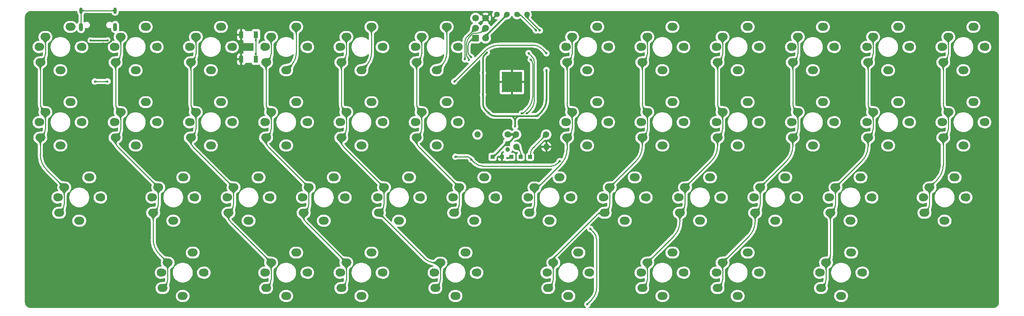
<source format=gtl>
G04 #@! TF.GenerationSoftware,KiCad,Pcbnew,(6.0.5)*
G04 #@! TF.CreationDate,2022-08-11T23:07:05-04:00*
G04 #@! TF.ProjectId,phoenix45_alpha-rounded,70686f65-6e69-4783-9435-5f616c706861,rev?*
G04 #@! TF.SameCoordinates,Original*
G04 #@! TF.FileFunction,Copper,L1,Top*
G04 #@! TF.FilePolarity,Positive*
%FSLAX46Y46*%
G04 Gerber Fmt 4.6, Leading zero omitted, Abs format (unit mm)*
G04 Created by KiCad (PCBNEW (6.0.5)) date 2022-08-11 23:07:05*
%MOMM*%
%LPD*%
G01*
G04 APERTURE LIST*
G04 Aperture macros list*
%AMRoundRect*
0 Rectangle with rounded corners*
0 $1 Rounding radius*
0 $2 $3 $4 $5 $6 $7 $8 $9 X,Y pos of 4 corners*
0 Add a 4 corners polygon primitive as box body*
4,1,4,$2,$3,$4,$5,$6,$7,$8,$9,$2,$3,0*
0 Add four circle primitives for the rounded corners*
1,1,$1+$1,$2,$3*
1,1,$1+$1,$4,$5*
1,1,$1+$1,$6,$7*
1,1,$1+$1,$8,$9*
0 Add four rect primitives between the rounded corners*
20,1,$1+$1,$2,$3,$4,$5,0*
20,1,$1+$1,$4,$5,$6,$7,0*
20,1,$1+$1,$6,$7,$8,$9,0*
20,1,$1+$1,$8,$9,$2,$3,0*%
G04 Aperture macros list end*
G04 #@! TA.AperFunction,WasherPad*
%ADD10C,1.900000*%
G04 #@! TD*
G04 #@! TA.AperFunction,ComponentPad*
%ADD11O,2.500000X2.000000*%
G04 #@! TD*
G04 #@! TA.AperFunction,WasherPad*
%ADD12C,2.100000*%
G04 #@! TD*
G04 #@! TA.AperFunction,SMDPad,CuDef*
%ADD13R,1.100000X1.800000*%
G04 #@! TD*
G04 #@! TA.AperFunction,SMDPad,CuDef*
%ADD14R,1.000000X1.000000*%
G04 #@! TD*
G04 #@! TA.AperFunction,ComponentPad*
%ADD15R,1.200000X1.200000*%
G04 #@! TD*
G04 #@! TA.AperFunction,ComponentPad*
%ADD16C,1.200000*%
G04 #@! TD*
G04 #@! TA.AperFunction,ComponentPad*
%ADD17C,1.600000*%
G04 #@! TD*
G04 #@! TA.AperFunction,ComponentPad*
%ADD18O,1.600000X1.600000*%
G04 #@! TD*
G04 #@! TA.AperFunction,ComponentPad*
%ADD19C,1.397000*%
G04 #@! TD*
G04 #@! TA.AperFunction,ComponentPad*
%ADD20C,0.500000*%
G04 #@! TD*
G04 #@! TA.AperFunction,SMDPad,CuDef*
%ADD21R,5.200000X5.200000*%
G04 #@! TD*
G04 #@! TA.AperFunction,ComponentPad*
%ADD22O,1.000000X2.100000*%
G04 #@! TD*
G04 #@! TA.AperFunction,ComponentPad*
%ADD23O,0.800000X1.600000*%
G04 #@! TD*
G04 #@! TA.AperFunction,ComponentPad*
%ADD24RoundRect,0.250000X-0.600000X-0.600000X0.600000X-0.600000X0.600000X0.600000X-0.600000X0.600000X0*%
G04 #@! TD*
G04 #@! TA.AperFunction,ComponentPad*
%ADD25C,1.700000*%
G04 #@! TD*
G04 #@! TA.AperFunction,ViaPad*
%ADD26C,0.600000*%
G04 #@! TD*
G04 #@! TA.AperFunction,Conductor*
%ADD27C,0.254000*%
G04 #@! TD*
G04 #@! TA.AperFunction,Conductor*
%ADD28C,0.381000*%
G04 #@! TD*
G04 APERTURE END LIST*
D10*
X34607500Y-75406250D03*
X44767500Y-75406250D03*
D11*
X35877500Y-72866250D03*
X42227500Y-70326250D03*
X39687500Y-81306250D03*
D12*
X45187500Y-75406250D03*
X34187500Y-75406250D03*
D11*
X34587500Y-79306250D03*
D10*
X227488750Y-94456250D03*
X237648750Y-94456250D03*
D11*
X228758750Y-91916250D03*
X235108750Y-89376250D03*
X232568750Y-100356250D03*
D12*
X238068750Y-94456250D03*
X227068750Y-94456250D03*
D11*
X227468750Y-98356250D03*
D10*
X60801250Y-94456250D03*
X70961250Y-94456250D03*
D11*
X62071250Y-91916250D03*
X68421250Y-89376250D03*
X65881250Y-100356250D03*
D12*
X71381250Y-94456250D03*
X60381250Y-94456250D03*
D11*
X60781250Y-98356250D03*
X201275000Y-98356250D03*
D12*
X200875000Y-94456250D03*
X211875000Y-94456250D03*
D11*
X206375000Y-100356250D03*
X208915000Y-89376250D03*
X202565000Y-91916250D03*
D10*
X211455000Y-94456250D03*
X201295000Y-94456250D03*
D11*
X182225000Y-98356250D03*
D12*
X181825000Y-94456250D03*
X192825000Y-94456250D03*
D11*
X187325000Y-100356250D03*
X189865000Y-89376250D03*
X183515000Y-91916250D03*
D10*
X192405000Y-94456250D03*
X182245000Y-94456250D03*
X158432500Y-94456250D03*
X168592500Y-94456250D03*
D11*
X159702500Y-91916250D03*
X166052500Y-89376250D03*
X163512500Y-100356250D03*
D12*
X169012500Y-94456250D03*
X158012500Y-94456250D03*
D11*
X158412500Y-98356250D03*
D10*
X129857500Y-94456250D03*
X140017500Y-94456250D03*
D11*
X131127500Y-91916250D03*
X137477500Y-89376250D03*
X134937500Y-100356250D03*
D12*
X140437500Y-94456250D03*
X129437500Y-94456250D03*
D11*
X129837500Y-98356250D03*
X106025000Y-98356250D03*
D12*
X105625000Y-94456250D03*
X116625000Y-94456250D03*
D11*
X111125000Y-100356250D03*
X113665000Y-89376250D03*
X107315000Y-91916250D03*
D10*
X116205000Y-94456250D03*
X106045000Y-94456250D03*
D11*
X86975000Y-98356250D03*
D12*
X86575000Y-94456250D03*
X97575000Y-94456250D03*
D11*
X92075000Y-100356250D03*
X94615000Y-89376250D03*
X88265000Y-91916250D03*
D10*
X97155000Y-94456250D03*
X86995000Y-94456250D03*
D11*
X229850000Y-79306250D03*
D12*
X229450000Y-75406250D03*
X240450000Y-75406250D03*
D11*
X234950000Y-81306250D03*
X237490000Y-70326250D03*
X231140000Y-72866250D03*
D10*
X240030000Y-75406250D03*
X229870000Y-75406250D03*
D11*
X210800000Y-79306250D03*
D12*
X210400000Y-75406250D03*
X221400000Y-75406250D03*
D11*
X215900000Y-81306250D03*
X218440000Y-70326250D03*
X212090000Y-72866250D03*
D10*
X220980000Y-75406250D03*
X210820000Y-75406250D03*
D11*
X191750000Y-79306250D03*
D12*
X191350000Y-75406250D03*
X202350000Y-75406250D03*
D11*
X196850000Y-81306250D03*
X199390000Y-70326250D03*
X193040000Y-72866250D03*
D10*
X201930000Y-75406250D03*
X191770000Y-75406250D03*
D11*
X172700000Y-79306250D03*
D12*
X172300000Y-75406250D03*
X183300000Y-75406250D03*
D11*
X177800000Y-81306250D03*
X180340000Y-70326250D03*
X173990000Y-72866250D03*
D10*
X182880000Y-75406250D03*
X172720000Y-75406250D03*
D11*
X153650000Y-79306250D03*
D12*
X153250000Y-75406250D03*
X164250000Y-75406250D03*
D11*
X158750000Y-81306250D03*
X161290000Y-70326250D03*
X154940000Y-72866250D03*
D10*
X163830000Y-75406250D03*
X153670000Y-75406250D03*
D11*
X134600000Y-79306250D03*
D12*
X134200000Y-75406250D03*
X145200000Y-75406250D03*
D11*
X139700000Y-81306250D03*
X142240000Y-70326250D03*
X135890000Y-72866250D03*
D10*
X144780000Y-75406250D03*
X134620000Y-75406250D03*
D11*
X115550000Y-79306250D03*
D12*
X115150000Y-75406250D03*
X126150000Y-75406250D03*
D11*
X120650000Y-81306250D03*
X123190000Y-70326250D03*
X116840000Y-72866250D03*
D10*
X125730000Y-75406250D03*
X115570000Y-75406250D03*
D11*
X96500000Y-79306250D03*
D12*
X96100000Y-75406250D03*
X107100000Y-75406250D03*
D11*
X101600000Y-81306250D03*
X104140000Y-70326250D03*
X97790000Y-72866250D03*
D10*
X106680000Y-75406250D03*
X96520000Y-75406250D03*
D11*
X77450000Y-79306250D03*
D12*
X77050000Y-75406250D03*
X88050000Y-75406250D03*
D11*
X82550000Y-81306250D03*
X85090000Y-70326250D03*
X78740000Y-72866250D03*
D10*
X87630000Y-75406250D03*
X77470000Y-75406250D03*
D11*
X58400000Y-79306250D03*
D12*
X58000000Y-75406250D03*
X69000000Y-75406250D03*
D11*
X63500000Y-81306250D03*
X66040000Y-70326250D03*
X59690000Y-72866250D03*
D10*
X68580000Y-75406250D03*
X58420000Y-75406250D03*
D11*
X258425000Y-60256250D03*
D12*
X258025000Y-56356250D03*
X269025000Y-56356250D03*
D11*
X263525000Y-62256250D03*
X266065000Y-51276250D03*
X259715000Y-53816250D03*
D10*
X268605000Y-56356250D03*
X258445000Y-56356250D03*
D11*
X239375000Y-60256250D03*
D12*
X238975000Y-56356250D03*
X249975000Y-56356250D03*
D11*
X244475000Y-62256250D03*
X247015000Y-51276250D03*
X240665000Y-53816250D03*
D10*
X249555000Y-56356250D03*
X239395000Y-56356250D03*
D11*
X220325000Y-60256250D03*
D12*
X219925000Y-56356250D03*
X230925000Y-56356250D03*
D11*
X225425000Y-62256250D03*
X227965000Y-51276250D03*
X221615000Y-53816250D03*
D10*
X230505000Y-56356250D03*
X220345000Y-56356250D03*
D11*
X201275000Y-60256250D03*
D12*
X200875000Y-56356250D03*
X211875000Y-56356250D03*
D11*
X206375000Y-62256250D03*
X208915000Y-51276250D03*
X202565000Y-53816250D03*
D10*
X211455000Y-56356250D03*
X201295000Y-56356250D03*
D11*
X182225000Y-60256250D03*
D12*
X181825000Y-56356250D03*
X192825000Y-56356250D03*
D11*
X187325000Y-62256250D03*
X189865000Y-51276250D03*
X183515000Y-53816250D03*
D10*
X192405000Y-56356250D03*
X182245000Y-56356250D03*
D11*
X163175000Y-60256250D03*
D12*
X162775000Y-56356250D03*
X173775000Y-56356250D03*
D11*
X168275000Y-62256250D03*
X170815000Y-51276250D03*
X164465000Y-53816250D03*
D10*
X173355000Y-56356250D03*
X163195000Y-56356250D03*
X253682500Y-75406250D03*
X263842500Y-75406250D03*
D11*
X254952500Y-72866250D03*
X261302500Y-70326250D03*
X258762500Y-81306250D03*
D12*
X264262500Y-75406250D03*
X253262500Y-75406250D03*
D11*
X253662500Y-79306250D03*
X125075000Y-60256250D03*
D12*
X124675000Y-56356250D03*
X135675000Y-56356250D03*
D11*
X130175000Y-62256250D03*
X132715000Y-51276250D03*
X126365000Y-53816250D03*
D10*
X135255000Y-56356250D03*
X125095000Y-56356250D03*
D11*
X106025000Y-60256250D03*
D12*
X105625000Y-56356250D03*
X116625000Y-56356250D03*
D11*
X111125000Y-62256250D03*
X113665000Y-51276250D03*
X107315000Y-53816250D03*
D10*
X116205000Y-56356250D03*
X106045000Y-56356250D03*
D11*
X86975000Y-60256250D03*
D12*
X86575000Y-56356250D03*
X97575000Y-56356250D03*
D11*
X92075000Y-62256250D03*
X94615000Y-51276250D03*
X88265000Y-53816250D03*
D10*
X97155000Y-56356250D03*
X86995000Y-56356250D03*
D11*
X67925000Y-60256250D03*
D12*
X67525000Y-56356250D03*
X78525000Y-56356250D03*
D11*
X73025000Y-62256250D03*
X75565000Y-51276250D03*
X69215000Y-53816250D03*
D10*
X78105000Y-56356250D03*
X67945000Y-56356250D03*
D11*
X48875000Y-60256250D03*
D12*
X48475000Y-56356250D03*
X59475000Y-56356250D03*
D11*
X53975000Y-62256250D03*
X56515000Y-51276250D03*
X50165000Y-53816250D03*
D10*
X59055000Y-56356250D03*
X48895000Y-56356250D03*
D11*
X29825000Y-60256250D03*
D12*
X29425000Y-56356250D03*
X40425000Y-56356250D03*
D11*
X34925000Y-62256250D03*
X37465000Y-51276250D03*
X31115000Y-53816250D03*
D10*
X40005000Y-56356250D03*
X29845000Y-56356250D03*
D11*
X258425000Y-41206250D03*
D12*
X258025000Y-37306250D03*
X269025000Y-37306250D03*
D11*
X263525000Y-43206250D03*
X266065000Y-32226250D03*
X259715000Y-34766250D03*
D10*
X268605000Y-37306250D03*
X258445000Y-37306250D03*
D11*
X239375000Y-41206250D03*
D12*
X238975000Y-37306250D03*
X249975000Y-37306250D03*
D11*
X244475000Y-43206250D03*
X247015000Y-32226250D03*
X240665000Y-34766250D03*
D10*
X249555000Y-37306250D03*
X239395000Y-37306250D03*
D11*
X220325000Y-41206250D03*
D12*
X219925000Y-37306250D03*
X230925000Y-37306250D03*
D11*
X225425000Y-43206250D03*
X227965000Y-32226250D03*
X221615000Y-34766250D03*
D10*
X230505000Y-37306250D03*
X220345000Y-37306250D03*
D11*
X201275000Y-41206250D03*
D12*
X200875000Y-37306250D03*
X211875000Y-37306250D03*
D11*
X206375000Y-43206250D03*
X208915000Y-32226250D03*
X202565000Y-34766250D03*
D10*
X211455000Y-37306250D03*
X201295000Y-37306250D03*
D11*
X182225000Y-41206250D03*
D12*
X181825000Y-37306250D03*
X192825000Y-37306250D03*
D11*
X187325000Y-43206250D03*
X189865000Y-32226250D03*
X183515000Y-34766250D03*
D10*
X192405000Y-37306250D03*
X182245000Y-37306250D03*
D11*
X163175000Y-41206250D03*
D12*
X162775000Y-37306250D03*
X173775000Y-37306250D03*
D11*
X168275000Y-43206250D03*
X170815000Y-32226250D03*
X164465000Y-34766250D03*
D10*
X173355000Y-37306250D03*
X163195000Y-37306250D03*
D11*
X125075000Y-41206250D03*
D12*
X124675000Y-37306250D03*
X135675000Y-37306250D03*
D11*
X130175000Y-43206250D03*
X132715000Y-32226250D03*
X126365000Y-34766250D03*
D10*
X135255000Y-37306250D03*
X125095000Y-37306250D03*
D11*
X106025000Y-41206250D03*
D12*
X105625000Y-37306250D03*
X116625000Y-37306250D03*
D11*
X111125000Y-43206250D03*
X113665000Y-32226250D03*
X107315000Y-34766250D03*
D10*
X116205000Y-37306250D03*
X106045000Y-37306250D03*
D11*
X86975000Y-41206250D03*
D12*
X86575000Y-37306250D03*
X97575000Y-37306250D03*
D11*
X92075000Y-43206250D03*
X94615000Y-32226250D03*
X88265000Y-34766250D03*
D10*
X97155000Y-37306250D03*
X86995000Y-37306250D03*
D11*
X67925000Y-41206250D03*
D12*
X67525000Y-37306250D03*
X78525000Y-37306250D03*
D11*
X73025000Y-43206250D03*
X75565000Y-32226250D03*
X69215000Y-34766250D03*
D10*
X78105000Y-37306250D03*
X67945000Y-37306250D03*
D11*
X48875000Y-41206250D03*
D12*
X48475000Y-37306250D03*
X59475000Y-37306250D03*
D11*
X53975000Y-43206250D03*
X56515000Y-32226250D03*
X50165000Y-34766250D03*
D10*
X59055000Y-37306250D03*
X48895000Y-37306250D03*
D11*
X29825000Y-41206250D03*
D12*
X29425000Y-37306250D03*
X40425000Y-37306250D03*
D11*
X34925000Y-43206250D03*
X37465000Y-32226250D03*
X31115000Y-34766250D03*
D10*
X40005000Y-37306250D03*
X29845000Y-37306250D03*
D13*
X80700000Y-34206250D03*
X80700000Y-40406250D03*
X84400000Y-34206250D03*
X84400000Y-40406250D03*
D14*
X149073636Y-65125839D03*
X146692386Y-65125839D03*
X144311136Y-65125839D03*
D15*
X148132817Y-61802044D03*
D16*
X148132817Y-63302044D03*
D17*
X150307081Y-62567507D03*
D18*
X157927081Y-62567507D03*
D14*
X151454886Y-65125839D03*
X153836136Y-65125839D03*
D17*
X157908196Y-59462814D03*
D18*
X150288196Y-59462814D03*
D19*
X153035000Y-29101250D03*
X150495000Y-29101250D03*
X147955000Y-29101250D03*
X145415000Y-29101250D03*
D17*
X148147035Y-59462814D03*
D18*
X140527035Y-59462814D03*
D20*
X150400000Y-46196072D03*
X149225000Y-46196072D03*
X150400000Y-47371072D03*
X146875000Y-48546072D03*
X148050000Y-43846072D03*
D21*
X149225000Y-46196072D03*
D20*
X151575000Y-43846072D03*
X148050000Y-45021072D03*
X148050000Y-46196072D03*
X150400000Y-43846072D03*
X149225000Y-48546072D03*
X148050000Y-48546072D03*
X151575000Y-46196072D03*
X151575000Y-45021072D03*
X146875000Y-45021072D03*
X149225000Y-45021072D03*
X146875000Y-47371072D03*
X146875000Y-46196072D03*
X148050000Y-47371072D03*
X150400000Y-45021072D03*
X149225000Y-47371072D03*
X146875000Y-43846072D03*
X149225000Y-43846072D03*
X150400000Y-48546072D03*
X151575000Y-47371072D03*
X151575000Y-48546072D03*
D22*
X40130000Y-32268600D03*
D23*
X48770000Y-28088600D03*
X40130000Y-28088600D03*
D22*
X48770000Y-32268600D03*
D24*
X140017500Y-35083750D03*
D25*
X142557500Y-35083750D03*
X140017500Y-32543750D03*
X142557500Y-32543750D03*
X140017500Y-30003750D03*
X142557500Y-30003750D03*
D26*
X34131250Y-33337500D03*
X53181250Y-33337500D03*
X168337500Y-102456250D03*
X146279247Y-53499187D03*
X161322320Y-66225752D03*
X134937500Y-65087500D03*
X138950490Y-65793865D03*
X169068750Y-83343750D03*
X158737530Y-40493720D03*
X134663907Y-46047208D03*
X46831250Y-46037500D03*
X43630272Y-46064526D03*
X158920345Y-53437978D03*
X157956250Y-38893750D03*
X42582745Y-35666139D03*
X46851708Y-35666139D03*
X84401105Y-39019435D03*
X84397111Y-35564044D03*
X155323477Y-33122650D03*
X156290337Y-33122650D03*
X137330605Y-40436253D03*
X138307145Y-40556074D03*
X138906250Y-39873923D03*
X153439137Y-38888261D03*
X152968141Y-54093168D03*
X151714745Y-54126350D03*
X153987500Y-40481250D03*
X148026531Y-65436934D03*
X135731250Y-42862500D03*
X41085275Y-40884263D03*
X143668750Y-40481250D03*
X140493750Y-38100000D03*
X143668750Y-51593750D03*
X155575000Y-55853192D03*
X151908289Y-30991486D03*
X42071672Y-36410201D03*
X45794072Y-36410201D03*
X144462500Y-34925000D03*
X148029850Y-30950132D03*
X137318750Y-45243750D03*
X47708507Y-35816455D03*
X157968232Y-43168170D03*
X142862567Y-38716123D03*
X141894709Y-49396072D03*
X143297829Y-53987045D03*
X155575000Y-54768750D03*
X141889599Y-43907873D03*
X150036424Y-57431183D03*
D27*
X138634512Y-34518732D02*
X139058568Y-34094696D01*
D28*
X141889600Y-40377083D02*
G75*
G02*
X142376084Y-39202608I1661000J-17D01*
G01*
X156765624Y-53578124D02*
G75*
G03*
X157956250Y-50703701I-2874424J2874424D01*
G01*
X148696370Y-54768750D02*
G75*
G02*
X150018750Y-56091129I30J-1322350D01*
G01*
X150018750Y-56091129D02*
G75*
G02*
X151341129Y-54768750I1322350J29D01*
G01*
X157956267Y-43188624D02*
G75*
G02*
X157962242Y-43174162I20433J24D01*
G01*
X150027597Y-57422336D02*
G75*
G02*
X150018750Y-57401011I21303J21336D01*
G01*
X142485500Y-53172661D02*
G75*
G02*
X141889599Y-51733966I1438700J1438661D01*
G01*
X143297828Y-53985999D02*
G75*
G03*
X143297089Y-53984213I-2528J-1D01*
G01*
X144788864Y-54768768D02*
G75*
G02*
X143581531Y-54268656I36J1707468D01*
G01*
X142973242Y-53660366D02*
X143189633Y-53876757D01*
X148696370Y-54768750D02*
X151341129Y-54768750D01*
X46694919Y-36410210D02*
G75*
G03*
X47411634Y-36113328I-19J1013610D01*
G01*
D27*
X151529130Y-64676364D02*
G75*
G03*
X150902034Y-63162460I-2141030J-36D01*
G01*
X151852865Y-54126324D02*
G75*
G03*
X152088649Y-54028683I35J333424D01*
G01*
X153227305Y-52890070D02*
G75*
G03*
X154463585Y-49905357I-2984705J2984670D01*
G01*
X154463591Y-41630597D02*
G75*
G03*
X153987500Y-40481250I-1625391J-3D01*
G01*
X153021861Y-54093147D02*
G75*
G03*
X153113568Y-54055181I39J129647D01*
G01*
X153910359Y-64511917D02*
G75*
G02*
X154653724Y-62717285I2537941J17D01*
G01*
X154869480Y-41072337D02*
G75*
G03*
X154336551Y-39785677I-1819580J37D01*
G01*
X153972516Y-53196179D02*
G75*
G03*
X154869505Y-51030749I-2165416J2165479D01*
G01*
X138509382Y-39477041D02*
G75*
G02*
X138112500Y-38518906I958118J958141D01*
G01*
X138112533Y-37190343D02*
G75*
G02*
X138729507Y-35700757I2106567J43D01*
G01*
X140361718Y-33830013D02*
G75*
G03*
X141914370Y-33186879I-18J2195813D01*
G01*
X138006885Y-39988366D02*
G75*
G02*
X137706580Y-39263443I724915J724966D01*
G01*
X138307175Y-40422373D02*
G75*
G03*
X138212604Y-40194131I-322775J-27D01*
G01*
X137706569Y-36758979D02*
G75*
G02*
X138634512Y-34518732I3168231J-21D01*
G01*
X139058559Y-34094687D02*
G75*
G02*
X139697602Y-33830009I639041J-639113D01*
G01*
X137300635Y-36113779D02*
G75*
G02*
X137891272Y-34687915I2016465J-21D01*
G01*
X137315645Y-40421267D02*
G75*
G02*
X137300660Y-40385133I36155J36167D01*
G01*
X153305839Y-30138162D02*
G75*
G02*
X153035000Y-29484281I653861J653862D01*
G01*
X155323464Y-33104313D02*
G75*
G03*
X155310510Y-33073012I-44264J13D01*
G01*
X150916875Y-29101255D02*
G75*
G02*
X151637059Y-29399561I25J-1018445D01*
G01*
X259070016Y-40561266D02*
G75*
G03*
X259715000Y-39004082I-1557216J1557166D01*
G01*
X254307516Y-78661266D02*
G75*
G03*
X254952500Y-77104082I-1557216J1557166D01*
G01*
X256831225Y-70987560D02*
G75*
G03*
X258425000Y-67139786I-3847825J3847760D01*
G01*
X259070016Y-59611266D02*
G75*
G03*
X259715000Y-58054082I-1557216J1557166D01*
G01*
X259714978Y-54728417D02*
G75*
G03*
X259070000Y-53171250I-2202178J17D01*
G01*
X259069984Y-53171266D02*
G75*
G02*
X258425000Y-51614082I1557216J1557166D01*
G01*
X228113755Y-97711255D02*
G75*
G03*
X228758750Y-96154082I-1557155J1557155D01*
G01*
X239375022Y-42118417D02*
G75*
G02*
X240020000Y-40561250I2202178J17D01*
G01*
X240664978Y-54728417D02*
G75*
G03*
X240020000Y-53171250I-2202178J17D01*
G01*
X229850022Y-80218417D02*
G75*
G02*
X230495000Y-78661250I2202178J17D01*
G01*
X240020016Y-59611266D02*
G75*
G03*
X240665000Y-58054082I-1557216J1557166D01*
G01*
X240020016Y-40561266D02*
G75*
G03*
X240665000Y-39004082I-1557216J1557166D01*
G01*
X230495016Y-78661266D02*
G75*
G03*
X231140000Y-77104082I-1557216J1557166D01*
G01*
X229304394Y-91370644D02*
G75*
G03*
X229850000Y-90053369I-1317294J1317244D01*
G01*
X240019984Y-53171266D02*
G75*
G02*
X239375000Y-51614082I1557216J1557166D01*
G01*
X237828180Y-66178023D02*
G75*
G03*
X239375000Y-62443750I-3734280J3734323D01*
G01*
X218778180Y-66178023D02*
G75*
G03*
X220325000Y-62443750I-3734280J3734323D01*
G01*
X211445016Y-78661266D02*
G75*
G03*
X212090000Y-77104082I-1557216J1557166D01*
G01*
X220969984Y-53171266D02*
G75*
G02*
X220325000Y-51614082I1557216J1557166D01*
G01*
X220970016Y-40561266D02*
G75*
G03*
X221615000Y-39004082I-1557216J1557166D01*
G01*
X220970016Y-59611266D02*
G75*
G03*
X221615000Y-58054082I-1557216J1557166D01*
G01*
X201920016Y-97711266D02*
G75*
G03*
X202565000Y-96154082I-1557216J1557166D01*
G01*
X209253180Y-85228023D02*
G75*
G03*
X210800000Y-81493750I-3734280J3734323D01*
G01*
X201920016Y-59611266D02*
G75*
G03*
X202565000Y-58054082I-1557216J1557166D01*
G01*
X190203180Y-85228023D02*
G75*
G03*
X191750000Y-81493750I-3734280J3734323D01*
G01*
X201919984Y-53171266D02*
G75*
G02*
X201275000Y-51614082I1557216J1557166D01*
G01*
X199728180Y-66178023D02*
G75*
G03*
X201275000Y-62443750I-3734280J3734323D01*
G01*
X201275022Y-42118417D02*
G75*
G02*
X201920000Y-40561250I2202178J17D01*
G01*
X182870016Y-97711266D02*
G75*
G03*
X183515000Y-96154082I-1557216J1557166D01*
G01*
X201920016Y-40561266D02*
G75*
G03*
X202565000Y-39004082I-1557216J1557166D01*
G01*
X192395016Y-78661266D02*
G75*
G03*
X193040000Y-77104082I-1557216J1557166D01*
G01*
X182225022Y-61168417D02*
G75*
G02*
X182870000Y-59611250I2202178J17D01*
G01*
X182870016Y-40561266D02*
G75*
G03*
X183515000Y-39004082I-1557216J1557166D01*
G01*
X183514978Y-54728417D02*
G75*
G03*
X182870000Y-53171250I-2202178J17D01*
G01*
X170664263Y-79838002D02*
G75*
G02*
X171948000Y-79306250I1283737J-1283698D01*
G01*
X182869984Y-53171266D02*
G75*
G02*
X182225000Y-51614082I1557216J1557166D01*
G01*
X180678180Y-66178023D02*
G75*
G03*
X182225000Y-62443750I-3734280J3734323D01*
G01*
X159702490Y-91358000D02*
G75*
G02*
X160097243Y-90405008I1347710J0D01*
G01*
X182870016Y-59611266D02*
G75*
G03*
X183515000Y-58054082I-1557216J1557166D01*
G01*
X173345016Y-78661266D02*
G75*
G03*
X173990000Y-77104082I-1557216J1557166D01*
G01*
X159057516Y-97711266D02*
G75*
G03*
X159702500Y-96154082I-1557216J1557166D01*
G01*
X163820016Y-59611266D02*
G75*
G03*
X164465000Y-58054082I-1557216J1557166D01*
G01*
X154295016Y-78661266D02*
G75*
G03*
X154940000Y-77104082I-1557216J1557166D01*
G01*
X163820016Y-40561266D02*
G75*
G03*
X164465000Y-39004082I-1557216J1557166D01*
G01*
X164464978Y-54728417D02*
G75*
G03*
X163820000Y-53171250I-2202178J17D01*
G01*
X161581200Y-67018785D02*
G75*
G03*
X163175000Y-63171036I-3847800J3847785D01*
G01*
X163819984Y-53171266D02*
G75*
G02*
X163175000Y-51614082I1557216J1557166D01*
G01*
X125720016Y-59611266D02*
G75*
G03*
X126365000Y-58054082I-1557216J1557166D01*
G01*
X135245016Y-78661266D02*
G75*
G03*
X135890000Y-77104082I-1557216J1557166D01*
G01*
X125709594Y-62685912D02*
G75*
G02*
X125075000Y-61153750I1532206J1532112D01*
G01*
X125719984Y-53171266D02*
G75*
G02*
X125075000Y-51614082I1557216J1557166D01*
G01*
X125720016Y-40561266D02*
G75*
G03*
X126365000Y-39004082I-1557216J1557166D01*
G01*
X106025022Y-42118417D02*
G75*
G02*
X106670000Y-40561250I2202178J17D01*
G01*
X129643750Y-91916296D02*
G75*
G02*
X127110831Y-90867079I50J3582096D01*
G01*
X107314978Y-54728417D02*
G75*
G03*
X106670000Y-53171250I-2202178J17D01*
G01*
X106025048Y-61153750D02*
G75*
G02*
X106659628Y-59621621I2166752J50D01*
G01*
X116195016Y-78661266D02*
G75*
G03*
X116840000Y-77104082I-1557216J1557166D01*
G01*
X106670016Y-59611266D02*
G75*
G03*
X107315000Y-58054082I-1557216J1557166D01*
G01*
X106659594Y-62685912D02*
G75*
G02*
X106025000Y-61153750I1532206J1532112D01*
G01*
X106670016Y-40561266D02*
G75*
G03*
X107315000Y-39004082I-1557216J1557166D01*
G01*
X106669984Y-53171266D02*
G75*
G02*
X106025000Y-51614082I1557216J1557166D01*
G01*
X130482516Y-97711266D02*
G75*
G03*
X131127500Y-96154082I-1557216J1557166D01*
G01*
X87619984Y-53171266D02*
G75*
G02*
X86975000Y-51614082I1557216J1557166D01*
G01*
X87620016Y-40561266D02*
G75*
G03*
X88265000Y-39004082I-1557216J1557166D01*
G01*
X96500048Y-80203750D02*
G75*
G02*
X97134628Y-78671621I2166752J50D01*
G01*
X106670016Y-97711266D02*
G75*
G03*
X107315000Y-96154082I-1557216J1557166D01*
G01*
X97134594Y-81735912D02*
G75*
G02*
X96500000Y-80203750I1532206J1532112D01*
G01*
X87620016Y-59611266D02*
G75*
G03*
X88265000Y-58054082I-1557216J1557166D01*
G01*
X86975048Y-61153750D02*
G75*
G02*
X87609628Y-59621621I2166752J50D01*
G01*
X87609594Y-62685912D02*
G75*
G02*
X86975000Y-61153750I1532206J1532112D01*
G01*
X97145016Y-78661266D02*
G75*
G03*
X97790000Y-77104082I-1557216J1557166D01*
G01*
X68559594Y-62685912D02*
G75*
G02*
X67925000Y-61153750I1532206J1532112D01*
G01*
X68569984Y-53171266D02*
G75*
G02*
X67925000Y-51614082I1557216J1557166D01*
G01*
X68570016Y-40561266D02*
G75*
G03*
X69215000Y-39004082I-1557216J1557166D01*
G01*
X77450048Y-80203750D02*
G75*
G02*
X78084628Y-78671621I2166752J50D01*
G01*
X87620016Y-97711266D02*
G75*
G03*
X88265000Y-96154082I-1557216J1557166D01*
G01*
X78084594Y-81735912D02*
G75*
G02*
X77450000Y-80203750I1532206J1532112D01*
G01*
X68570016Y-59611266D02*
G75*
G03*
X69215000Y-58054082I-1557216J1557166D01*
G01*
X78095016Y-78661266D02*
G75*
G03*
X78740000Y-77104082I-1557216J1557166D01*
G01*
X59045016Y-78661266D02*
G75*
G03*
X59690000Y-77104082I-1557216J1557166D01*
G01*
X49509594Y-62685912D02*
G75*
G02*
X48875000Y-61153750I1532206J1532112D01*
G01*
X49520016Y-40561266D02*
G75*
G03*
X50165000Y-39004082I-1557216J1557166D01*
G01*
X61426255Y-97711255D02*
G75*
G03*
X62071250Y-96154082I-1557155J1557155D01*
G01*
X49519984Y-53171266D02*
G75*
G02*
X48875000Y-51614082I1557216J1557166D01*
G01*
X59993790Y-89838794D02*
G75*
G02*
X58400000Y-85991036I3847760J3847754D01*
G01*
X49520016Y-59611266D02*
G75*
G03*
X50165000Y-58054082I-1557216J1557166D01*
G01*
X29825022Y-61168417D02*
G75*
G02*
X30470000Y-59611250I2202178J17D01*
G01*
X35232516Y-78661266D02*
G75*
G03*
X35877500Y-77104082I-1557216J1557166D01*
G01*
X30470016Y-40561266D02*
G75*
G03*
X31115000Y-39004082I-1557216J1557166D01*
G01*
X31114978Y-54728417D02*
G75*
G03*
X30470000Y-53171250I-2202178J17D01*
G01*
X30469984Y-53171266D02*
G75*
G02*
X29825000Y-51614082I1557216J1557166D01*
G01*
X31418775Y-68407559D02*
G75*
G02*
X29825000Y-64559786I3847825J3847759D01*
G01*
X30470016Y-59611266D02*
G75*
G03*
X31115000Y-58054082I-1557216J1557166D01*
G01*
X169465624Y-101203124D02*
G75*
G03*
X170656250Y-98328701I-2874424J2874424D01*
G01*
X170656257Y-86053782D02*
G75*
G03*
X169862500Y-84137500I-2710057J-18D01*
G01*
X141809697Y-67468739D02*
G75*
G02*
X139787932Y-66631307I3J2859239D01*
G01*
X159200389Y-67468736D02*
G75*
G03*
X160700820Y-66847250I11J2121936D01*
G01*
X137744649Y-65087454D02*
G75*
G02*
X138597306Y-65440683I-49J-1205846D01*
G01*
X131445011Y-41936261D02*
G75*
G03*
X132715000Y-38870198I-3066111J3066061D01*
G01*
X112395011Y-41936261D02*
G75*
G03*
X113665000Y-38870198I-3066111J3066061D01*
G01*
X93345011Y-41936261D02*
G75*
G03*
X94615000Y-38870198I-3066111J3066061D01*
G01*
X142280438Y-38440114D02*
G75*
G02*
X146128169Y-36846297I3847762J-3847686D01*
G01*
X134668601Y-46047215D02*
G75*
G03*
X134676614Y-46043888I-1J11315D01*
G01*
X154461029Y-36846272D02*
G75*
G02*
X156932522Y-37870024I-29J-3495228D01*
G01*
X43643788Y-46051016D02*
G75*
G02*
X43676408Y-46037500I32612J-32584D01*
G01*
X137891272Y-34687915D02*
X140017500Y-32561687D01*
X137300660Y-36113779D02*
X137300660Y-40385133D01*
X137315632Y-40421280D02*
X137330605Y-40436253D01*
X140361718Y-33830009D02*
X139697602Y-33830009D01*
X137706580Y-39263443D02*
X137706580Y-36758979D01*
X141914370Y-33186879D02*
X142557500Y-32543750D01*
X138006862Y-39988389D02*
X138212604Y-40194131D01*
X138307145Y-40556074D02*
X138307145Y-40422373D01*
X138729507Y-35700757D02*
X139346514Y-35083750D01*
X138112500Y-38518906D02*
X138112500Y-37190343D01*
X138509375Y-39477048D02*
X138906250Y-39873923D01*
X169465625Y-101203125D02*
X168275000Y-102393750D01*
X170656250Y-98328701D02*
X170656250Y-86053782D01*
X169068750Y-83343750D02*
X169862500Y-84137500D01*
X254952500Y-77104082D02*
X254952500Y-72866250D01*
X256831207Y-70987542D02*
X254952500Y-72866250D01*
X258425000Y-67139786D02*
X258425000Y-60256250D01*
X259715000Y-58054082D02*
X259715000Y-54728417D01*
X258425000Y-51614082D02*
X258425000Y-41206250D01*
X259715000Y-39004082D02*
X259715000Y-34766250D01*
X228758750Y-96154082D02*
X228758750Y-91916250D01*
X229850000Y-80218417D02*
X229850000Y-90053369D01*
X231140000Y-72866250D02*
X231140000Y-77104082D01*
X231140000Y-72866250D02*
X237828203Y-66178046D01*
X239375000Y-60256250D02*
X239375000Y-62443750D01*
X240665000Y-54728417D02*
X240665000Y-58054082D01*
X239375000Y-42118417D02*
X239375000Y-51614082D01*
X240665000Y-39004082D02*
X240665000Y-34766250D01*
X202565000Y-91916250D02*
X202565000Y-96154082D01*
X210800000Y-79306250D02*
X210800000Y-81493750D01*
X202565000Y-91916250D02*
X209253203Y-85228046D01*
X218778203Y-66178046D02*
X212090000Y-72866250D01*
X220325000Y-62443750D02*
X220325000Y-60256250D01*
X220325000Y-51614082D02*
X220325000Y-41206250D01*
X221615000Y-39004082D02*
X221615000Y-34766250D01*
X221615000Y-53816250D02*
X221615000Y-58054082D01*
X212090000Y-77104082D02*
X212090000Y-72866250D01*
X199728203Y-66178046D02*
X193040000Y-72866250D01*
X201275000Y-62443750D02*
X201275000Y-60256250D01*
X202565000Y-58054082D02*
X202565000Y-53816250D01*
X201275000Y-51614082D02*
X201275000Y-42118417D01*
X202565000Y-39004082D02*
X202565000Y-34766250D01*
X193040000Y-72866250D02*
X193040000Y-77104082D01*
X190203203Y-85228046D02*
X183515000Y-91916250D01*
X191750000Y-81493750D02*
X191750000Y-79306250D01*
X183515000Y-91916250D02*
X183515000Y-96154082D01*
X159702500Y-91916250D02*
X159702500Y-96154082D01*
X170664255Y-79837994D02*
X160097242Y-90405007D01*
X173990000Y-72866250D02*
X173990000Y-77104082D01*
X180678203Y-66178046D02*
X173990000Y-72866250D01*
X182225000Y-61168417D02*
X182225000Y-62443750D01*
X183515000Y-54728417D02*
X183515000Y-58054082D01*
X182225000Y-51614082D02*
X182225000Y-41206250D01*
X183515000Y-39004082D02*
X183515000Y-34766250D01*
X154940000Y-77104082D02*
X154940000Y-72866250D01*
X161581207Y-67018792D02*
X155733750Y-72866250D01*
X163175000Y-60256250D02*
X163175000Y-63171036D01*
X139787932Y-66631307D02*
X138950490Y-65793865D01*
X160700821Y-66847251D02*
X161322320Y-66225752D01*
X141809697Y-67468750D02*
X159200389Y-67468750D01*
X164465000Y-58054082D02*
X164465000Y-54728417D01*
X163175000Y-51614082D02*
X163175000Y-41206250D01*
X164465000Y-39004082D02*
X164465000Y-34766250D01*
X135890000Y-77104082D02*
X135890000Y-72866250D01*
X125709628Y-62685878D02*
X135890000Y-72866250D01*
X125075000Y-61153750D02*
X125075000Y-60256250D01*
X126365000Y-58054082D02*
X126365000Y-53816250D01*
X125075000Y-51614082D02*
X125075000Y-41206250D01*
X126365000Y-39004082D02*
X126365000Y-34766250D01*
X131127500Y-91916250D02*
X131127500Y-96154082D01*
X129643750Y-91916250D02*
X131127500Y-91916250D01*
X127110830Y-90867080D02*
X115550000Y-79306250D01*
X116840000Y-72866250D02*
X106659628Y-62685878D01*
X106025000Y-42118417D02*
X106025000Y-51614082D01*
X107315000Y-39004082D02*
X107315000Y-34766250D01*
X107315000Y-54728417D02*
X107315000Y-58054082D01*
X116840000Y-72866250D02*
X116840000Y-77104082D01*
X107315000Y-91916250D02*
X107315000Y-96154082D01*
X107315000Y-91916250D02*
X97134628Y-81735878D01*
X97790000Y-72866250D02*
X97790000Y-77104082D01*
X97790000Y-72866250D02*
X87609628Y-62685878D01*
X88265000Y-53816250D02*
X88265000Y-58054082D01*
X86975000Y-51614082D02*
X86975000Y-41206250D01*
X88265000Y-39004082D02*
X88265000Y-34766250D01*
X88265000Y-91916250D02*
X88265000Y-96154082D01*
X88265000Y-91916250D02*
X78084628Y-81735878D01*
X78740000Y-72866250D02*
X78740000Y-77104082D01*
X68559628Y-62685878D02*
X78740000Y-72866250D01*
X67925000Y-61153750D02*
X67925000Y-60256250D01*
X69215000Y-53816250D02*
X69215000Y-58054082D01*
X67925000Y-51614082D02*
X67925000Y-41206250D01*
X69215000Y-39004082D02*
X69215000Y-34766250D01*
X138950490Y-65793865D02*
X138597307Y-65440682D01*
X134937500Y-65087500D02*
X137744649Y-65087500D01*
X62071250Y-91916250D02*
X62071250Y-96154082D01*
X62071250Y-91916250D02*
X59993792Y-89838792D01*
X58400000Y-79306250D02*
X58400000Y-85991036D01*
X59690000Y-77104082D02*
X59690000Y-72866250D01*
X49509628Y-62685878D02*
X59690000Y-72866250D01*
X48875000Y-61153750D02*
X48875000Y-60256250D01*
X50165000Y-53816250D02*
X50165000Y-58054082D01*
X48875000Y-51614082D02*
X48875000Y-41206250D01*
X50165000Y-39004082D02*
X50165000Y-34766250D01*
X131445000Y-41936250D02*
X130175000Y-43206250D01*
X132715000Y-38870198D02*
X132715000Y-32226250D01*
X112395000Y-41936250D02*
X111125000Y-43206250D01*
X113665000Y-38870198D02*
X113665000Y-32226250D01*
X93345000Y-41936250D02*
X92075000Y-43206250D01*
X94615000Y-38870198D02*
X94615000Y-32226250D01*
X134668601Y-46047208D02*
X134663907Y-46047208D01*
X142280413Y-38440089D02*
X134676614Y-46043888D01*
X146128169Y-36846297D02*
X154461029Y-36846297D01*
X157956250Y-38893750D02*
X156932523Y-37870023D01*
X46831250Y-46037500D02*
X43676408Y-46037500D01*
X43630272Y-46064526D02*
X43643785Y-46051013D01*
X35877500Y-72866250D02*
X35877500Y-77104082D01*
X35877500Y-72866250D02*
X31418792Y-68407542D01*
X29825000Y-61168417D02*
X29825000Y-64559786D01*
X31115000Y-54728417D02*
X31115000Y-58054082D01*
X29825000Y-51614082D02*
X29825000Y-41206250D01*
X31115000Y-39004082D02*
X31115000Y-34766250D01*
D28*
X42582745Y-35666139D02*
X46851708Y-35666139D01*
D27*
X84400000Y-40406250D02*
X84400000Y-34206250D01*
X40130000Y-28088600D02*
X40130000Y-32268600D01*
X40130000Y-28088600D02*
X48770000Y-28088600D01*
X155310511Y-33073011D02*
X151637060Y-29399560D01*
X155323477Y-33122650D02*
X155323477Y-33104313D01*
X153305844Y-30138157D02*
X156308297Y-33140610D01*
X153910364Y-64511917D02*
X153910364Y-65563188D01*
X154869505Y-41072337D02*
X154869505Y-51030749D01*
X153439137Y-38888261D02*
X154336552Y-39785676D01*
X153021861Y-54093168D02*
X152968141Y-54093168D01*
X153113568Y-54055181D02*
X153972543Y-53196206D01*
X154653724Y-62717285D02*
X157908196Y-59462814D01*
X148026531Y-65436934D02*
X149021610Y-65436934D01*
X151714745Y-54126350D02*
X151852865Y-54126350D01*
X152088650Y-54028684D02*
X153227285Y-52890050D01*
X154463585Y-49905357D02*
X154463585Y-41630597D01*
D28*
X47411634Y-36113328D02*
X47708507Y-35816455D01*
X45794072Y-36410201D02*
X46694919Y-36410201D01*
X45794072Y-36410201D02*
X42071672Y-36410201D01*
X148696370Y-54768750D02*
X144788864Y-54768750D01*
X150027587Y-57422346D02*
X150036424Y-57431183D01*
X148132817Y-61802044D02*
X150288196Y-59646665D01*
X151341129Y-54768750D02*
X155575000Y-54768750D01*
X143297829Y-53987045D02*
X143297829Y-53985999D01*
X142376083Y-39202607D02*
X142862567Y-38716123D01*
X150018750Y-56091129D02*
X150018750Y-57401011D01*
X143189633Y-53876757D02*
X143297089Y-53984213D01*
X147955000Y-29101250D02*
X142557500Y-34498750D01*
X143189633Y-53876757D02*
X143581531Y-54268656D01*
X157962241Y-43174161D02*
X157968232Y-43168170D01*
X141889599Y-51733966D02*
X141889599Y-43907873D01*
X150288196Y-59462814D02*
X148147035Y-59462814D01*
X144385364Y-65176629D02*
X147759949Y-61802044D01*
X156765625Y-53578125D02*
X155575000Y-54768750D01*
X157956250Y-50703701D02*
X157956250Y-43188624D01*
X141889599Y-40377083D02*
X141889599Y-43907873D01*
X142973242Y-53660366D02*
X142485518Y-53172643D01*
D27*
X150902034Y-63162460D02*
X150234536Y-62494962D01*
X151529114Y-64676364D02*
X151529114Y-65563188D01*
G04 #@! TA.AperFunction,Conductor*
G36*
X68137513Y-52212340D02*
G01*
X68142841Y-52218348D01*
X68215855Y-52403721D01*
X68310722Y-52544229D01*
X68422231Y-52639749D01*
X68422925Y-52640080D01*
X68422926Y-52640080D01*
X68548588Y-52699909D01*
X68548591Y-52699910D01*
X68549116Y-52700160D01*
X68588243Y-52709923D01*
X68689768Y-52735255D01*
X68689778Y-52735257D01*
X68690107Y-52735339D01*
X68690449Y-52735383D01*
X68690454Y-52735384D01*
X68843810Y-52755147D01*
X68843815Y-52755148D01*
X68843935Y-52755163D01*
X68995056Y-52768274D01*
X69009204Y-52769501D01*
X69009426Y-52769522D01*
X69063718Y-52775316D01*
X69184623Y-52788218D01*
X69185440Y-52788335D01*
X69291631Y-52807322D01*
X69369106Y-52821174D01*
X69370372Y-52821473D01*
X69553871Y-52875988D01*
X69560826Y-52881629D01*
X69562239Y-52887211D01*
X69561318Y-54176893D01*
X68265262Y-54103084D01*
X68257198Y-54099193D01*
X68254648Y-54094511D01*
X68196804Y-53884476D01*
X68196669Y-53883936D01*
X68154480Y-53696357D01*
X68154371Y-53695812D01*
X68125297Y-53530140D01*
X68125227Y-53529691D01*
X68104574Y-53377480D01*
X68104544Y-53377243D01*
X68087630Y-53230058D01*
X68069805Y-53079847D01*
X68069804Y-53079839D01*
X68069789Y-53079713D01*
X68046348Y-52917977D01*
X68040630Y-52887212D01*
X68012644Y-52736661D01*
X68012617Y-52736515D01*
X67968036Y-52544738D01*
X67963938Y-52527110D01*
X67963935Y-52527099D01*
X67963911Y-52526995D01*
X67898614Y-52292139D01*
X67899699Y-52283251D01*
X67906536Y-52277796D01*
X68128605Y-52211426D01*
X68137513Y-52212340D01*
G37*
G04 #@! TD.AperFunction*
G04 #@! TA.AperFunction,Conductor*
G36*
X143014411Y-53432089D02*
G01*
X143044742Y-53462272D01*
X143054017Y-53471501D01*
X143096403Y-53512793D01*
X143134627Y-53548479D01*
X143134695Y-53548538D01*
X143134708Y-53548550D01*
X143169903Y-53579203D01*
X143170024Y-53579308D01*
X143203924Y-53606026D01*
X143219253Y-53616638D01*
X143237502Y-53629271D01*
X143237511Y-53629277D01*
X143237663Y-53629382D01*
X143272573Y-53650124D01*
X143309986Y-53669000D01*
X143351236Y-53686756D01*
X143390179Y-53701341D01*
X143396724Y-53707452D01*
X143397774Y-53712126D01*
X143403378Y-54093625D01*
X143021950Y-54084314D01*
X143013763Y-54080686D01*
X143011241Y-54076617D01*
X142997150Y-54037880D01*
X142997144Y-54037865D01*
X142997103Y-54037752D01*
X142997050Y-54037625D01*
X142979859Y-53996699D01*
X142979852Y-53996684D01*
X142979787Y-53996529D01*
X142961284Y-53959128D01*
X142940859Y-53924225D01*
X142917776Y-53890500D01*
X142891298Y-53856630D01*
X142860691Y-53821294D01*
X142825219Y-53783168D01*
X142784144Y-53740932D01*
X142744960Y-53701535D01*
X142741556Y-53693253D01*
X142744983Y-53685012D01*
X142997885Y-53432109D01*
X143006158Y-53428682D01*
X143014411Y-53432089D01*
G37*
G04 #@! TD.AperFunction*
G04 #@! TA.AperFunction,Conductor*
G36*
X151579480Y-64104251D02*
G01*
X151584834Y-64111153D01*
X151617021Y-64224318D01*
X151651641Y-64327821D01*
X151651700Y-64327971D01*
X151651701Y-64327975D01*
X151685731Y-64415168D01*
X151685783Y-64415301D01*
X151719670Y-64491425D01*
X151753530Y-64560859D01*
X151787587Y-64628270D01*
X151821990Y-64698164D01*
X151822146Y-64698494D01*
X151857092Y-64775453D01*
X151857291Y-64775917D01*
X151893101Y-64864773D01*
X151893292Y-64865280D01*
X151927553Y-64963137D01*
X151927052Y-64972078D01*
X151923764Y-64976183D01*
X151608432Y-65225365D01*
X151430488Y-65365980D01*
X151421873Y-65368420D01*
X151413779Y-65363690D01*
X151043661Y-64855698D01*
X151041559Y-64846993D01*
X151043655Y-64841926D01*
X151092784Y-64774378D01*
X151093271Y-64773754D01*
X151147289Y-64709162D01*
X151147506Y-64708911D01*
X151199712Y-64650639D01*
X151219259Y-64628379D01*
X151247804Y-64595872D01*
X151247812Y-64595862D01*
X151247929Y-64595729D01*
X151289987Y-64541187D01*
X151323833Y-64483889D01*
X151347414Y-64420711D01*
X151358677Y-64348530D01*
X151355567Y-64264221D01*
X151338148Y-64175440D01*
X151339918Y-64166661D01*
X151346655Y-64161872D01*
X151570608Y-64103039D01*
X151579480Y-64104251D01*
G37*
G04 #@! TD.AperFunction*
G04 #@! TA.AperFunction,Conductor*
G36*
X152153802Y-53799513D02*
G01*
X152317271Y-53962983D01*
X152320698Y-53971256D01*
X152317202Y-53979598D01*
X152272241Y-54023815D01*
X152272088Y-54023963D01*
X152225845Y-54067813D01*
X152225685Y-54067962D01*
X152184950Y-54105170D01*
X152184866Y-54105246D01*
X152148091Y-54137731D01*
X152113783Y-54167366D01*
X152080471Y-54196003D01*
X152046640Y-54225539D01*
X152010774Y-54257867D01*
X152010753Y-54257887D01*
X152010733Y-54257905D01*
X151971399Y-54294844D01*
X151971383Y-54294859D01*
X151971358Y-54294883D01*
X151946236Y-54319506D01*
X151932785Y-54332690D01*
X151924478Y-54336033D01*
X151919446Y-54334840D01*
X151580976Y-54168945D01*
X151575055Y-54162227D01*
X151575619Y-54153290D01*
X151576190Y-54152260D01*
X151750485Y-53872013D01*
X151770666Y-53839566D01*
X151777944Y-53834350D01*
X151783209Y-53834340D01*
X151818436Y-53842397D01*
X151818739Y-53842470D01*
X151858998Y-53852815D01*
X151896884Y-53862288D01*
X151907131Y-53864347D01*
X151932655Y-53869476D01*
X151932910Y-53869527D01*
X151967719Y-53873205D01*
X152001953Y-53871995D01*
X152002466Y-53871884D01*
X152035709Y-53864687D01*
X152035712Y-53864686D01*
X152036257Y-53864568D01*
X152063749Y-53852815D01*
X152070793Y-53849804D01*
X152070795Y-53849803D01*
X152071272Y-53849599D01*
X152086577Y-53839566D01*
X152107285Y-53825992D01*
X152107291Y-53825988D01*
X152107641Y-53825758D01*
X152137765Y-53799034D01*
X152146227Y-53796107D01*
X152153802Y-53799513D01*
G37*
G04 #@! TD.AperFunction*
G04 #@! TA.AperFunction,Conductor*
G36*
X154218851Y-40402600D02*
G01*
X154270609Y-40408412D01*
X154278449Y-40412741D01*
X154280676Y-40417287D01*
X154293286Y-40469398D01*
X154293303Y-40469470D01*
X154305640Y-40521888D01*
X154316716Y-40568675D01*
X154316731Y-40568737D01*
X154327546Y-40612176D01*
X154339055Y-40654361D01*
X154352226Y-40697450D01*
X154368030Y-40743602D01*
X154368047Y-40743648D01*
X154368051Y-40743658D01*
X154370912Y-40751232D01*
X154387437Y-40794973D01*
X154387462Y-40795034D01*
X154406896Y-40842646D01*
X154411416Y-40853721D01*
X154411445Y-40853788D01*
X154436332Y-40911353D01*
X154436470Y-40920307D01*
X154430324Y-40926697D01*
X154429433Y-40927091D01*
X154218891Y-41020174D01*
X154209940Y-41020385D01*
X154203667Y-41014646D01*
X154182003Y-40970702D01*
X154182000Y-40970696D01*
X154181871Y-40970435D01*
X154154514Y-40926787D01*
X154126134Y-40892052D01*
X154096309Y-40864514D01*
X154095988Y-40864290D01*
X154095981Y-40864285D01*
X154075816Y-40850251D01*
X154064617Y-40842457D01*
X154064334Y-40842305D01*
X154064328Y-40842301D01*
X154030828Y-40824271D01*
X154030635Y-40824167D01*
X154030436Y-40824079D01*
X154030430Y-40824076D01*
X154013634Y-40816643D01*
X153993941Y-40807927D01*
X153993850Y-40807891D01*
X153993839Y-40807886D01*
X153954111Y-40792022D01*
X153910865Y-40774794D01*
X153910571Y-40774672D01*
X153871007Y-40757649D01*
X153864762Y-40751232D01*
X153863962Y-40746052D01*
X153864141Y-40743602D01*
X153890774Y-40377997D01*
X153894793Y-40369995D01*
X153903747Y-40367220D01*
X154218851Y-40402600D01*
G37*
G04 #@! TD.AperFunction*
G04 #@! TA.AperFunction,Conductor*
G36*
X138150538Y-39952559D02*
G01*
X138195617Y-39998175D01*
X138195723Y-39998283D01*
X138240620Y-40044906D01*
X138240727Y-40045019D01*
X138256912Y-40062279D01*
X138279024Y-40085859D01*
X138306607Y-40115979D01*
X138312651Y-40122579D01*
X138312713Y-40122648D01*
X138343391Y-40156684D01*
X138343404Y-40156698D01*
X138373118Y-40189774D01*
X138373147Y-40189806D01*
X138403702Y-40223450D01*
X138403742Y-40223494D01*
X138437025Y-40259323D01*
X138437053Y-40259353D01*
X138474943Y-40298972D01*
X138513483Y-40338065D01*
X138516851Y-40346362D01*
X138515684Y-40351372D01*
X138352324Y-40689251D01*
X138345638Y-40695207D01*
X138336698Y-40694691D01*
X138335799Y-40694207D01*
X138019349Y-40505537D01*
X138013998Y-40498357D01*
X138013885Y-40493115D01*
X138021398Y-40456880D01*
X138021449Y-40456647D01*
X138031001Y-40415530D01*
X138039610Y-40376953D01*
X138045941Y-40340334D01*
X138048682Y-40304995D01*
X138046523Y-40270260D01*
X138038152Y-40235449D01*
X138022259Y-40199887D01*
X137997532Y-40162893D01*
X137991995Y-40156684D01*
X137970016Y-40132039D01*
X137967067Y-40123584D01*
X137970475Y-40115979D01*
X138133944Y-39952510D01*
X138142217Y-39949083D01*
X138150538Y-39952559D01*
G37*
G04 #@! TD.AperFunction*
G04 #@! TA.AperFunction,Conductor*
G36*
X152983823Y-28764413D02*
G01*
X152985345Y-28765354D01*
X153700016Y-29286784D01*
X153704680Y-29294429D01*
X153704188Y-29300030D01*
X153666724Y-29409306D01*
X153666359Y-29410237D01*
X153618999Y-29517520D01*
X153618777Y-29517995D01*
X153569236Y-29617837D01*
X153522878Y-29711947D01*
X153485092Y-29802075D01*
X153461152Y-29890193D01*
X153456333Y-29978277D01*
X153475909Y-30068300D01*
X153525157Y-30162235D01*
X153602421Y-30253843D01*
X153605135Y-30262375D01*
X153601750Y-30269658D01*
X153437977Y-30433431D01*
X153429704Y-30436858D01*
X153421473Y-30433472D01*
X153309704Y-30322802D01*
X153207264Y-30223567D01*
X153118423Y-30139448D01*
X153039178Y-30065937D01*
X152965527Y-29998525D01*
X152893467Y-29932704D01*
X152818995Y-29863966D01*
X152738109Y-29787802D01*
X152659656Y-29712102D01*
X152646843Y-29699738D01*
X152646740Y-29699638D01*
X152547203Y-29601213D01*
X152543731Y-29592961D01*
X152545038Y-29587521D01*
X152968056Y-28769432D01*
X152974900Y-28763657D01*
X152983823Y-28764413D01*
G37*
G04 #@! TD.AperFunction*
G04 #@! TA.AperFunction,Conductor*
G36*
X150995027Y-28613391D02*
G01*
X151080487Y-28698032D01*
X151092833Y-28710260D01*
X151182429Y-28797156D01*
X151261673Y-28872421D01*
X151334537Y-28940454D01*
X151404987Y-29005646D01*
X151404995Y-29005653D01*
X151476968Y-29072373D01*
X151477017Y-29072418D01*
X151554544Y-29145114D01*
X151554619Y-29145185D01*
X151641605Y-29228197D01*
X151641687Y-29228276D01*
X151742199Y-29326089D01*
X151742277Y-29326166D01*
X151851862Y-29434827D01*
X151855324Y-29443085D01*
X151851897Y-29451408D01*
X151688163Y-29615142D01*
X151679890Y-29618569D01*
X151672391Y-29615849D01*
X151580638Y-29539228D01*
X151580637Y-29539227D01*
X151580112Y-29538789D01*
X151485637Y-29491618D01*
X151484811Y-29491472D01*
X151484809Y-29491471D01*
X151396011Y-29475744D01*
X151395198Y-29475600D01*
X151359899Y-29479412D01*
X151307447Y-29485077D01*
X151307445Y-29485077D01*
X151306819Y-29485145D01*
X151306222Y-29485345D01*
X151306220Y-29485345D01*
X151287895Y-29491471D01*
X151218526Y-29514660D01*
X151128341Y-29558555D01*
X151128202Y-29558633D01*
X151034289Y-29611238D01*
X151034283Y-29611241D01*
X150987724Y-29637286D01*
X150934632Y-29666985D01*
X150934149Y-29667239D01*
X150827159Y-29720367D01*
X150826192Y-29720793D01*
X150717253Y-29762976D01*
X150708301Y-29762767D01*
X150703826Y-29759290D01*
X150157778Y-29063733D01*
X150155365Y-29055109D01*
X150159756Y-29047305D01*
X150161499Y-29046172D01*
X150981312Y-28611368D01*
X150990226Y-28610519D01*
X150995027Y-28613391D01*
G37*
G04 #@! TD.AperFunction*
G04 #@! TA.AperFunction,Conductor*
G36*
X259733463Y-39667796D02*
G01*
X259740409Y-39673448D01*
X259741385Y-39682139D01*
X259676088Y-39916995D01*
X259676064Y-39917099D01*
X259676061Y-39917110D01*
X259671963Y-39934738D01*
X259627381Y-40126515D01*
X259627354Y-40126661D01*
X259599369Y-40277212D01*
X259593650Y-40307977D01*
X259570209Y-40469713D01*
X259570194Y-40469839D01*
X259570193Y-40469847D01*
X259552372Y-40620030D01*
X259552369Y-40620058D01*
X259552367Y-40620073D01*
X259535459Y-40767195D01*
X259535430Y-40767432D01*
X259514772Y-40919691D01*
X259514702Y-40920140D01*
X259485628Y-41085812D01*
X259485519Y-41086357D01*
X259443330Y-41273936D01*
X259443195Y-41274475D01*
X259385352Y-41484510D01*
X259379852Y-41491577D01*
X259374739Y-41493084D01*
X258078682Y-41566893D01*
X258077761Y-40277211D01*
X258081182Y-40268937D01*
X258086128Y-40265988D01*
X258269627Y-40211473D01*
X258270893Y-40211174D01*
X258348368Y-40197322D01*
X258454559Y-40178335D01*
X258455376Y-40178218D01*
X258576298Y-40165314D01*
X258630572Y-40159522D01*
X258630794Y-40159501D01*
X258644899Y-40158277D01*
X258796064Y-40145163D01*
X258796184Y-40145148D01*
X258796189Y-40145147D01*
X258949545Y-40125384D01*
X258949550Y-40125383D01*
X258949892Y-40125339D01*
X258950221Y-40125257D01*
X258950231Y-40125255D01*
X259051657Y-40099947D01*
X259090882Y-40090160D01*
X259091407Y-40089910D01*
X259091410Y-40089909D01*
X259217072Y-40030080D01*
X259217073Y-40030080D01*
X259217767Y-40029749D01*
X259329276Y-39934229D01*
X259424143Y-39793721D01*
X259497158Y-39608348D01*
X259503378Y-39601907D01*
X259511394Y-39601426D01*
X259733463Y-39667796D01*
G37*
G04 #@! TD.AperFunction*
G04 #@! TA.AperFunction,Conductor*
G36*
X254970963Y-77767796D02*
G01*
X254977909Y-77773448D01*
X254978885Y-77782139D01*
X254913588Y-78016995D01*
X254913564Y-78017099D01*
X254913561Y-78017110D01*
X254909463Y-78034738D01*
X254864881Y-78226515D01*
X254864854Y-78226661D01*
X254836869Y-78377212D01*
X254831150Y-78407977D01*
X254807709Y-78569713D01*
X254807694Y-78569839D01*
X254807693Y-78569847D01*
X254789872Y-78720030D01*
X254789869Y-78720058D01*
X254789867Y-78720073D01*
X254772959Y-78867195D01*
X254772930Y-78867432D01*
X254752272Y-79019691D01*
X254752202Y-79020140D01*
X254723128Y-79185812D01*
X254723019Y-79186357D01*
X254680830Y-79373936D01*
X254680695Y-79374475D01*
X254622852Y-79584510D01*
X254617352Y-79591577D01*
X254612239Y-79593084D01*
X253859909Y-79635929D01*
X253328538Y-79666189D01*
X253320084Y-79663238D01*
X253316173Y-79654516D01*
X253315839Y-79186087D01*
X253315261Y-78377211D01*
X253318682Y-78368937D01*
X253323628Y-78365988D01*
X253507127Y-78311473D01*
X253508393Y-78311174D01*
X253585868Y-78297322D01*
X253692059Y-78278335D01*
X253692876Y-78278218D01*
X253813798Y-78265314D01*
X253868072Y-78259522D01*
X253868294Y-78259501D01*
X253882399Y-78258277D01*
X254033564Y-78245163D01*
X254033684Y-78245148D01*
X254033689Y-78245147D01*
X254187045Y-78225384D01*
X254187050Y-78225383D01*
X254187392Y-78225339D01*
X254187721Y-78225257D01*
X254187731Y-78225255D01*
X254289157Y-78199947D01*
X254328382Y-78190160D01*
X254328907Y-78189910D01*
X254328910Y-78189909D01*
X254454572Y-78130080D01*
X254454573Y-78130080D01*
X254455267Y-78129749D01*
X254566776Y-78034229D01*
X254661643Y-77893721D01*
X254734658Y-77708348D01*
X254740878Y-77701907D01*
X254748894Y-77701426D01*
X254970963Y-77767796D01*
G37*
G04 #@! TD.AperFunction*
G04 #@! TA.AperFunction,Conductor*
G36*
X259733463Y-58717796D02*
G01*
X259740409Y-58723448D01*
X259741385Y-58732139D01*
X259676088Y-58966995D01*
X259676064Y-58967099D01*
X259676061Y-58967110D01*
X259671963Y-58984738D01*
X259627381Y-59176515D01*
X259627354Y-59176661D01*
X259599369Y-59327212D01*
X259593650Y-59357977D01*
X259570209Y-59519713D01*
X259570194Y-59519839D01*
X259570193Y-59519847D01*
X259552372Y-59670030D01*
X259552369Y-59670058D01*
X259552367Y-59670073D01*
X259535459Y-59817195D01*
X259535430Y-59817432D01*
X259514772Y-59969691D01*
X259514702Y-59970140D01*
X259485628Y-60135812D01*
X259485519Y-60136357D01*
X259443330Y-60323936D01*
X259443195Y-60324475D01*
X259385352Y-60534510D01*
X259379852Y-60541577D01*
X259374739Y-60543084D01*
X258078682Y-60616893D01*
X258077761Y-59327211D01*
X258081182Y-59318937D01*
X258086128Y-59315988D01*
X258269627Y-59261473D01*
X258270893Y-59261174D01*
X258348368Y-59247322D01*
X258454559Y-59228335D01*
X258455376Y-59228218D01*
X258576298Y-59215314D01*
X258630572Y-59209522D01*
X258630794Y-59209501D01*
X258644899Y-59208277D01*
X258796064Y-59195163D01*
X258796184Y-59195148D01*
X258796189Y-59195147D01*
X258949545Y-59175384D01*
X258949550Y-59175383D01*
X258949892Y-59175339D01*
X258950221Y-59175257D01*
X258950231Y-59175255D01*
X259051657Y-59149947D01*
X259090882Y-59140160D01*
X259091407Y-59139910D01*
X259091410Y-59139909D01*
X259217072Y-59080080D01*
X259217073Y-59080080D01*
X259217767Y-59079749D01*
X259329276Y-58984229D01*
X259424143Y-58843721D01*
X259497158Y-58658348D01*
X259503378Y-58651907D01*
X259511394Y-58651426D01*
X259733463Y-58717796D01*
G37*
G04 #@! TD.AperFunction*
G04 #@! TA.AperFunction,Conductor*
G36*
X258637513Y-52212340D02*
G01*
X258642841Y-52218348D01*
X258715855Y-52403721D01*
X258810722Y-52544229D01*
X258922231Y-52639749D01*
X258922925Y-52640080D01*
X258922926Y-52640080D01*
X259048588Y-52699909D01*
X259048591Y-52699910D01*
X259049116Y-52700160D01*
X259088243Y-52709923D01*
X259189768Y-52735255D01*
X259189778Y-52735257D01*
X259190107Y-52735339D01*
X259190449Y-52735383D01*
X259190454Y-52735384D01*
X259343810Y-52755147D01*
X259343815Y-52755148D01*
X259343935Y-52755163D01*
X259495056Y-52768274D01*
X259509204Y-52769501D01*
X259509426Y-52769522D01*
X259563718Y-52775316D01*
X259684623Y-52788218D01*
X259685440Y-52788335D01*
X259791631Y-52807322D01*
X259869106Y-52821174D01*
X259870372Y-52821473D01*
X260053871Y-52875988D01*
X260060826Y-52881629D01*
X260062239Y-52887211D01*
X260061318Y-54176893D01*
X258765262Y-54103084D01*
X258757198Y-54099193D01*
X258754648Y-54094511D01*
X258696804Y-53884476D01*
X258696669Y-53883936D01*
X258654480Y-53696357D01*
X258654371Y-53695812D01*
X258625297Y-53530140D01*
X258625227Y-53529691D01*
X258604574Y-53377480D01*
X258604544Y-53377243D01*
X258587630Y-53230058D01*
X258569805Y-53079847D01*
X258569804Y-53079839D01*
X258569789Y-53079713D01*
X258546348Y-52917977D01*
X258540630Y-52887212D01*
X258512644Y-52736661D01*
X258512617Y-52736515D01*
X258468036Y-52544738D01*
X258463938Y-52527110D01*
X258463935Y-52527099D01*
X258463911Y-52526995D01*
X258398614Y-52292139D01*
X258399699Y-52283251D01*
X258406536Y-52277796D01*
X258628605Y-52211426D01*
X258637513Y-52212340D01*
G37*
G04 #@! TD.AperFunction*
G04 #@! TA.AperFunction,Conductor*
G36*
X228657430Y-96781992D02*
G01*
X228777213Y-96817792D01*
X228784158Y-96823443D01*
X228785134Y-96832134D01*
X228719835Y-97066992D01*
X228719811Y-97067096D01*
X228719808Y-97067107D01*
X228699204Y-97155738D01*
X228671128Y-97276513D01*
X228637398Y-97457975D01*
X228613957Y-97619712D01*
X228613942Y-97619838D01*
X228613941Y-97619846D01*
X228596117Y-97770058D01*
X228579204Y-97917243D01*
X228579174Y-97917480D01*
X228558522Y-98069692D01*
X228558452Y-98070141D01*
X228529378Y-98235815D01*
X228529269Y-98236360D01*
X228487080Y-98423939D01*
X228486945Y-98424479D01*
X228429101Y-98634514D01*
X228423601Y-98641580D01*
X228418486Y-98643088D01*
X227134788Y-98716189D01*
X227126334Y-98713238D01*
X227122423Y-98704516D01*
X227121971Y-98070141D01*
X227121512Y-97427211D01*
X227124933Y-97418937D01*
X227129879Y-97415988D01*
X227313378Y-97361473D01*
X227314644Y-97361174D01*
X227498309Y-97328335D01*
X227499125Y-97328218D01*
X227502044Y-97327906D01*
X227674359Y-97309517D01*
X227674496Y-97309504D01*
X227790359Y-97299452D01*
X227839700Y-97295172D01*
X227839709Y-97295171D01*
X227839813Y-97295162D01*
X227993640Y-97275337D01*
X228134630Y-97240157D01*
X228261515Y-97179746D01*
X228373024Y-97084225D01*
X228467891Y-96943717D01*
X228540907Y-96758344D01*
X228547127Y-96751902D01*
X228555143Y-96751422D01*
X228657430Y-96781992D01*
G37*
G04 #@! TD.AperFunction*
G04 #@! TA.AperFunction,Conductor*
G36*
X240683463Y-58717796D02*
G01*
X240690409Y-58723448D01*
X240691385Y-58732139D01*
X240626088Y-58966995D01*
X240626064Y-58967099D01*
X240626061Y-58967110D01*
X240621963Y-58984738D01*
X240577381Y-59176515D01*
X240577354Y-59176661D01*
X240549369Y-59327212D01*
X240543650Y-59357977D01*
X240520209Y-59519713D01*
X240520194Y-59519839D01*
X240520193Y-59519847D01*
X240502372Y-59670030D01*
X240502369Y-59670058D01*
X240502367Y-59670073D01*
X240485459Y-59817195D01*
X240485430Y-59817432D01*
X240464772Y-59969691D01*
X240464702Y-59970140D01*
X240435628Y-60135812D01*
X240435519Y-60136357D01*
X240393330Y-60323936D01*
X240393195Y-60324475D01*
X240335352Y-60534510D01*
X240329852Y-60541577D01*
X240324739Y-60543084D01*
X239028682Y-60616893D01*
X239027761Y-59327211D01*
X239031182Y-59318937D01*
X239036128Y-59315988D01*
X239219627Y-59261473D01*
X239220893Y-59261174D01*
X239298368Y-59247322D01*
X239404559Y-59228335D01*
X239405376Y-59228218D01*
X239526298Y-59215314D01*
X239580572Y-59209522D01*
X239580794Y-59209501D01*
X239594899Y-59208277D01*
X239746064Y-59195163D01*
X239746184Y-59195148D01*
X239746189Y-59195147D01*
X239899545Y-59175384D01*
X239899550Y-59175383D01*
X239899892Y-59175339D01*
X239900221Y-59175257D01*
X239900231Y-59175255D01*
X240001657Y-59149947D01*
X240040882Y-59140160D01*
X240041407Y-59139910D01*
X240041410Y-59139909D01*
X240167072Y-59080080D01*
X240167073Y-59080080D01*
X240167767Y-59079749D01*
X240279276Y-58984229D01*
X240374143Y-58843721D01*
X240447158Y-58658348D01*
X240453378Y-58651907D01*
X240461394Y-58651426D01*
X240683463Y-58717796D01*
G37*
G04 #@! TD.AperFunction*
G04 #@! TA.AperFunction,Conductor*
G36*
X240683463Y-39667796D02*
G01*
X240690409Y-39673448D01*
X240691385Y-39682139D01*
X240626088Y-39916995D01*
X240626064Y-39917099D01*
X240626061Y-39917110D01*
X240621963Y-39934738D01*
X240577381Y-40126515D01*
X240577354Y-40126661D01*
X240549369Y-40277212D01*
X240543650Y-40307977D01*
X240520209Y-40469713D01*
X240520194Y-40469839D01*
X240520193Y-40469847D01*
X240502372Y-40620030D01*
X240502369Y-40620058D01*
X240502367Y-40620073D01*
X240485459Y-40767195D01*
X240485430Y-40767432D01*
X240464772Y-40919691D01*
X240464702Y-40920140D01*
X240435628Y-41085812D01*
X240435519Y-41086357D01*
X240393330Y-41273936D01*
X240393195Y-41274475D01*
X240335352Y-41484510D01*
X240329852Y-41491577D01*
X240324739Y-41493084D01*
X239028682Y-41566893D01*
X239027761Y-40277211D01*
X239031182Y-40268937D01*
X239036128Y-40265988D01*
X239219627Y-40211473D01*
X239220893Y-40211174D01*
X239298368Y-40197322D01*
X239404559Y-40178335D01*
X239405376Y-40178218D01*
X239526298Y-40165314D01*
X239580572Y-40159522D01*
X239580794Y-40159501D01*
X239594899Y-40158277D01*
X239746064Y-40145163D01*
X239746184Y-40145148D01*
X239746189Y-40145147D01*
X239899545Y-40125384D01*
X239899550Y-40125383D01*
X239899892Y-40125339D01*
X239900221Y-40125257D01*
X239900231Y-40125255D01*
X240001657Y-40099947D01*
X240040882Y-40090160D01*
X240041407Y-40089910D01*
X240041410Y-40089909D01*
X240167072Y-40030080D01*
X240167073Y-40030080D01*
X240167767Y-40029749D01*
X240279276Y-39934229D01*
X240374143Y-39793721D01*
X240447158Y-39608348D01*
X240453378Y-39601907D01*
X240461394Y-39601426D01*
X240683463Y-39667796D01*
G37*
G04 #@! TD.AperFunction*
G04 #@! TA.AperFunction,Conductor*
G36*
X231158463Y-77767796D02*
G01*
X231165409Y-77773448D01*
X231166385Y-77782139D01*
X231101088Y-78016995D01*
X231101064Y-78017099D01*
X231101061Y-78017110D01*
X231096963Y-78034738D01*
X231052381Y-78226515D01*
X231052354Y-78226661D01*
X231024369Y-78377212D01*
X231018650Y-78407977D01*
X230995209Y-78569713D01*
X230995194Y-78569839D01*
X230995193Y-78569847D01*
X230977372Y-78720030D01*
X230977369Y-78720058D01*
X230977367Y-78720073D01*
X230960459Y-78867195D01*
X230960430Y-78867432D01*
X230939772Y-79019691D01*
X230939702Y-79020140D01*
X230910628Y-79185812D01*
X230910519Y-79186357D01*
X230868330Y-79373936D01*
X230868195Y-79374475D01*
X230810352Y-79584510D01*
X230804852Y-79591577D01*
X230799739Y-79593084D01*
X229503682Y-79666893D01*
X229502761Y-78377211D01*
X229506182Y-78368937D01*
X229511128Y-78365988D01*
X229694627Y-78311473D01*
X229695893Y-78311174D01*
X229773368Y-78297322D01*
X229879559Y-78278335D01*
X229880376Y-78278218D01*
X230001298Y-78265314D01*
X230055572Y-78259522D01*
X230055794Y-78259501D01*
X230069899Y-78258277D01*
X230221064Y-78245163D01*
X230221184Y-78245148D01*
X230221189Y-78245147D01*
X230374545Y-78225384D01*
X230374550Y-78225383D01*
X230374892Y-78225339D01*
X230375221Y-78225257D01*
X230375231Y-78225255D01*
X230476657Y-78199947D01*
X230515882Y-78190160D01*
X230516407Y-78189910D01*
X230516410Y-78189909D01*
X230642072Y-78130080D01*
X230642073Y-78130080D01*
X230642767Y-78129749D01*
X230754276Y-78034229D01*
X230849143Y-77893721D01*
X230922158Y-77708348D01*
X230928378Y-77701907D01*
X230936394Y-77701426D01*
X231158463Y-77767796D01*
G37*
G04 #@! TD.AperFunction*
G04 #@! TA.AperFunction,Conductor*
G36*
X229891437Y-90282541D02*
G01*
X229951130Y-90289723D01*
X229958934Y-90294113D01*
X229961348Y-90302738D01*
X229942513Y-90459087D01*
X229933837Y-90531099D01*
X229909402Y-90733394D01*
X229904822Y-90771204D01*
X229888412Y-90906673D01*
X229888412Y-90906676D01*
X229869841Y-91059618D01*
X229869841Y-91059621D01*
X229852658Y-91200890D01*
X229835837Y-91339164D01*
X229818348Y-91483112D01*
X229799162Y-91641406D01*
X229777251Y-91822715D01*
X229752608Y-92027246D01*
X229748216Y-92035049D01*
X229743212Y-92037333D01*
X229416704Y-92100441D01*
X228428297Y-92291484D01*
X228371796Y-91003066D01*
X228374857Y-90994650D01*
X228379703Y-90991481D01*
X228557269Y-90930824D01*
X228558535Y-90930470D01*
X228621138Y-90916687D01*
X228740871Y-90890328D01*
X228741625Y-90890188D01*
X228890366Y-90867848D01*
X228918168Y-90863672D01*
X228918357Y-90863645D01*
X229085622Y-90841311D01*
X229085640Y-90841308D01*
X229085761Y-90841292D01*
X229136129Y-90832277D01*
X229240153Y-90813660D01*
X229240157Y-90813659D01*
X229240498Y-90813598D01*
X229379273Y-90771020D01*
X229498878Y-90704004D01*
X229596102Y-90602994D01*
X229596501Y-90602189D01*
X229667413Y-90459087D01*
X229667413Y-90459086D01*
X229667735Y-90458437D01*
X229701475Y-90302738D01*
X229708312Y-90271190D01*
X229713414Y-90263830D01*
X229721145Y-90262052D01*
X229891437Y-90282541D01*
G37*
G04 #@! TD.AperFunction*
G04 #@! TA.AperFunction,Conductor*
G36*
X239587513Y-52212340D02*
G01*
X239592841Y-52218348D01*
X239665855Y-52403721D01*
X239760722Y-52544229D01*
X239872231Y-52639749D01*
X239872925Y-52640080D01*
X239872926Y-52640080D01*
X239998588Y-52699909D01*
X239998591Y-52699910D01*
X239999116Y-52700160D01*
X240038243Y-52709923D01*
X240139768Y-52735255D01*
X240139778Y-52735257D01*
X240140107Y-52735339D01*
X240140449Y-52735383D01*
X240140454Y-52735384D01*
X240293810Y-52755147D01*
X240293815Y-52755148D01*
X240293935Y-52755163D01*
X240445056Y-52768274D01*
X240459204Y-52769501D01*
X240459426Y-52769522D01*
X240513718Y-52775316D01*
X240634623Y-52788218D01*
X240635440Y-52788335D01*
X240741631Y-52807322D01*
X240819106Y-52821174D01*
X240820372Y-52821473D01*
X241003871Y-52875988D01*
X241010826Y-52881629D01*
X241012239Y-52887211D01*
X241011318Y-54176893D01*
X239715262Y-54103084D01*
X239707198Y-54099193D01*
X239704648Y-54094511D01*
X239646804Y-53884476D01*
X239646669Y-53883936D01*
X239604480Y-53696357D01*
X239604371Y-53695812D01*
X239575297Y-53530140D01*
X239575227Y-53529691D01*
X239554574Y-53377480D01*
X239554544Y-53377243D01*
X239537630Y-53230058D01*
X239519805Y-53079847D01*
X239519804Y-53079839D01*
X239519789Y-53079713D01*
X239496348Y-52917977D01*
X239490630Y-52887212D01*
X239462644Y-52736661D01*
X239462617Y-52736515D01*
X239418036Y-52544738D01*
X239413938Y-52527110D01*
X239413935Y-52527099D01*
X239413911Y-52526995D01*
X239348614Y-52292139D01*
X239349699Y-52283251D01*
X239356536Y-52277796D01*
X239578605Y-52211426D01*
X239587513Y-52212340D01*
G37*
G04 #@! TD.AperFunction*
G04 #@! TA.AperFunction,Conductor*
G36*
X212108463Y-77767796D02*
G01*
X212115409Y-77773448D01*
X212116385Y-77782139D01*
X212051088Y-78016995D01*
X212051064Y-78017099D01*
X212051061Y-78017110D01*
X212046963Y-78034738D01*
X212002381Y-78226515D01*
X212002354Y-78226661D01*
X211974369Y-78377212D01*
X211968650Y-78407977D01*
X211945209Y-78569713D01*
X211945194Y-78569839D01*
X211945193Y-78569847D01*
X211927372Y-78720030D01*
X211927369Y-78720058D01*
X211927367Y-78720073D01*
X211910459Y-78867195D01*
X211910430Y-78867432D01*
X211889772Y-79019691D01*
X211889702Y-79020140D01*
X211860628Y-79185812D01*
X211860519Y-79186357D01*
X211818330Y-79373936D01*
X211818195Y-79374475D01*
X211760352Y-79584510D01*
X211754852Y-79591577D01*
X211749739Y-79593084D01*
X210453682Y-79666893D01*
X210452761Y-78377211D01*
X210456182Y-78368937D01*
X210461128Y-78365988D01*
X210644627Y-78311473D01*
X210645893Y-78311174D01*
X210723368Y-78297322D01*
X210829559Y-78278335D01*
X210830376Y-78278218D01*
X210951298Y-78265314D01*
X211005572Y-78259522D01*
X211005794Y-78259501D01*
X211019899Y-78258277D01*
X211171064Y-78245163D01*
X211171184Y-78245148D01*
X211171189Y-78245147D01*
X211324545Y-78225384D01*
X211324550Y-78225383D01*
X211324892Y-78225339D01*
X211325221Y-78225257D01*
X211325231Y-78225255D01*
X211426657Y-78199947D01*
X211465882Y-78190160D01*
X211466407Y-78189910D01*
X211466410Y-78189909D01*
X211592072Y-78130080D01*
X211592073Y-78130080D01*
X211592767Y-78129749D01*
X211704276Y-78034229D01*
X211799143Y-77893721D01*
X211872158Y-77708348D01*
X211878378Y-77701907D01*
X211886394Y-77701426D01*
X212108463Y-77767796D01*
G37*
G04 #@! TD.AperFunction*
G04 #@! TA.AperFunction,Conductor*
G36*
X220537513Y-52212340D02*
G01*
X220542841Y-52218348D01*
X220615855Y-52403721D01*
X220710722Y-52544229D01*
X220822231Y-52639749D01*
X220822925Y-52640080D01*
X220822926Y-52640080D01*
X220948588Y-52699909D01*
X220948591Y-52699910D01*
X220949116Y-52700160D01*
X220988243Y-52709923D01*
X221089768Y-52735255D01*
X221089778Y-52735257D01*
X221090107Y-52735339D01*
X221090449Y-52735383D01*
X221090454Y-52735384D01*
X221243810Y-52755147D01*
X221243815Y-52755148D01*
X221243935Y-52755163D01*
X221395056Y-52768274D01*
X221409204Y-52769501D01*
X221409426Y-52769522D01*
X221463718Y-52775316D01*
X221584623Y-52788218D01*
X221585440Y-52788335D01*
X221691631Y-52807322D01*
X221769106Y-52821174D01*
X221770372Y-52821473D01*
X221953871Y-52875988D01*
X221960826Y-52881629D01*
X221962239Y-52887211D01*
X221961318Y-54176893D01*
X220665262Y-54103084D01*
X220657198Y-54099193D01*
X220654648Y-54094511D01*
X220596804Y-53884476D01*
X220596669Y-53883936D01*
X220554480Y-53696357D01*
X220554371Y-53695812D01*
X220525297Y-53530140D01*
X220525227Y-53529691D01*
X220504574Y-53377480D01*
X220504544Y-53377243D01*
X220487630Y-53230058D01*
X220469805Y-53079847D01*
X220469804Y-53079839D01*
X220469789Y-53079713D01*
X220446348Y-52917977D01*
X220440630Y-52887212D01*
X220412644Y-52736661D01*
X220412617Y-52736515D01*
X220368036Y-52544738D01*
X220363938Y-52527110D01*
X220363935Y-52527099D01*
X220363911Y-52526995D01*
X220298614Y-52292139D01*
X220299699Y-52283251D01*
X220306536Y-52277796D01*
X220528605Y-52211426D01*
X220537513Y-52212340D01*
G37*
G04 #@! TD.AperFunction*
G04 #@! TA.AperFunction,Conductor*
G36*
X221633463Y-39667796D02*
G01*
X221640409Y-39673448D01*
X221641385Y-39682139D01*
X221576088Y-39916995D01*
X221576064Y-39917099D01*
X221576061Y-39917110D01*
X221571963Y-39934738D01*
X221527381Y-40126515D01*
X221527354Y-40126661D01*
X221499369Y-40277212D01*
X221493650Y-40307977D01*
X221470209Y-40469713D01*
X221470194Y-40469839D01*
X221470193Y-40469847D01*
X221452372Y-40620030D01*
X221452369Y-40620058D01*
X221452367Y-40620073D01*
X221435459Y-40767195D01*
X221435430Y-40767432D01*
X221414772Y-40919691D01*
X221414702Y-40920140D01*
X221385628Y-41085812D01*
X221385519Y-41086357D01*
X221343330Y-41273936D01*
X221343195Y-41274475D01*
X221285352Y-41484510D01*
X221279852Y-41491577D01*
X221274739Y-41493084D01*
X219978682Y-41566893D01*
X219977761Y-40277211D01*
X219981182Y-40268937D01*
X219986128Y-40265988D01*
X220169627Y-40211473D01*
X220170893Y-40211174D01*
X220248368Y-40197322D01*
X220354559Y-40178335D01*
X220355376Y-40178218D01*
X220476298Y-40165314D01*
X220530572Y-40159522D01*
X220530794Y-40159501D01*
X220544899Y-40158277D01*
X220696064Y-40145163D01*
X220696184Y-40145148D01*
X220696189Y-40145147D01*
X220849545Y-40125384D01*
X220849550Y-40125383D01*
X220849892Y-40125339D01*
X220850221Y-40125257D01*
X220850231Y-40125255D01*
X220951657Y-40099947D01*
X220990882Y-40090160D01*
X220991407Y-40089910D01*
X220991410Y-40089909D01*
X221117072Y-40030080D01*
X221117073Y-40030080D01*
X221117767Y-40029749D01*
X221229276Y-39934229D01*
X221324143Y-39793721D01*
X221397158Y-39608348D01*
X221403378Y-39601907D01*
X221411394Y-39601426D01*
X221633463Y-39667796D01*
G37*
G04 #@! TD.AperFunction*
G04 #@! TA.AperFunction,Conductor*
G36*
X221633463Y-58717796D02*
G01*
X221640409Y-58723448D01*
X221641385Y-58732139D01*
X221576088Y-58966995D01*
X221576064Y-58967099D01*
X221576061Y-58967110D01*
X221571963Y-58984738D01*
X221527381Y-59176515D01*
X221527354Y-59176661D01*
X221499369Y-59327212D01*
X221493650Y-59357977D01*
X221470209Y-59519713D01*
X221470194Y-59519839D01*
X221470193Y-59519847D01*
X221452372Y-59670030D01*
X221452369Y-59670058D01*
X221452367Y-59670073D01*
X221435459Y-59817195D01*
X221435430Y-59817432D01*
X221414772Y-59969691D01*
X221414702Y-59970140D01*
X221385628Y-60135812D01*
X221385519Y-60136357D01*
X221343330Y-60323936D01*
X221343195Y-60324475D01*
X221285352Y-60534510D01*
X221279852Y-60541577D01*
X221274739Y-60543084D01*
X219978682Y-60616893D01*
X219977761Y-59327211D01*
X219981182Y-59318937D01*
X219986128Y-59315988D01*
X220169627Y-59261473D01*
X220170893Y-59261174D01*
X220248368Y-59247322D01*
X220354559Y-59228335D01*
X220355376Y-59228218D01*
X220476298Y-59215314D01*
X220530572Y-59209522D01*
X220530794Y-59209501D01*
X220544899Y-59208277D01*
X220696064Y-59195163D01*
X220696184Y-59195148D01*
X220696189Y-59195147D01*
X220849545Y-59175384D01*
X220849550Y-59175383D01*
X220849892Y-59175339D01*
X220850221Y-59175257D01*
X220850231Y-59175255D01*
X220951657Y-59149947D01*
X220990882Y-59140160D01*
X220991407Y-59139910D01*
X220991410Y-59139909D01*
X221117072Y-59080080D01*
X221117073Y-59080080D01*
X221117767Y-59079749D01*
X221229276Y-58984229D01*
X221324143Y-58843721D01*
X221397158Y-58658348D01*
X221403378Y-58651907D01*
X221411394Y-58651426D01*
X221633463Y-58717796D01*
G37*
G04 #@! TD.AperFunction*
G04 #@! TA.AperFunction,Conductor*
G36*
X202583463Y-96817796D02*
G01*
X202590409Y-96823448D01*
X202591385Y-96832139D01*
X202526088Y-97066995D01*
X202526064Y-97067099D01*
X202526061Y-97067110D01*
X202521963Y-97084738D01*
X202477381Y-97276515D01*
X202477354Y-97276661D01*
X202449369Y-97427212D01*
X202443650Y-97457977D01*
X202420209Y-97619713D01*
X202420194Y-97619839D01*
X202420193Y-97619847D01*
X202402372Y-97770030D01*
X202402369Y-97770058D01*
X202402367Y-97770073D01*
X202385459Y-97917195D01*
X202385430Y-97917432D01*
X202364772Y-98069691D01*
X202364702Y-98070140D01*
X202335628Y-98235812D01*
X202335519Y-98236357D01*
X202293330Y-98423936D01*
X202293195Y-98424475D01*
X202235352Y-98634510D01*
X202229852Y-98641577D01*
X202224739Y-98643084D01*
X201472409Y-98685929D01*
X200941038Y-98716189D01*
X200932584Y-98713238D01*
X200928673Y-98704516D01*
X200928339Y-98236087D01*
X200927761Y-97427211D01*
X200931182Y-97418937D01*
X200936128Y-97415988D01*
X201119627Y-97361473D01*
X201120893Y-97361174D01*
X201198368Y-97347322D01*
X201304559Y-97328335D01*
X201305376Y-97328218D01*
X201426298Y-97315314D01*
X201480572Y-97309522D01*
X201480794Y-97309501D01*
X201494899Y-97308277D01*
X201646064Y-97295163D01*
X201646184Y-97295148D01*
X201646189Y-97295147D01*
X201799545Y-97275384D01*
X201799550Y-97275383D01*
X201799892Y-97275339D01*
X201800221Y-97275257D01*
X201800231Y-97275255D01*
X201901657Y-97249947D01*
X201940882Y-97240160D01*
X201941407Y-97239910D01*
X201941410Y-97239909D01*
X202067072Y-97180080D01*
X202067073Y-97180080D01*
X202067767Y-97179749D01*
X202179276Y-97084229D01*
X202274143Y-96943721D01*
X202347158Y-96758348D01*
X202353378Y-96751907D01*
X202361394Y-96751426D01*
X202583463Y-96817796D01*
G37*
G04 #@! TD.AperFunction*
G04 #@! TA.AperFunction,Conductor*
G36*
X202583463Y-58717796D02*
G01*
X202590409Y-58723448D01*
X202591385Y-58732139D01*
X202526088Y-58966995D01*
X202526064Y-58967099D01*
X202526061Y-58967110D01*
X202521963Y-58984738D01*
X202477381Y-59176515D01*
X202477354Y-59176661D01*
X202449369Y-59327212D01*
X202443650Y-59357977D01*
X202420209Y-59519713D01*
X202420194Y-59519839D01*
X202420193Y-59519847D01*
X202402372Y-59670030D01*
X202402369Y-59670058D01*
X202402367Y-59670073D01*
X202385459Y-59817195D01*
X202385430Y-59817432D01*
X202364772Y-59969691D01*
X202364702Y-59970140D01*
X202335628Y-60135812D01*
X202335519Y-60136357D01*
X202293330Y-60323936D01*
X202293195Y-60324475D01*
X202235352Y-60534510D01*
X202229852Y-60541577D01*
X202224739Y-60543084D01*
X200928682Y-60616893D01*
X200927761Y-59327211D01*
X200931182Y-59318937D01*
X200936128Y-59315988D01*
X201119627Y-59261473D01*
X201120893Y-59261174D01*
X201198368Y-59247322D01*
X201304559Y-59228335D01*
X201305376Y-59228218D01*
X201426298Y-59215314D01*
X201480572Y-59209522D01*
X201480794Y-59209501D01*
X201494899Y-59208277D01*
X201646064Y-59195163D01*
X201646184Y-59195148D01*
X201646189Y-59195147D01*
X201799545Y-59175384D01*
X201799550Y-59175383D01*
X201799892Y-59175339D01*
X201800221Y-59175257D01*
X201800231Y-59175255D01*
X201901657Y-59149947D01*
X201940882Y-59140160D01*
X201941407Y-59139910D01*
X201941410Y-59139909D01*
X202067072Y-59080080D01*
X202067073Y-59080080D01*
X202067767Y-59079749D01*
X202179276Y-58984229D01*
X202274143Y-58843721D01*
X202347158Y-58658348D01*
X202353378Y-58651907D01*
X202361394Y-58651426D01*
X202583463Y-58717796D01*
G37*
G04 #@! TD.AperFunction*
G04 #@! TA.AperFunction,Conductor*
G36*
X201487513Y-52212340D02*
G01*
X201492841Y-52218348D01*
X201565855Y-52403721D01*
X201660722Y-52544229D01*
X201772231Y-52639749D01*
X201772925Y-52640080D01*
X201772926Y-52640080D01*
X201898588Y-52699909D01*
X201898591Y-52699910D01*
X201899116Y-52700160D01*
X201938243Y-52709923D01*
X202039768Y-52735255D01*
X202039778Y-52735257D01*
X202040107Y-52735339D01*
X202040449Y-52735383D01*
X202040454Y-52735384D01*
X202193810Y-52755147D01*
X202193815Y-52755148D01*
X202193935Y-52755163D01*
X202345056Y-52768274D01*
X202359204Y-52769501D01*
X202359426Y-52769522D01*
X202413718Y-52775316D01*
X202534623Y-52788218D01*
X202535440Y-52788335D01*
X202641631Y-52807322D01*
X202719106Y-52821174D01*
X202720372Y-52821473D01*
X202903871Y-52875988D01*
X202910826Y-52881629D01*
X202912239Y-52887211D01*
X202911318Y-54176893D01*
X201615262Y-54103084D01*
X201607198Y-54099193D01*
X201604648Y-54094511D01*
X201546804Y-53884476D01*
X201546669Y-53883936D01*
X201504480Y-53696357D01*
X201504371Y-53695812D01*
X201475297Y-53530140D01*
X201475227Y-53529691D01*
X201454574Y-53377480D01*
X201454544Y-53377243D01*
X201437630Y-53230058D01*
X201419805Y-53079847D01*
X201419804Y-53079839D01*
X201419789Y-53079713D01*
X201396348Y-52917977D01*
X201390630Y-52887212D01*
X201362644Y-52736661D01*
X201362617Y-52736515D01*
X201318036Y-52544738D01*
X201313938Y-52527110D01*
X201313935Y-52527099D01*
X201313911Y-52526995D01*
X201248614Y-52292139D01*
X201249699Y-52283251D01*
X201256536Y-52277796D01*
X201478605Y-52211426D01*
X201487513Y-52212340D01*
G37*
G04 #@! TD.AperFunction*
G04 #@! TA.AperFunction,Conductor*
G36*
X183533463Y-96817796D02*
G01*
X183540409Y-96823448D01*
X183541385Y-96832139D01*
X183476088Y-97066995D01*
X183476064Y-97067099D01*
X183476061Y-97067110D01*
X183471963Y-97084738D01*
X183427381Y-97276515D01*
X183427354Y-97276661D01*
X183399369Y-97427212D01*
X183393650Y-97457977D01*
X183370209Y-97619713D01*
X183370194Y-97619839D01*
X183370193Y-97619847D01*
X183352372Y-97770030D01*
X183352369Y-97770058D01*
X183352367Y-97770073D01*
X183335459Y-97917195D01*
X183335430Y-97917432D01*
X183314772Y-98069691D01*
X183314702Y-98070140D01*
X183285628Y-98235812D01*
X183285519Y-98236357D01*
X183243330Y-98423936D01*
X183243195Y-98424475D01*
X183185352Y-98634510D01*
X183179852Y-98641577D01*
X183174739Y-98643084D01*
X182422409Y-98685929D01*
X181891038Y-98716189D01*
X181882584Y-98713238D01*
X181878673Y-98704516D01*
X181878339Y-98236087D01*
X181877761Y-97427211D01*
X181881182Y-97418937D01*
X181886128Y-97415988D01*
X182069627Y-97361473D01*
X182070893Y-97361174D01*
X182148368Y-97347322D01*
X182254559Y-97328335D01*
X182255376Y-97328218D01*
X182376298Y-97315314D01*
X182430572Y-97309522D01*
X182430794Y-97309501D01*
X182444899Y-97308277D01*
X182596064Y-97295163D01*
X182596184Y-97295148D01*
X182596189Y-97295147D01*
X182749545Y-97275384D01*
X182749550Y-97275383D01*
X182749892Y-97275339D01*
X182750221Y-97275257D01*
X182750231Y-97275255D01*
X182851657Y-97249947D01*
X182890882Y-97240160D01*
X182891407Y-97239910D01*
X182891410Y-97239909D01*
X183017072Y-97180080D01*
X183017073Y-97180080D01*
X183017767Y-97179749D01*
X183129276Y-97084229D01*
X183224143Y-96943721D01*
X183297158Y-96758348D01*
X183303378Y-96751907D01*
X183311394Y-96751426D01*
X183533463Y-96817796D01*
G37*
G04 #@! TD.AperFunction*
G04 #@! TA.AperFunction,Conductor*
G36*
X202583463Y-39667796D02*
G01*
X202590409Y-39673448D01*
X202591385Y-39682139D01*
X202526088Y-39916995D01*
X202526064Y-39917099D01*
X202526061Y-39917110D01*
X202521963Y-39934738D01*
X202477381Y-40126515D01*
X202477354Y-40126661D01*
X202449369Y-40277212D01*
X202443650Y-40307977D01*
X202420209Y-40469713D01*
X202420194Y-40469839D01*
X202420193Y-40469847D01*
X202402372Y-40620030D01*
X202402369Y-40620058D01*
X202402367Y-40620073D01*
X202385459Y-40767195D01*
X202385430Y-40767432D01*
X202364772Y-40919691D01*
X202364702Y-40920140D01*
X202335628Y-41085812D01*
X202335519Y-41086357D01*
X202293330Y-41273936D01*
X202293195Y-41274475D01*
X202235352Y-41484510D01*
X202229852Y-41491577D01*
X202224739Y-41493084D01*
X200928682Y-41566893D01*
X200927761Y-40277211D01*
X200931182Y-40268937D01*
X200936128Y-40265988D01*
X201119627Y-40211473D01*
X201120893Y-40211174D01*
X201198368Y-40197322D01*
X201304559Y-40178335D01*
X201305376Y-40178218D01*
X201426298Y-40165314D01*
X201480572Y-40159522D01*
X201480794Y-40159501D01*
X201494899Y-40158277D01*
X201646064Y-40145163D01*
X201646184Y-40145148D01*
X201646189Y-40145147D01*
X201799545Y-40125384D01*
X201799550Y-40125383D01*
X201799892Y-40125339D01*
X201800221Y-40125257D01*
X201800231Y-40125255D01*
X201901657Y-40099947D01*
X201940882Y-40090160D01*
X201941407Y-40089910D01*
X201941410Y-40089909D01*
X202067072Y-40030080D01*
X202067073Y-40030080D01*
X202067767Y-40029749D01*
X202179276Y-39934229D01*
X202274143Y-39793721D01*
X202347158Y-39608348D01*
X202353378Y-39601907D01*
X202361394Y-39601426D01*
X202583463Y-39667796D01*
G37*
G04 #@! TD.AperFunction*
G04 #@! TA.AperFunction,Conductor*
G36*
X193058463Y-77767796D02*
G01*
X193065409Y-77773448D01*
X193066385Y-77782139D01*
X193001088Y-78016995D01*
X193001064Y-78017099D01*
X193001061Y-78017110D01*
X192996963Y-78034738D01*
X192952381Y-78226515D01*
X192952354Y-78226661D01*
X192924369Y-78377212D01*
X192918650Y-78407977D01*
X192895209Y-78569713D01*
X192895194Y-78569839D01*
X192895193Y-78569847D01*
X192877372Y-78720030D01*
X192877369Y-78720058D01*
X192877367Y-78720073D01*
X192860459Y-78867195D01*
X192860430Y-78867432D01*
X192839772Y-79019691D01*
X192839702Y-79020140D01*
X192810628Y-79185812D01*
X192810519Y-79186357D01*
X192768330Y-79373936D01*
X192768195Y-79374475D01*
X192710352Y-79584510D01*
X192704852Y-79591577D01*
X192699739Y-79593084D01*
X191403682Y-79666893D01*
X191402761Y-78377211D01*
X191406182Y-78368937D01*
X191411128Y-78365988D01*
X191594627Y-78311473D01*
X191595893Y-78311174D01*
X191673368Y-78297322D01*
X191779559Y-78278335D01*
X191780376Y-78278218D01*
X191901298Y-78265314D01*
X191955572Y-78259522D01*
X191955794Y-78259501D01*
X191969899Y-78258277D01*
X192121064Y-78245163D01*
X192121184Y-78245148D01*
X192121189Y-78245147D01*
X192274545Y-78225384D01*
X192274550Y-78225383D01*
X192274892Y-78225339D01*
X192275221Y-78225257D01*
X192275231Y-78225255D01*
X192376657Y-78199947D01*
X192415882Y-78190160D01*
X192416407Y-78189910D01*
X192416410Y-78189909D01*
X192542072Y-78130080D01*
X192542073Y-78130080D01*
X192542767Y-78129749D01*
X192654276Y-78034229D01*
X192749143Y-77893721D01*
X192822158Y-77708348D01*
X192828378Y-77701907D01*
X192836394Y-77701426D01*
X193058463Y-77767796D01*
G37*
G04 #@! TD.AperFunction*
G04 #@! TA.AperFunction,Conductor*
G36*
X183533463Y-39667796D02*
G01*
X183540409Y-39673448D01*
X183541385Y-39682139D01*
X183476088Y-39916995D01*
X183476064Y-39917099D01*
X183476061Y-39917110D01*
X183471963Y-39934738D01*
X183427381Y-40126515D01*
X183427354Y-40126661D01*
X183399369Y-40277212D01*
X183393650Y-40307977D01*
X183370209Y-40469713D01*
X183370194Y-40469839D01*
X183370193Y-40469847D01*
X183352372Y-40620030D01*
X183352369Y-40620058D01*
X183352367Y-40620073D01*
X183335459Y-40767195D01*
X183335430Y-40767432D01*
X183314772Y-40919691D01*
X183314702Y-40920140D01*
X183285628Y-41085812D01*
X183285519Y-41086357D01*
X183243330Y-41273936D01*
X183243195Y-41274475D01*
X183185352Y-41484510D01*
X183179852Y-41491577D01*
X183174739Y-41493084D01*
X181878682Y-41566893D01*
X181877761Y-40277211D01*
X181881182Y-40268937D01*
X181886128Y-40265988D01*
X182069627Y-40211473D01*
X182070893Y-40211174D01*
X182148368Y-40197322D01*
X182254559Y-40178335D01*
X182255376Y-40178218D01*
X182376298Y-40165314D01*
X182430572Y-40159522D01*
X182430794Y-40159501D01*
X182444899Y-40158277D01*
X182596064Y-40145163D01*
X182596184Y-40145148D01*
X182596189Y-40145147D01*
X182749545Y-40125384D01*
X182749550Y-40125383D01*
X182749892Y-40125339D01*
X182750221Y-40125257D01*
X182750231Y-40125255D01*
X182851657Y-40099947D01*
X182890882Y-40090160D01*
X182891407Y-40089910D01*
X182891410Y-40089909D01*
X183017072Y-40030080D01*
X183017073Y-40030080D01*
X183017767Y-40029749D01*
X183129276Y-39934229D01*
X183224143Y-39793721D01*
X183297158Y-39608348D01*
X183303378Y-39601907D01*
X183311394Y-39601426D01*
X183533463Y-39667796D01*
G37*
G04 #@! TD.AperFunction*
G04 #@! TA.AperFunction,Conductor*
G36*
X172067543Y-78542218D02*
G01*
X172351052Y-78724884D01*
X172351054Y-78724884D01*
X173198760Y-79271063D01*
X172762693Y-79753932D01*
X172334402Y-80228190D01*
X172326314Y-80232033D01*
X172320635Y-80230886D01*
X172152419Y-80149738D01*
X172151271Y-80149102D01*
X171993466Y-80049776D01*
X171992817Y-80049337D01*
X171848279Y-79944234D01*
X171848131Y-79944124D01*
X171713047Y-79842611D01*
X171712937Y-79842528D01*
X171673651Y-79815668D01*
X171583353Y-79753932D01*
X171583352Y-79753932D01*
X171583056Y-79753729D01*
X171582743Y-79753567D01*
X171582737Y-79753563D01*
X171518607Y-79720290D01*
X171454391Y-79686972D01*
X171322746Y-79651432D01*
X171204740Y-79655555D01*
X171184841Y-79656250D01*
X171183927Y-79656282D01*
X171033737Y-79710695D01*
X171033127Y-79711112D01*
X171033126Y-79711112D01*
X170876767Y-79817847D01*
X170868002Y-79819681D01*
X170861178Y-79815668D01*
X170713021Y-79637627D01*
X170710363Y-79629076D01*
X170714560Y-79621125D01*
X170889857Y-79476219D01*
X170889922Y-79476165D01*
X171046310Y-79348793D01*
X171046380Y-79348737D01*
X171181106Y-79240701D01*
X171181168Y-79240652D01*
X171300701Y-79146131D01*
X171300742Y-79146098D01*
X171411649Y-79059195D01*
X171411655Y-79059191D01*
X171520259Y-78974205D01*
X171633002Y-78885337D01*
X171756311Y-78786804D01*
X171756321Y-78786796D01*
X171896617Y-78672816D01*
X171896639Y-78672798D01*
X172053755Y-78543032D01*
X172062316Y-78540406D01*
X172067543Y-78542218D01*
G37*
G04 #@! TD.AperFunction*
G04 #@! TA.AperFunction,Conductor*
G36*
X182437513Y-52212340D02*
G01*
X182442841Y-52218348D01*
X182515855Y-52403721D01*
X182610722Y-52544229D01*
X182722231Y-52639749D01*
X182722925Y-52640080D01*
X182722926Y-52640080D01*
X182848588Y-52699909D01*
X182848591Y-52699910D01*
X182849116Y-52700160D01*
X182888243Y-52709923D01*
X182989768Y-52735255D01*
X182989778Y-52735257D01*
X182990107Y-52735339D01*
X182990449Y-52735383D01*
X182990454Y-52735384D01*
X183143810Y-52755147D01*
X183143815Y-52755148D01*
X183143935Y-52755163D01*
X183295056Y-52768274D01*
X183309204Y-52769501D01*
X183309426Y-52769522D01*
X183363718Y-52775316D01*
X183484623Y-52788218D01*
X183485440Y-52788335D01*
X183591631Y-52807322D01*
X183669106Y-52821174D01*
X183670372Y-52821473D01*
X183853871Y-52875988D01*
X183860826Y-52881629D01*
X183862239Y-52887211D01*
X183861318Y-54176893D01*
X182565262Y-54103084D01*
X182557198Y-54099193D01*
X182554648Y-54094511D01*
X182496804Y-53884476D01*
X182496669Y-53883936D01*
X182454480Y-53696357D01*
X182454371Y-53695812D01*
X182425297Y-53530140D01*
X182425227Y-53529691D01*
X182404574Y-53377480D01*
X182404544Y-53377243D01*
X182387630Y-53230058D01*
X182369805Y-53079847D01*
X182369804Y-53079839D01*
X182369789Y-53079713D01*
X182346348Y-52917977D01*
X182340630Y-52887212D01*
X182312644Y-52736661D01*
X182312617Y-52736515D01*
X182268036Y-52544738D01*
X182263938Y-52527110D01*
X182263935Y-52527099D01*
X182263911Y-52526995D01*
X182198614Y-52292139D01*
X182199699Y-52283251D01*
X182206536Y-52277796D01*
X182428605Y-52211426D01*
X182437513Y-52212340D01*
G37*
G04 #@! TD.AperFunction*
G04 #@! TA.AperFunction,Conductor*
G36*
X160299525Y-90039505D02*
G01*
X160463366Y-90203346D01*
X160466793Y-90211619D01*
X160464065Y-90219127D01*
X160347920Y-90357894D01*
X160278485Y-90495751D01*
X160254387Y-90627537D01*
X160254470Y-90628360D01*
X160256328Y-90646767D01*
X160267381Y-90756304D01*
X160309222Y-90885105D01*
X160371663Y-91016990D01*
X160371721Y-91017096D01*
X160371725Y-91017105D01*
X160446437Y-91154964D01*
X160446462Y-91155011D01*
X160525224Y-91301946D01*
X160525505Y-91302506D01*
X160599913Y-91461167D01*
X160600330Y-91462178D01*
X160659627Y-91628234D01*
X160659181Y-91637178D01*
X160655572Y-91641571D01*
X159619194Y-92409261D01*
X159217478Y-91636406D01*
X159126923Y-91462189D01*
X158999394Y-91216839D01*
X158998619Y-91207918D01*
X159001593Y-91203080D01*
X159148058Y-91059783D01*
X159148260Y-91059589D01*
X159193817Y-91017105D01*
X159281181Y-90935634D01*
X159281335Y-90935494D01*
X159338427Y-90884759D01*
X159399995Y-90830046D01*
X159400169Y-90829895D01*
X159509989Y-90736107D01*
X159510082Y-90736028D01*
X159616767Y-90646823D01*
X159616834Y-90646767D01*
X159725579Y-90555491D01*
X159725616Y-90555459D01*
X159841955Y-90455175D01*
X159842010Y-90455126D01*
X159971368Y-90338986D01*
X159971384Y-90338971D01*
X159971431Y-90338929D01*
X160119395Y-90199941D01*
X160283060Y-90039425D01*
X160291366Y-90036079D01*
X160299525Y-90039505D01*
G37*
G04 #@! TD.AperFunction*
G04 #@! TA.AperFunction,Conductor*
G36*
X183533463Y-58717796D02*
G01*
X183540409Y-58723448D01*
X183541385Y-58732139D01*
X183476088Y-58966995D01*
X183476064Y-58967099D01*
X183476061Y-58967110D01*
X183471963Y-58984738D01*
X183427381Y-59176515D01*
X183427354Y-59176661D01*
X183399369Y-59327212D01*
X183393650Y-59357977D01*
X183370209Y-59519713D01*
X183370194Y-59519839D01*
X183370193Y-59519847D01*
X183352372Y-59670030D01*
X183352369Y-59670058D01*
X183352367Y-59670073D01*
X183335459Y-59817195D01*
X183335430Y-59817432D01*
X183314772Y-59969691D01*
X183314702Y-59970140D01*
X183285628Y-60135812D01*
X183285519Y-60136357D01*
X183243330Y-60323936D01*
X183243195Y-60324475D01*
X183185352Y-60534510D01*
X183179852Y-60541577D01*
X183174739Y-60543084D01*
X181878682Y-60616893D01*
X181877761Y-59327211D01*
X181881182Y-59318937D01*
X181886128Y-59315988D01*
X182069627Y-59261473D01*
X182070893Y-59261174D01*
X182148368Y-59247322D01*
X182254559Y-59228335D01*
X182255376Y-59228218D01*
X182376298Y-59215314D01*
X182430572Y-59209522D01*
X182430794Y-59209501D01*
X182444899Y-59208277D01*
X182596064Y-59195163D01*
X182596184Y-59195148D01*
X182596189Y-59195147D01*
X182749545Y-59175384D01*
X182749550Y-59175383D01*
X182749892Y-59175339D01*
X182750221Y-59175257D01*
X182750231Y-59175255D01*
X182851657Y-59149947D01*
X182890882Y-59140160D01*
X182891407Y-59139910D01*
X182891410Y-59139909D01*
X183017072Y-59080080D01*
X183017073Y-59080080D01*
X183017767Y-59079749D01*
X183129276Y-58984229D01*
X183224143Y-58843721D01*
X183297158Y-58658348D01*
X183303378Y-58651907D01*
X183311394Y-58651426D01*
X183533463Y-58717796D01*
G37*
G04 #@! TD.AperFunction*
G04 #@! TA.AperFunction,Conductor*
G36*
X174008463Y-77767796D02*
G01*
X174015409Y-77773448D01*
X174016385Y-77782139D01*
X173951088Y-78016995D01*
X173951064Y-78017099D01*
X173951061Y-78017110D01*
X173946963Y-78034738D01*
X173902381Y-78226515D01*
X173902354Y-78226661D01*
X173874369Y-78377212D01*
X173868650Y-78407977D01*
X173845209Y-78569713D01*
X173845194Y-78569839D01*
X173845193Y-78569847D01*
X173827372Y-78720030D01*
X173827369Y-78720058D01*
X173827367Y-78720073D01*
X173810459Y-78867195D01*
X173810430Y-78867432D01*
X173789772Y-79019691D01*
X173789702Y-79020140D01*
X173760628Y-79185812D01*
X173760519Y-79186357D01*
X173718330Y-79373936D01*
X173718195Y-79374475D01*
X173660352Y-79584510D01*
X173654852Y-79591577D01*
X173649739Y-79593084D01*
X172353682Y-79666893D01*
X172353010Y-78726145D01*
X172352899Y-78569713D01*
X172352761Y-78377211D01*
X172356182Y-78368937D01*
X172361128Y-78365988D01*
X172544627Y-78311473D01*
X172545893Y-78311174D01*
X172623368Y-78297322D01*
X172729559Y-78278335D01*
X172730376Y-78278218D01*
X172851298Y-78265314D01*
X172905572Y-78259522D01*
X172905794Y-78259501D01*
X172919899Y-78258277D01*
X173071064Y-78245163D01*
X173071184Y-78245148D01*
X173071189Y-78245147D01*
X173224545Y-78225384D01*
X173224550Y-78225383D01*
X173224892Y-78225339D01*
X173225221Y-78225257D01*
X173225231Y-78225255D01*
X173326657Y-78199947D01*
X173365882Y-78190160D01*
X173366407Y-78189910D01*
X173366410Y-78189909D01*
X173492072Y-78130080D01*
X173492073Y-78130080D01*
X173492767Y-78129749D01*
X173604276Y-78034229D01*
X173699143Y-77893721D01*
X173772158Y-77708348D01*
X173778378Y-77701907D01*
X173786394Y-77701426D01*
X174008463Y-77767796D01*
G37*
G04 #@! TD.AperFunction*
G04 #@! TA.AperFunction,Conductor*
G36*
X159720963Y-96817796D02*
G01*
X159727909Y-96823448D01*
X159728885Y-96832139D01*
X159663588Y-97066995D01*
X159663564Y-97067099D01*
X159663561Y-97067110D01*
X159659463Y-97084738D01*
X159614881Y-97276515D01*
X159614854Y-97276661D01*
X159586869Y-97427212D01*
X159581150Y-97457977D01*
X159557709Y-97619713D01*
X159557694Y-97619839D01*
X159557693Y-97619847D01*
X159539872Y-97770030D01*
X159539869Y-97770058D01*
X159539867Y-97770073D01*
X159522959Y-97917195D01*
X159522930Y-97917432D01*
X159502272Y-98069691D01*
X159502202Y-98070140D01*
X159473128Y-98235812D01*
X159473019Y-98236357D01*
X159430830Y-98423936D01*
X159430695Y-98424475D01*
X159372852Y-98634510D01*
X159367352Y-98641577D01*
X159362239Y-98643084D01*
X158609909Y-98685929D01*
X158078538Y-98716189D01*
X158070084Y-98713238D01*
X158066173Y-98704516D01*
X158065839Y-98236087D01*
X158065261Y-97427211D01*
X158068682Y-97418937D01*
X158073628Y-97415988D01*
X158257127Y-97361473D01*
X158258393Y-97361174D01*
X158335868Y-97347322D01*
X158442059Y-97328335D01*
X158442876Y-97328218D01*
X158563798Y-97315314D01*
X158618072Y-97309522D01*
X158618294Y-97309501D01*
X158632399Y-97308277D01*
X158783564Y-97295163D01*
X158783684Y-97295148D01*
X158783689Y-97295147D01*
X158937045Y-97275384D01*
X158937050Y-97275383D01*
X158937392Y-97275339D01*
X158937721Y-97275257D01*
X158937731Y-97275255D01*
X159039157Y-97249947D01*
X159078382Y-97240160D01*
X159078907Y-97239910D01*
X159078910Y-97239909D01*
X159204572Y-97180080D01*
X159204573Y-97180080D01*
X159205267Y-97179749D01*
X159316776Y-97084229D01*
X159411643Y-96943721D01*
X159484658Y-96758348D01*
X159490878Y-96751907D01*
X159498894Y-96751426D01*
X159720963Y-96817796D01*
G37*
G04 #@! TD.AperFunction*
G04 #@! TA.AperFunction,Conductor*
G36*
X164483463Y-58717796D02*
G01*
X164490409Y-58723448D01*
X164491385Y-58732139D01*
X164426088Y-58966995D01*
X164426064Y-58967099D01*
X164426061Y-58967110D01*
X164421963Y-58984738D01*
X164377381Y-59176515D01*
X164377354Y-59176661D01*
X164349369Y-59327212D01*
X164343650Y-59357977D01*
X164320209Y-59519713D01*
X164320194Y-59519839D01*
X164320193Y-59519847D01*
X164302372Y-59670030D01*
X164302369Y-59670058D01*
X164302367Y-59670073D01*
X164285459Y-59817195D01*
X164285430Y-59817432D01*
X164264772Y-59969691D01*
X164264702Y-59970140D01*
X164235628Y-60135812D01*
X164235519Y-60136357D01*
X164193330Y-60323936D01*
X164193195Y-60324475D01*
X164135352Y-60534510D01*
X164129852Y-60541577D01*
X164124739Y-60543084D01*
X162828682Y-60616893D01*
X162827761Y-59327211D01*
X162831182Y-59318937D01*
X162836128Y-59315988D01*
X163019627Y-59261473D01*
X163020893Y-59261174D01*
X163098368Y-59247322D01*
X163204559Y-59228335D01*
X163205376Y-59228218D01*
X163326298Y-59215314D01*
X163380572Y-59209522D01*
X163380794Y-59209501D01*
X163394899Y-59208277D01*
X163546064Y-59195163D01*
X163546184Y-59195148D01*
X163546189Y-59195147D01*
X163699545Y-59175384D01*
X163699550Y-59175383D01*
X163699892Y-59175339D01*
X163700221Y-59175257D01*
X163700231Y-59175255D01*
X163801657Y-59149947D01*
X163840882Y-59140160D01*
X163841407Y-59139910D01*
X163841410Y-59139909D01*
X163967072Y-59080080D01*
X163967073Y-59080080D01*
X163967767Y-59079749D01*
X164079276Y-58984229D01*
X164174143Y-58843721D01*
X164247158Y-58658348D01*
X164253378Y-58651907D01*
X164261394Y-58651426D01*
X164483463Y-58717796D01*
G37*
G04 #@! TD.AperFunction*
G04 #@! TA.AperFunction,Conductor*
G36*
X154958463Y-77767796D02*
G01*
X154965409Y-77773448D01*
X154966385Y-77782139D01*
X154901088Y-78016995D01*
X154901064Y-78017099D01*
X154901061Y-78017110D01*
X154896963Y-78034738D01*
X154852381Y-78226515D01*
X154852354Y-78226661D01*
X154824369Y-78377212D01*
X154818650Y-78407977D01*
X154795209Y-78569713D01*
X154795194Y-78569839D01*
X154795193Y-78569847D01*
X154777372Y-78720030D01*
X154777369Y-78720058D01*
X154777367Y-78720073D01*
X154760459Y-78867195D01*
X154760430Y-78867432D01*
X154739772Y-79019691D01*
X154739702Y-79020140D01*
X154710628Y-79185812D01*
X154710519Y-79186357D01*
X154668330Y-79373936D01*
X154668195Y-79374475D01*
X154610352Y-79584510D01*
X154604852Y-79591577D01*
X154599739Y-79593084D01*
X153847409Y-79635929D01*
X153316038Y-79666189D01*
X153307584Y-79663238D01*
X153303673Y-79654516D01*
X153303339Y-79186087D01*
X153302761Y-78377211D01*
X153306182Y-78368937D01*
X153311128Y-78365988D01*
X153494627Y-78311473D01*
X153495893Y-78311174D01*
X153573368Y-78297322D01*
X153679559Y-78278335D01*
X153680376Y-78278218D01*
X153801298Y-78265314D01*
X153855572Y-78259522D01*
X153855794Y-78259501D01*
X153869898Y-78258277D01*
X154021064Y-78245163D01*
X154021184Y-78245148D01*
X154021189Y-78245147D01*
X154174545Y-78225384D01*
X154174550Y-78225383D01*
X154174892Y-78225339D01*
X154175221Y-78225257D01*
X154175231Y-78225255D01*
X154276657Y-78199947D01*
X154315882Y-78190160D01*
X154316407Y-78189910D01*
X154316410Y-78189909D01*
X154442072Y-78130080D01*
X154442073Y-78130080D01*
X154442767Y-78129749D01*
X154554276Y-78034229D01*
X154649143Y-77893721D01*
X154722158Y-77708348D01*
X154728378Y-77701907D01*
X154736394Y-77701426D01*
X154958463Y-77767796D01*
G37*
G04 #@! TD.AperFunction*
G04 #@! TA.AperFunction,Conductor*
G36*
X164483463Y-39667796D02*
G01*
X164490409Y-39673448D01*
X164491385Y-39682139D01*
X164426088Y-39916995D01*
X164426064Y-39917099D01*
X164426061Y-39917110D01*
X164421963Y-39934738D01*
X164377381Y-40126515D01*
X164377354Y-40126661D01*
X164349369Y-40277212D01*
X164343650Y-40307977D01*
X164320209Y-40469713D01*
X164320194Y-40469839D01*
X164320193Y-40469847D01*
X164302372Y-40620030D01*
X164302369Y-40620058D01*
X164302367Y-40620073D01*
X164285459Y-40767195D01*
X164285430Y-40767432D01*
X164264772Y-40919691D01*
X164264702Y-40920140D01*
X164235628Y-41085812D01*
X164235519Y-41086357D01*
X164193330Y-41273936D01*
X164193195Y-41274475D01*
X164135352Y-41484510D01*
X164129852Y-41491577D01*
X164124739Y-41493084D01*
X162828682Y-41566893D01*
X162827761Y-40277211D01*
X162831182Y-40268937D01*
X162836128Y-40265988D01*
X163019627Y-40211473D01*
X163020893Y-40211174D01*
X163098368Y-40197322D01*
X163204559Y-40178335D01*
X163205376Y-40178218D01*
X163326298Y-40165314D01*
X163380572Y-40159522D01*
X163380794Y-40159501D01*
X163394899Y-40158277D01*
X163546064Y-40145163D01*
X163546184Y-40145148D01*
X163546189Y-40145147D01*
X163699545Y-40125384D01*
X163699550Y-40125383D01*
X163699892Y-40125339D01*
X163700221Y-40125257D01*
X163700231Y-40125255D01*
X163801657Y-40099947D01*
X163840882Y-40090160D01*
X163841407Y-40089910D01*
X163841410Y-40089909D01*
X163967072Y-40030080D01*
X163967073Y-40030080D01*
X163967767Y-40029749D01*
X164079276Y-39934229D01*
X164174143Y-39793721D01*
X164247158Y-39608348D01*
X164253378Y-39601907D01*
X164261394Y-39601426D01*
X164483463Y-39667796D01*
G37*
G04 #@! TD.AperFunction*
G04 #@! TA.AperFunction,Conductor*
G36*
X163387513Y-52212340D02*
G01*
X163392841Y-52218348D01*
X163465855Y-52403721D01*
X163560722Y-52544229D01*
X163672231Y-52639749D01*
X163672925Y-52640080D01*
X163672926Y-52640080D01*
X163798588Y-52699909D01*
X163798591Y-52699910D01*
X163799116Y-52700160D01*
X163838243Y-52709923D01*
X163939768Y-52735255D01*
X163939778Y-52735257D01*
X163940107Y-52735339D01*
X163940449Y-52735383D01*
X163940454Y-52735384D01*
X164093810Y-52755147D01*
X164093815Y-52755148D01*
X164093935Y-52755163D01*
X164245056Y-52768274D01*
X164259204Y-52769501D01*
X164259426Y-52769522D01*
X164313718Y-52775316D01*
X164434623Y-52788218D01*
X164435440Y-52788335D01*
X164541631Y-52807322D01*
X164619106Y-52821174D01*
X164620372Y-52821473D01*
X164803871Y-52875988D01*
X164810826Y-52881629D01*
X164812239Y-52887211D01*
X164811318Y-54176893D01*
X163515262Y-54103084D01*
X163507198Y-54099193D01*
X163504648Y-54094511D01*
X163446804Y-53884476D01*
X163446669Y-53883936D01*
X163404480Y-53696357D01*
X163404371Y-53695812D01*
X163375297Y-53530140D01*
X163375227Y-53529691D01*
X163354574Y-53377480D01*
X163354544Y-53377243D01*
X163337630Y-53230058D01*
X163319805Y-53079847D01*
X163319804Y-53079839D01*
X163319789Y-53079713D01*
X163296348Y-52917977D01*
X163290630Y-52887212D01*
X163262644Y-52736661D01*
X163262617Y-52736515D01*
X163218036Y-52544738D01*
X163213938Y-52527110D01*
X163213935Y-52527099D01*
X163213911Y-52526995D01*
X163148614Y-52292139D01*
X163149699Y-52283251D01*
X163156536Y-52277796D01*
X163378605Y-52211426D01*
X163387513Y-52212340D01*
G37*
G04 #@! TD.AperFunction*
G04 #@! TA.AperFunction,Conductor*
G36*
X126383463Y-58717796D02*
G01*
X126390409Y-58723448D01*
X126391385Y-58732139D01*
X126326088Y-58966995D01*
X126326064Y-58967099D01*
X126326061Y-58967110D01*
X126321963Y-58984738D01*
X126277381Y-59176515D01*
X126277354Y-59176661D01*
X126249369Y-59327212D01*
X126243650Y-59357977D01*
X126220209Y-59519713D01*
X126220194Y-59519839D01*
X126220193Y-59519847D01*
X126202372Y-59670030D01*
X126202369Y-59670058D01*
X126202367Y-59670073D01*
X126185459Y-59817195D01*
X126185430Y-59817432D01*
X126164772Y-59969691D01*
X126164702Y-59970140D01*
X126135628Y-60135812D01*
X126135519Y-60136357D01*
X126093330Y-60323936D01*
X126093195Y-60324475D01*
X126035352Y-60534510D01*
X126029852Y-60541577D01*
X126024739Y-60543084D01*
X125866931Y-60552071D01*
X124728682Y-60616893D01*
X124727761Y-59327211D01*
X124731182Y-59318937D01*
X124736128Y-59315988D01*
X124919627Y-59261473D01*
X124920893Y-59261174D01*
X124998368Y-59247322D01*
X125104559Y-59228335D01*
X125105376Y-59228218D01*
X125226298Y-59215314D01*
X125280572Y-59209522D01*
X125280794Y-59209501D01*
X125294899Y-59208277D01*
X125446064Y-59195163D01*
X125446184Y-59195148D01*
X125446189Y-59195147D01*
X125599545Y-59175384D01*
X125599550Y-59175383D01*
X125599892Y-59175339D01*
X125600221Y-59175257D01*
X125600231Y-59175255D01*
X125701657Y-59149947D01*
X125740882Y-59140160D01*
X125741407Y-59139910D01*
X125741410Y-59139909D01*
X125867072Y-59080080D01*
X125867073Y-59080080D01*
X125867767Y-59079749D01*
X125979276Y-58984229D01*
X126074143Y-58843721D01*
X126147158Y-58658348D01*
X126153378Y-58651907D01*
X126161394Y-58651426D01*
X126383463Y-58717796D01*
G37*
G04 #@! TD.AperFunction*
G04 #@! TA.AperFunction,Conductor*
G36*
X135908463Y-77767796D02*
G01*
X135915409Y-77773448D01*
X135916385Y-77782139D01*
X135851088Y-78016995D01*
X135851064Y-78017099D01*
X135851061Y-78017110D01*
X135846963Y-78034738D01*
X135802381Y-78226515D01*
X135802354Y-78226661D01*
X135774369Y-78377212D01*
X135768650Y-78407977D01*
X135745209Y-78569713D01*
X135745194Y-78569839D01*
X135745193Y-78569847D01*
X135727372Y-78720030D01*
X135727369Y-78720058D01*
X135727367Y-78720073D01*
X135710459Y-78867195D01*
X135710430Y-78867432D01*
X135689772Y-79019691D01*
X135689702Y-79020140D01*
X135660628Y-79185812D01*
X135660519Y-79186357D01*
X135618330Y-79373936D01*
X135618195Y-79374475D01*
X135560352Y-79584510D01*
X135554852Y-79591577D01*
X135549739Y-79593084D01*
X134797409Y-79635929D01*
X134266038Y-79666189D01*
X134257584Y-79663238D01*
X134253673Y-79654516D01*
X134253339Y-79186087D01*
X134252761Y-78377211D01*
X134256182Y-78368937D01*
X134261128Y-78365988D01*
X134444627Y-78311473D01*
X134445893Y-78311174D01*
X134523368Y-78297322D01*
X134629559Y-78278335D01*
X134630376Y-78278218D01*
X134751298Y-78265314D01*
X134805572Y-78259522D01*
X134805794Y-78259501D01*
X134819898Y-78258277D01*
X134971064Y-78245163D01*
X134971184Y-78245148D01*
X134971189Y-78245147D01*
X135124545Y-78225384D01*
X135124550Y-78225383D01*
X135124892Y-78225339D01*
X135125221Y-78225257D01*
X135125231Y-78225255D01*
X135226657Y-78199947D01*
X135265882Y-78190160D01*
X135266407Y-78189910D01*
X135266410Y-78189909D01*
X135392072Y-78130080D01*
X135392073Y-78130080D01*
X135392767Y-78129749D01*
X135504276Y-78034229D01*
X135599143Y-77893721D01*
X135672158Y-77708348D01*
X135678378Y-77701907D01*
X135686394Y-77701426D01*
X135908463Y-77767796D01*
G37*
G04 #@! TD.AperFunction*
G04 #@! TA.AperFunction,Conductor*
G36*
X125961828Y-60645933D02*
G01*
X125979417Y-60663330D01*
X125982889Y-60671584D01*
X125981501Y-60677175D01*
X125890981Y-60846061D01*
X125890300Y-60847177D01*
X125784063Y-61001215D01*
X125783574Y-61001873D01*
X125673213Y-61140055D01*
X125673071Y-61140230D01*
X125566659Y-61268326D01*
X125566643Y-61268346D01*
X125566585Y-61268416D01*
X125566519Y-61268503D01*
X125566510Y-61268514D01*
X125472430Y-61391989D01*
X125472426Y-61391995D01*
X125472221Y-61392264D01*
X125398057Y-61517654D01*
X125397868Y-61518201D01*
X125397866Y-61518205D01*
X125352368Y-61649797D01*
X125352114Y-61650533D01*
X125342413Y-61796851D01*
X125376976Y-61962554D01*
X125377246Y-61963147D01*
X125459379Y-62143816D01*
X125459683Y-62152766D01*
X125454464Y-62158855D01*
X125290388Y-62251119D01*
X125252453Y-62272450D01*
X125243562Y-62273518D01*
X125236619Y-62268160D01*
X125113997Y-62058542D01*
X125113983Y-62058520D01*
X125113953Y-62058468D01*
X124998739Y-61877605D01*
X124893861Y-61726501D01*
X124796392Y-61596161D01*
X124703407Y-61477589D01*
X124612043Y-61361867D01*
X124611913Y-61361699D01*
X124519319Y-61239937D01*
X124519080Y-61239612D01*
X124448655Y-61140055D01*
X124422235Y-61102706D01*
X124421985Y-61102336D01*
X124317932Y-60941264D01*
X124317674Y-60940845D01*
X124207619Y-60753640D01*
X124206380Y-60744771D01*
X124208866Y-60740045D01*
X124569737Y-60324208D01*
X124728343Y-60141444D01*
X124728343Y-60141443D01*
X125062484Y-59756407D01*
X125961828Y-60645933D01*
G37*
G04 #@! TD.AperFunction*
G04 #@! TA.AperFunction,Conductor*
G36*
X125287513Y-52212340D02*
G01*
X125292841Y-52218348D01*
X125365855Y-52403721D01*
X125460722Y-52544229D01*
X125572231Y-52639749D01*
X125572925Y-52640080D01*
X125572926Y-52640080D01*
X125698588Y-52699909D01*
X125698591Y-52699910D01*
X125699116Y-52700160D01*
X125738243Y-52709923D01*
X125839768Y-52735255D01*
X125839778Y-52735257D01*
X125840107Y-52735339D01*
X125840449Y-52735383D01*
X125840454Y-52735384D01*
X125993810Y-52755147D01*
X125993815Y-52755148D01*
X125993935Y-52755163D01*
X126145056Y-52768274D01*
X126159204Y-52769501D01*
X126159426Y-52769522D01*
X126213718Y-52775316D01*
X126334623Y-52788218D01*
X126335440Y-52788335D01*
X126441631Y-52807322D01*
X126519106Y-52821174D01*
X126520372Y-52821473D01*
X126703871Y-52875988D01*
X126710826Y-52881629D01*
X126712239Y-52887211D01*
X126711318Y-54176893D01*
X125415262Y-54103084D01*
X125407198Y-54099193D01*
X125404648Y-54094511D01*
X125346804Y-53884476D01*
X125346669Y-53883936D01*
X125304480Y-53696357D01*
X125304371Y-53695812D01*
X125275297Y-53530140D01*
X125275227Y-53529691D01*
X125254574Y-53377480D01*
X125254544Y-53377243D01*
X125237630Y-53230058D01*
X125219805Y-53079847D01*
X125219804Y-53079839D01*
X125219789Y-53079713D01*
X125196348Y-52917977D01*
X125190630Y-52887212D01*
X125162644Y-52736661D01*
X125162617Y-52736515D01*
X125118036Y-52544738D01*
X125113938Y-52527110D01*
X125113935Y-52527099D01*
X125113911Y-52526995D01*
X125048614Y-52292139D01*
X125049699Y-52283251D01*
X125056536Y-52277796D01*
X125278605Y-52211426D01*
X125287513Y-52212340D01*
G37*
G04 #@! TD.AperFunction*
G04 #@! TA.AperFunction,Conductor*
G36*
X126383463Y-39667796D02*
G01*
X126390409Y-39673448D01*
X126391385Y-39682139D01*
X126326088Y-39916995D01*
X126326064Y-39917099D01*
X126326061Y-39917110D01*
X126321963Y-39934738D01*
X126277381Y-40126515D01*
X126277354Y-40126661D01*
X126249369Y-40277212D01*
X126243650Y-40307977D01*
X126220209Y-40469713D01*
X126220194Y-40469839D01*
X126220193Y-40469847D01*
X126202372Y-40620030D01*
X126202369Y-40620058D01*
X126202367Y-40620073D01*
X126185459Y-40767195D01*
X126185430Y-40767432D01*
X126164772Y-40919691D01*
X126164702Y-40920140D01*
X126135628Y-41085812D01*
X126135519Y-41086357D01*
X126093330Y-41273936D01*
X126093195Y-41274475D01*
X126035352Y-41484510D01*
X126029852Y-41491577D01*
X126024739Y-41493084D01*
X124728682Y-41566893D01*
X124727761Y-40277211D01*
X124731182Y-40268937D01*
X124736128Y-40265988D01*
X124919627Y-40211473D01*
X124920893Y-40211174D01*
X124998368Y-40197322D01*
X125104559Y-40178335D01*
X125105376Y-40178218D01*
X125226298Y-40165314D01*
X125280572Y-40159522D01*
X125280794Y-40159501D01*
X125294899Y-40158277D01*
X125446064Y-40145163D01*
X125446184Y-40145148D01*
X125446189Y-40145147D01*
X125599545Y-40125384D01*
X125599550Y-40125383D01*
X125599892Y-40125339D01*
X125600221Y-40125257D01*
X125600231Y-40125255D01*
X125701657Y-40099947D01*
X125740882Y-40090160D01*
X125741407Y-40089910D01*
X125741410Y-40089909D01*
X125867072Y-40030080D01*
X125867073Y-40030080D01*
X125867767Y-40029749D01*
X125979276Y-39934229D01*
X126074143Y-39793721D01*
X126147158Y-39608348D01*
X126153378Y-39601907D01*
X126161394Y-39601426D01*
X126383463Y-39667796D01*
G37*
G04 #@! TD.AperFunction*
G04 #@! TA.AperFunction,Conductor*
G36*
X116858463Y-77767796D02*
G01*
X116865409Y-77773448D01*
X116866385Y-77782139D01*
X116801088Y-78016995D01*
X116801064Y-78017099D01*
X116801061Y-78017110D01*
X116796963Y-78034738D01*
X116752381Y-78226515D01*
X116752354Y-78226661D01*
X116724369Y-78377212D01*
X116718650Y-78407977D01*
X116695209Y-78569713D01*
X116695194Y-78569839D01*
X116695193Y-78569847D01*
X116677372Y-78720030D01*
X116677369Y-78720058D01*
X116677367Y-78720073D01*
X116660459Y-78867195D01*
X116660430Y-78867432D01*
X116639772Y-79019691D01*
X116639702Y-79020140D01*
X116610628Y-79185812D01*
X116610519Y-79186357D01*
X116568269Y-79374208D01*
X116508122Y-79592607D01*
X115210401Y-79666510D01*
X115209453Y-79666564D01*
X115209159Y-79665892D01*
X115204744Y-79661802D01*
X115203675Y-79656924D01*
X115203427Y-79309846D01*
X115203427Y-79309845D01*
X115203172Y-78952828D01*
X115202761Y-78377211D01*
X115206182Y-78368937D01*
X115211128Y-78365988D01*
X115394627Y-78311473D01*
X115395893Y-78311174D01*
X115473368Y-78297322D01*
X115579559Y-78278335D01*
X115580376Y-78278218D01*
X115701298Y-78265314D01*
X115755572Y-78259522D01*
X115755794Y-78259501D01*
X115769898Y-78258277D01*
X115921064Y-78245163D01*
X115921184Y-78245148D01*
X115921189Y-78245147D01*
X116074545Y-78225384D01*
X116074550Y-78225383D01*
X116074892Y-78225339D01*
X116075221Y-78225257D01*
X116075231Y-78225255D01*
X116176657Y-78199947D01*
X116215882Y-78190160D01*
X116216407Y-78189910D01*
X116216410Y-78189909D01*
X116342072Y-78130080D01*
X116342073Y-78130080D01*
X116342767Y-78129749D01*
X116454276Y-78034229D01*
X116549143Y-77893721D01*
X116622158Y-77708348D01*
X116628378Y-77701907D01*
X116636394Y-77701426D01*
X116858463Y-77767796D01*
G37*
G04 #@! TD.AperFunction*
G04 #@! TA.AperFunction,Conductor*
G36*
X107333463Y-58717796D02*
G01*
X107340409Y-58723448D01*
X107341385Y-58732139D01*
X107276088Y-58966995D01*
X107276064Y-58967099D01*
X107276061Y-58967110D01*
X107271963Y-58984738D01*
X107227381Y-59176515D01*
X107227354Y-59176661D01*
X107199369Y-59327212D01*
X107193650Y-59357977D01*
X107170209Y-59519713D01*
X107170194Y-59519839D01*
X107170193Y-59519847D01*
X107152372Y-59670030D01*
X107152369Y-59670058D01*
X107152367Y-59670073D01*
X107135459Y-59817195D01*
X107135430Y-59817432D01*
X107114772Y-59969691D01*
X107114702Y-59970140D01*
X107085628Y-60135812D01*
X107085519Y-60136357D01*
X107043330Y-60323936D01*
X107043195Y-60324475D01*
X106985352Y-60534510D01*
X106979852Y-60541577D01*
X106974739Y-60543084D01*
X106816931Y-60552071D01*
X105678682Y-60616893D01*
X105677761Y-59327211D01*
X105681182Y-59318937D01*
X105686128Y-59315988D01*
X105869627Y-59261473D01*
X105870893Y-59261174D01*
X105948368Y-59247322D01*
X106054559Y-59228335D01*
X106055376Y-59228218D01*
X106176298Y-59215314D01*
X106230572Y-59209522D01*
X106230794Y-59209501D01*
X106244899Y-59208277D01*
X106396064Y-59195163D01*
X106396184Y-59195148D01*
X106396189Y-59195147D01*
X106549545Y-59175384D01*
X106549550Y-59175383D01*
X106549892Y-59175339D01*
X106550221Y-59175257D01*
X106550231Y-59175255D01*
X106651657Y-59149947D01*
X106690882Y-59140160D01*
X106691407Y-59139910D01*
X106691410Y-59139909D01*
X106817072Y-59080080D01*
X106817073Y-59080080D01*
X106817767Y-59079749D01*
X106929276Y-58984229D01*
X107024143Y-58843721D01*
X107097158Y-58658348D01*
X107103378Y-58651907D01*
X107111394Y-58651426D01*
X107333463Y-58717796D01*
G37*
G04 #@! TD.AperFunction*
G04 #@! TA.AperFunction,Conductor*
G36*
X106911828Y-60645933D02*
G01*
X106929417Y-60663330D01*
X106932889Y-60671584D01*
X106931501Y-60677175D01*
X106840981Y-60846061D01*
X106840300Y-60847177D01*
X106734063Y-61001215D01*
X106733574Y-61001873D01*
X106623213Y-61140055D01*
X106623071Y-61140230D01*
X106516659Y-61268326D01*
X106516643Y-61268346D01*
X106516585Y-61268416D01*
X106516519Y-61268503D01*
X106516510Y-61268514D01*
X106422430Y-61391989D01*
X106422426Y-61391995D01*
X106422221Y-61392264D01*
X106348057Y-61517654D01*
X106347868Y-61518201D01*
X106347866Y-61518205D01*
X106302368Y-61649797D01*
X106302114Y-61650533D01*
X106292413Y-61796851D01*
X106326976Y-61962554D01*
X106327246Y-61963147D01*
X106409379Y-62143816D01*
X106409683Y-62152766D01*
X106404464Y-62158855D01*
X106240388Y-62251119D01*
X106202453Y-62272450D01*
X106193562Y-62273518D01*
X106186619Y-62268160D01*
X106063997Y-62058542D01*
X106063983Y-62058520D01*
X106063953Y-62058468D01*
X105948739Y-61877605D01*
X105843861Y-61726501D01*
X105746392Y-61596161D01*
X105653407Y-61477589D01*
X105562043Y-61361867D01*
X105561913Y-61361699D01*
X105469319Y-61239937D01*
X105469080Y-61239612D01*
X105398655Y-61140055D01*
X105372235Y-61102706D01*
X105371985Y-61102336D01*
X105267932Y-60941264D01*
X105267674Y-60940845D01*
X105157619Y-60753640D01*
X105156380Y-60744771D01*
X105158866Y-60740045D01*
X105519737Y-60324208D01*
X105678343Y-60141444D01*
X105678343Y-60141443D01*
X106012484Y-59756407D01*
X106911828Y-60645933D01*
G37*
G04 #@! TD.AperFunction*
G04 #@! TA.AperFunction,Conductor*
G36*
X107333463Y-39667796D02*
G01*
X107340409Y-39673448D01*
X107341385Y-39682139D01*
X107276088Y-39916995D01*
X107276064Y-39917099D01*
X107276061Y-39917110D01*
X107271963Y-39934738D01*
X107227381Y-40126515D01*
X107227354Y-40126661D01*
X107199369Y-40277212D01*
X107193650Y-40307977D01*
X107170209Y-40469713D01*
X107170194Y-40469839D01*
X107170193Y-40469847D01*
X107152372Y-40620030D01*
X107152369Y-40620058D01*
X107152367Y-40620073D01*
X107135459Y-40767195D01*
X107135430Y-40767432D01*
X107114772Y-40919691D01*
X107114702Y-40920140D01*
X107085628Y-41085812D01*
X107085519Y-41086357D01*
X107043330Y-41273936D01*
X107043195Y-41274475D01*
X106985352Y-41484510D01*
X106979852Y-41491577D01*
X106974739Y-41493084D01*
X105678682Y-41566893D01*
X105677761Y-40277211D01*
X105681182Y-40268937D01*
X105686128Y-40265988D01*
X105869627Y-40211473D01*
X105870893Y-40211174D01*
X105948368Y-40197322D01*
X106054559Y-40178335D01*
X106055376Y-40178218D01*
X106176298Y-40165314D01*
X106230572Y-40159522D01*
X106230794Y-40159501D01*
X106244899Y-40158277D01*
X106396064Y-40145163D01*
X106396184Y-40145148D01*
X106396189Y-40145147D01*
X106549545Y-40125384D01*
X106549550Y-40125383D01*
X106549892Y-40125339D01*
X106550221Y-40125257D01*
X106550231Y-40125255D01*
X106651657Y-40099947D01*
X106690882Y-40090160D01*
X106691407Y-40089910D01*
X106691410Y-40089909D01*
X106817072Y-40030080D01*
X106817073Y-40030080D01*
X106817767Y-40029749D01*
X106929276Y-39934229D01*
X107024143Y-39793721D01*
X107097158Y-39608348D01*
X107103378Y-39601907D01*
X107111394Y-39601426D01*
X107333463Y-39667796D01*
G37*
G04 #@! TD.AperFunction*
G04 #@! TA.AperFunction,Conductor*
G36*
X106237513Y-52212340D02*
G01*
X106242841Y-52218348D01*
X106315855Y-52403721D01*
X106410722Y-52544229D01*
X106522231Y-52639749D01*
X106522925Y-52640080D01*
X106522926Y-52640080D01*
X106648588Y-52699909D01*
X106648591Y-52699910D01*
X106649116Y-52700160D01*
X106688243Y-52709923D01*
X106789768Y-52735255D01*
X106789778Y-52735257D01*
X106790107Y-52735339D01*
X106790449Y-52735383D01*
X106790454Y-52735384D01*
X106943810Y-52755147D01*
X106943815Y-52755148D01*
X106943935Y-52755163D01*
X107095056Y-52768274D01*
X107109204Y-52769501D01*
X107109426Y-52769522D01*
X107163718Y-52775316D01*
X107284623Y-52788218D01*
X107285440Y-52788335D01*
X107391631Y-52807322D01*
X107469106Y-52821174D01*
X107470372Y-52821473D01*
X107653871Y-52875988D01*
X107660826Y-52881629D01*
X107662239Y-52887211D01*
X107661318Y-54176893D01*
X106365262Y-54103084D01*
X106357198Y-54099193D01*
X106354648Y-54094511D01*
X106296804Y-53884476D01*
X106296669Y-53883936D01*
X106254480Y-53696357D01*
X106254371Y-53695812D01*
X106225297Y-53530140D01*
X106225227Y-53529691D01*
X106204574Y-53377480D01*
X106204544Y-53377243D01*
X106187630Y-53230058D01*
X106169805Y-53079847D01*
X106169804Y-53079839D01*
X106169789Y-53079713D01*
X106146348Y-52917977D01*
X106140630Y-52887212D01*
X106112644Y-52736661D01*
X106112617Y-52736515D01*
X106068036Y-52544738D01*
X106063938Y-52527110D01*
X106063935Y-52527099D01*
X106063911Y-52526995D01*
X105998614Y-52292139D01*
X105999699Y-52283251D01*
X106006536Y-52277796D01*
X106228605Y-52211426D01*
X106237513Y-52212340D01*
G37*
G04 #@! TD.AperFunction*
G04 #@! TA.AperFunction,Conductor*
G36*
X131145963Y-96817796D02*
G01*
X131152909Y-96823448D01*
X131153885Y-96832139D01*
X131088588Y-97066995D01*
X131088564Y-97067099D01*
X131088561Y-97067110D01*
X131084463Y-97084738D01*
X131039881Y-97276515D01*
X131039854Y-97276661D01*
X131011869Y-97427212D01*
X131006150Y-97457977D01*
X130982709Y-97619713D01*
X130982694Y-97619839D01*
X130982693Y-97619847D01*
X130964872Y-97770030D01*
X130964869Y-97770058D01*
X130964867Y-97770073D01*
X130947959Y-97917195D01*
X130947930Y-97917432D01*
X130927272Y-98069691D01*
X130927202Y-98070140D01*
X130898128Y-98235812D01*
X130898019Y-98236357D01*
X130855830Y-98423936D01*
X130855695Y-98424475D01*
X130797852Y-98634510D01*
X130792352Y-98641577D01*
X130787239Y-98643084D01*
X130034909Y-98685929D01*
X129503538Y-98716189D01*
X129495084Y-98713238D01*
X129491173Y-98704516D01*
X129490839Y-98236087D01*
X129490261Y-97427211D01*
X129493682Y-97418937D01*
X129498628Y-97415988D01*
X129682127Y-97361473D01*
X129683393Y-97361174D01*
X129760868Y-97347322D01*
X129867059Y-97328335D01*
X129867876Y-97328218D01*
X129988798Y-97315314D01*
X130043072Y-97309522D01*
X130043294Y-97309501D01*
X130057399Y-97308277D01*
X130208564Y-97295163D01*
X130208684Y-97295148D01*
X130208689Y-97295147D01*
X130362045Y-97275384D01*
X130362050Y-97275383D01*
X130362392Y-97275339D01*
X130362721Y-97275257D01*
X130362731Y-97275255D01*
X130464157Y-97249947D01*
X130503382Y-97240160D01*
X130503907Y-97239910D01*
X130503910Y-97239909D01*
X130629572Y-97180080D01*
X130629573Y-97180080D01*
X130630267Y-97179749D01*
X130741776Y-97084229D01*
X130836643Y-96943721D01*
X130909658Y-96758348D01*
X130915878Y-96751907D01*
X130923894Y-96751426D01*
X131145963Y-96817796D01*
G37*
G04 #@! TD.AperFunction*
G04 #@! TA.AperFunction,Conductor*
G36*
X87187513Y-52212340D02*
G01*
X87192841Y-52218348D01*
X87265855Y-52403721D01*
X87360722Y-52544229D01*
X87472231Y-52639749D01*
X87472925Y-52640080D01*
X87472926Y-52640080D01*
X87598588Y-52699909D01*
X87598591Y-52699910D01*
X87599116Y-52700160D01*
X87638243Y-52709923D01*
X87739768Y-52735255D01*
X87739778Y-52735257D01*
X87740107Y-52735339D01*
X87740449Y-52735383D01*
X87740454Y-52735384D01*
X87893810Y-52755147D01*
X87893815Y-52755148D01*
X87893935Y-52755163D01*
X88045056Y-52768274D01*
X88059204Y-52769501D01*
X88059426Y-52769522D01*
X88113718Y-52775316D01*
X88234623Y-52788218D01*
X88235440Y-52788335D01*
X88341631Y-52807322D01*
X88419106Y-52821174D01*
X88420372Y-52821473D01*
X88603871Y-52875988D01*
X88610826Y-52881629D01*
X88612239Y-52887211D01*
X88611318Y-54176893D01*
X87315262Y-54103084D01*
X87307198Y-54099193D01*
X87304648Y-54094511D01*
X87246804Y-53884476D01*
X87246669Y-53883936D01*
X87204480Y-53696357D01*
X87204371Y-53695812D01*
X87175297Y-53530140D01*
X87175227Y-53529691D01*
X87154574Y-53377480D01*
X87154544Y-53377243D01*
X87137630Y-53230058D01*
X87119805Y-53079847D01*
X87119804Y-53079839D01*
X87119789Y-53079713D01*
X87096348Y-52917977D01*
X87090630Y-52887212D01*
X87062644Y-52736661D01*
X87062617Y-52736515D01*
X87018036Y-52544738D01*
X87013938Y-52527110D01*
X87013935Y-52527099D01*
X87013911Y-52526995D01*
X86948614Y-52292139D01*
X86949699Y-52283251D01*
X86956536Y-52277796D01*
X87178605Y-52211426D01*
X87187513Y-52212340D01*
G37*
G04 #@! TD.AperFunction*
G04 #@! TA.AperFunction,Conductor*
G36*
X88283463Y-39667796D02*
G01*
X88290409Y-39673448D01*
X88291385Y-39682139D01*
X88226088Y-39916995D01*
X88226064Y-39917099D01*
X88226061Y-39917110D01*
X88221963Y-39934738D01*
X88177381Y-40126515D01*
X88177354Y-40126661D01*
X88149369Y-40277212D01*
X88143650Y-40307977D01*
X88120209Y-40469713D01*
X88120194Y-40469839D01*
X88120193Y-40469847D01*
X88102372Y-40620030D01*
X88102369Y-40620058D01*
X88102367Y-40620073D01*
X88085459Y-40767195D01*
X88085430Y-40767432D01*
X88064772Y-40919691D01*
X88064702Y-40920140D01*
X88035628Y-41085812D01*
X88035519Y-41086357D01*
X87993330Y-41273936D01*
X87993195Y-41274475D01*
X87935352Y-41484510D01*
X87929852Y-41491577D01*
X87924739Y-41493084D01*
X86628682Y-41566893D01*
X86627761Y-40277211D01*
X86631182Y-40268937D01*
X86636128Y-40265988D01*
X86819627Y-40211473D01*
X86820893Y-40211174D01*
X86898368Y-40197322D01*
X87004559Y-40178335D01*
X87005376Y-40178218D01*
X87126298Y-40165314D01*
X87180572Y-40159522D01*
X87180794Y-40159501D01*
X87194899Y-40158277D01*
X87346064Y-40145163D01*
X87346184Y-40145148D01*
X87346189Y-40145147D01*
X87499545Y-40125384D01*
X87499550Y-40125383D01*
X87499892Y-40125339D01*
X87500221Y-40125257D01*
X87500231Y-40125255D01*
X87601657Y-40099947D01*
X87640882Y-40090160D01*
X87641407Y-40089910D01*
X87641410Y-40089909D01*
X87767072Y-40030080D01*
X87767073Y-40030080D01*
X87767767Y-40029749D01*
X87879276Y-39934229D01*
X87974143Y-39793721D01*
X88047158Y-39608348D01*
X88053378Y-39601907D01*
X88061394Y-39601426D01*
X88283463Y-39667796D01*
G37*
G04 #@! TD.AperFunction*
G04 #@! TA.AperFunction,Conductor*
G36*
X107333463Y-96817796D02*
G01*
X107340409Y-96823448D01*
X107341385Y-96832139D01*
X107276088Y-97066995D01*
X107276064Y-97067099D01*
X107276061Y-97067110D01*
X107271963Y-97084738D01*
X107227381Y-97276515D01*
X107227354Y-97276661D01*
X107199369Y-97427212D01*
X107193650Y-97457977D01*
X107170209Y-97619713D01*
X107170194Y-97619839D01*
X107170193Y-97619847D01*
X107152372Y-97770030D01*
X107152369Y-97770058D01*
X107152367Y-97770073D01*
X107135459Y-97917195D01*
X107135430Y-97917432D01*
X107114772Y-98069691D01*
X107114702Y-98070140D01*
X107085628Y-98235812D01*
X107085519Y-98236357D01*
X107043330Y-98423936D01*
X107043195Y-98424475D01*
X106985352Y-98634510D01*
X106979852Y-98641577D01*
X106974739Y-98643084D01*
X106222409Y-98685929D01*
X105691038Y-98716189D01*
X105682584Y-98713238D01*
X105678673Y-98704516D01*
X105678339Y-98236087D01*
X105677761Y-97427211D01*
X105681182Y-97418937D01*
X105686128Y-97415988D01*
X105869627Y-97361473D01*
X105870893Y-97361174D01*
X105948368Y-97347322D01*
X106054559Y-97328335D01*
X106055376Y-97328218D01*
X106176298Y-97315314D01*
X106230572Y-97309522D01*
X106230794Y-97309501D01*
X106244899Y-97308277D01*
X106396064Y-97295163D01*
X106396184Y-97295148D01*
X106396189Y-97295147D01*
X106549545Y-97275384D01*
X106549550Y-97275383D01*
X106549892Y-97275339D01*
X106550221Y-97275257D01*
X106550231Y-97275255D01*
X106651657Y-97249947D01*
X106690882Y-97240160D01*
X106691407Y-97239910D01*
X106691410Y-97239909D01*
X106817072Y-97180080D01*
X106817073Y-97180080D01*
X106817767Y-97179749D01*
X106929276Y-97084229D01*
X107024143Y-96943721D01*
X107097158Y-96758348D01*
X107103378Y-96751907D01*
X107111394Y-96751426D01*
X107333463Y-96817796D01*
G37*
G04 #@! TD.AperFunction*
G04 #@! TA.AperFunction,Conductor*
G36*
X97386828Y-79695933D02*
G01*
X97404417Y-79713330D01*
X97407889Y-79721584D01*
X97406501Y-79727175D01*
X97315981Y-79896061D01*
X97315300Y-79897177D01*
X97209063Y-80051215D01*
X97208574Y-80051873D01*
X97098213Y-80190055D01*
X97098071Y-80190230D01*
X96991659Y-80318326D01*
X96991643Y-80318346D01*
X96991585Y-80318416D01*
X96991519Y-80318503D01*
X96991510Y-80318514D01*
X96897430Y-80441989D01*
X96897426Y-80441995D01*
X96897221Y-80442264D01*
X96823057Y-80567654D01*
X96822868Y-80568201D01*
X96822866Y-80568205D01*
X96777368Y-80699797D01*
X96777114Y-80700533D01*
X96767413Y-80846851D01*
X96801976Y-81012554D01*
X96802246Y-81013147D01*
X96884379Y-81193816D01*
X96884683Y-81202766D01*
X96879464Y-81208855D01*
X96715388Y-81301119D01*
X96677453Y-81322450D01*
X96668562Y-81323518D01*
X96661619Y-81318160D01*
X96538997Y-81108542D01*
X96538983Y-81108520D01*
X96538953Y-81108468D01*
X96423739Y-80927605D01*
X96318861Y-80776501D01*
X96221392Y-80646161D01*
X96128407Y-80527589D01*
X96037043Y-80411867D01*
X96036913Y-80411699D01*
X95944319Y-80289937D01*
X95944080Y-80289612D01*
X95873655Y-80190055D01*
X95847235Y-80152706D01*
X95846985Y-80152336D01*
X95742932Y-79991264D01*
X95742674Y-79990845D01*
X95632619Y-79803640D01*
X95631380Y-79794771D01*
X95633866Y-79790045D01*
X95994737Y-79374208D01*
X96153343Y-79191444D01*
X96153343Y-79191443D01*
X96487484Y-78806407D01*
X97386828Y-79695933D01*
G37*
G04 #@! TD.AperFunction*
G04 #@! TA.AperFunction,Conductor*
G36*
X88283463Y-58717796D02*
G01*
X88290409Y-58723448D01*
X88291385Y-58732139D01*
X88226088Y-58966995D01*
X88226064Y-58967099D01*
X88226061Y-58967110D01*
X88221963Y-58984738D01*
X88177381Y-59176515D01*
X88173913Y-59195174D01*
X88149369Y-59327213D01*
X88143650Y-59357977D01*
X88120209Y-59519713D01*
X88120194Y-59519839D01*
X88120193Y-59519847D01*
X88102372Y-59670030D01*
X88102369Y-59670058D01*
X88102367Y-59670073D01*
X88085459Y-59817195D01*
X88085430Y-59817432D01*
X88064772Y-59969691D01*
X88064702Y-59970140D01*
X88035628Y-60135812D01*
X88035519Y-60136357D01*
X87993330Y-60323936D01*
X87993195Y-60324475D01*
X87935352Y-60534510D01*
X87929852Y-60541577D01*
X87924739Y-60543084D01*
X87766931Y-60552071D01*
X86628683Y-60616894D01*
X86627760Y-59327212D01*
X86631181Y-59318938D01*
X86636127Y-59315989D01*
X86819626Y-59261474D01*
X86820892Y-59261175D01*
X87004557Y-59228336D01*
X87005373Y-59228219D01*
X87008202Y-59227917D01*
X87180608Y-59209518D01*
X87180745Y-59209505D01*
X87296544Y-59199460D01*
X87345950Y-59195174D01*
X87345959Y-59195173D01*
X87346063Y-59195164D01*
X87499891Y-59175339D01*
X87551504Y-59162461D01*
X87640314Y-59140302D01*
X87640317Y-59140301D01*
X87640882Y-59140160D01*
X87641407Y-59139910D01*
X87641410Y-59139909D01*
X87705452Y-59109418D01*
X87767766Y-59079750D01*
X87879276Y-58984229D01*
X87974143Y-58843721D01*
X88047158Y-58658348D01*
X88053378Y-58651907D01*
X88061394Y-58651426D01*
X88283463Y-58717796D01*
G37*
G04 #@! TD.AperFunction*
G04 #@! TA.AperFunction,Conductor*
G36*
X87861828Y-60645933D02*
G01*
X87879417Y-60663330D01*
X87882889Y-60671584D01*
X87881501Y-60677175D01*
X87790981Y-60846061D01*
X87790300Y-60847177D01*
X87684063Y-61001215D01*
X87683574Y-61001873D01*
X87573213Y-61140055D01*
X87573071Y-61140230D01*
X87466659Y-61268326D01*
X87466643Y-61268346D01*
X87466585Y-61268416D01*
X87466519Y-61268503D01*
X87466510Y-61268514D01*
X87372430Y-61391989D01*
X87372426Y-61391995D01*
X87372221Y-61392264D01*
X87298057Y-61517654D01*
X87297868Y-61518201D01*
X87297866Y-61518205D01*
X87252368Y-61649797D01*
X87252114Y-61650533D01*
X87242413Y-61796851D01*
X87276976Y-61962554D01*
X87277246Y-61963147D01*
X87359379Y-62143816D01*
X87359683Y-62152766D01*
X87354464Y-62158855D01*
X87190388Y-62251119D01*
X87152453Y-62272450D01*
X87143562Y-62273518D01*
X87136619Y-62268160D01*
X87013997Y-62058542D01*
X87013983Y-62058520D01*
X87013953Y-62058468D01*
X86898739Y-61877605D01*
X86793861Y-61726501D01*
X86696392Y-61596161D01*
X86603407Y-61477589D01*
X86512043Y-61361867D01*
X86511913Y-61361699D01*
X86419319Y-61239937D01*
X86419080Y-61239612D01*
X86348655Y-61140055D01*
X86322235Y-61102706D01*
X86321985Y-61102336D01*
X86217932Y-60941264D01*
X86217674Y-60940845D01*
X86107619Y-60753640D01*
X86106380Y-60744771D01*
X86108867Y-60740044D01*
X86962484Y-59756407D01*
X87861828Y-60645933D01*
G37*
G04 #@! TD.AperFunction*
G04 #@! TA.AperFunction,Conductor*
G36*
X97808463Y-77767796D02*
G01*
X97815409Y-77773448D01*
X97816385Y-77782139D01*
X97751088Y-78016995D01*
X97751064Y-78017099D01*
X97751061Y-78017110D01*
X97746963Y-78034738D01*
X97702381Y-78226515D01*
X97702354Y-78226661D01*
X97674369Y-78377212D01*
X97668650Y-78407977D01*
X97645209Y-78569713D01*
X97645194Y-78569839D01*
X97645193Y-78569847D01*
X97627372Y-78720030D01*
X97627369Y-78720058D01*
X97627367Y-78720073D01*
X97610459Y-78867195D01*
X97610430Y-78867432D01*
X97589772Y-79019691D01*
X97589702Y-79020140D01*
X97560628Y-79185812D01*
X97560519Y-79186357D01*
X97518330Y-79373936D01*
X97518195Y-79374475D01*
X97460352Y-79584510D01*
X97454852Y-79591577D01*
X97449739Y-79593084D01*
X97291931Y-79602071D01*
X96153682Y-79666893D01*
X96152761Y-78377211D01*
X96156182Y-78368937D01*
X96161128Y-78365988D01*
X96344627Y-78311473D01*
X96345893Y-78311174D01*
X96423368Y-78297322D01*
X96529559Y-78278335D01*
X96530376Y-78278218D01*
X96651298Y-78265314D01*
X96705572Y-78259522D01*
X96705794Y-78259501D01*
X96719898Y-78258277D01*
X96871064Y-78245163D01*
X96871184Y-78245148D01*
X96871189Y-78245147D01*
X97024545Y-78225384D01*
X97024550Y-78225383D01*
X97024892Y-78225339D01*
X97025221Y-78225257D01*
X97025231Y-78225255D01*
X97126657Y-78199947D01*
X97165882Y-78190160D01*
X97166407Y-78189910D01*
X97166410Y-78189909D01*
X97292072Y-78130080D01*
X97292073Y-78130080D01*
X97292767Y-78129749D01*
X97404276Y-78034229D01*
X97499143Y-77893721D01*
X97572158Y-77708348D01*
X97578378Y-77701907D01*
X97586394Y-77701426D01*
X97808463Y-77767796D01*
G37*
G04 #@! TD.AperFunction*
G04 #@! TA.AperFunction,Conductor*
G36*
X68811828Y-60645933D02*
G01*
X68829417Y-60663330D01*
X68832889Y-60671584D01*
X68831501Y-60677175D01*
X68740981Y-60846061D01*
X68740300Y-60847177D01*
X68634063Y-61001215D01*
X68633574Y-61001873D01*
X68523213Y-61140055D01*
X68523071Y-61140230D01*
X68416659Y-61268326D01*
X68416643Y-61268346D01*
X68416585Y-61268416D01*
X68416519Y-61268503D01*
X68416510Y-61268514D01*
X68322430Y-61391989D01*
X68322426Y-61391995D01*
X68322221Y-61392264D01*
X68248057Y-61517654D01*
X68247868Y-61518201D01*
X68247866Y-61518205D01*
X68202368Y-61649797D01*
X68202114Y-61650533D01*
X68192413Y-61796851D01*
X68226976Y-61962554D01*
X68227246Y-61963147D01*
X68309379Y-62143816D01*
X68309683Y-62152766D01*
X68304464Y-62158855D01*
X68140388Y-62251119D01*
X68102453Y-62272450D01*
X68093562Y-62273518D01*
X68086619Y-62268160D01*
X67963997Y-62058542D01*
X67963983Y-62058520D01*
X67963953Y-62058468D01*
X67848739Y-61877605D01*
X67743861Y-61726501D01*
X67646392Y-61596161D01*
X67553407Y-61477589D01*
X67462043Y-61361867D01*
X67461913Y-61361699D01*
X67369319Y-61239937D01*
X67369080Y-61239612D01*
X67298655Y-61140055D01*
X67272235Y-61102706D01*
X67271985Y-61102336D01*
X67167932Y-60941264D01*
X67167674Y-60940845D01*
X67057619Y-60753640D01*
X67056380Y-60744771D01*
X67058866Y-60740045D01*
X67419737Y-60324208D01*
X67578343Y-60141444D01*
X67578343Y-60141443D01*
X67912484Y-59756407D01*
X68811828Y-60645933D01*
G37*
G04 #@! TD.AperFunction*
G04 #@! TA.AperFunction,Conductor*
G36*
X69233463Y-39667796D02*
G01*
X69240409Y-39673448D01*
X69241385Y-39682139D01*
X69176088Y-39916995D01*
X69176064Y-39917099D01*
X69176061Y-39917110D01*
X69171963Y-39934738D01*
X69127381Y-40126515D01*
X69127354Y-40126661D01*
X69099369Y-40277212D01*
X69093650Y-40307977D01*
X69070209Y-40469713D01*
X69070194Y-40469839D01*
X69070193Y-40469847D01*
X69052372Y-40620030D01*
X69052369Y-40620058D01*
X69052367Y-40620073D01*
X69035459Y-40767195D01*
X69035430Y-40767432D01*
X69014772Y-40919691D01*
X69014702Y-40920140D01*
X68985628Y-41085812D01*
X68985519Y-41086357D01*
X68943330Y-41273936D01*
X68943195Y-41274475D01*
X68885352Y-41484510D01*
X68879852Y-41491577D01*
X68874739Y-41493084D01*
X67578682Y-41566893D01*
X67577761Y-40277211D01*
X67581182Y-40268937D01*
X67586128Y-40265988D01*
X67769627Y-40211473D01*
X67770893Y-40211174D01*
X67848368Y-40197322D01*
X67954559Y-40178335D01*
X67955376Y-40178218D01*
X68076298Y-40165314D01*
X68130572Y-40159522D01*
X68130794Y-40159501D01*
X68144899Y-40158277D01*
X68296064Y-40145163D01*
X68296184Y-40145148D01*
X68296189Y-40145147D01*
X68449545Y-40125384D01*
X68449550Y-40125383D01*
X68449892Y-40125339D01*
X68450221Y-40125257D01*
X68450231Y-40125255D01*
X68551657Y-40099947D01*
X68590882Y-40090160D01*
X68591407Y-40089910D01*
X68591410Y-40089909D01*
X68717072Y-40030080D01*
X68717073Y-40030080D01*
X68717767Y-40029749D01*
X68829276Y-39934229D01*
X68924143Y-39793721D01*
X68997158Y-39608348D01*
X69003378Y-39601907D01*
X69011394Y-39601426D01*
X69233463Y-39667796D01*
G37*
G04 #@! TD.AperFunction*
G04 #@! TA.AperFunction,Conductor*
G36*
X88283463Y-96817796D02*
G01*
X88290409Y-96823448D01*
X88291385Y-96832139D01*
X88226088Y-97066995D01*
X88226064Y-97067099D01*
X88226061Y-97067110D01*
X88221963Y-97084738D01*
X88177381Y-97276515D01*
X88177354Y-97276661D01*
X88149369Y-97427212D01*
X88143650Y-97457977D01*
X88120209Y-97619713D01*
X88120194Y-97619839D01*
X88120193Y-97619847D01*
X88102372Y-97770030D01*
X88102369Y-97770058D01*
X88102367Y-97770073D01*
X88085459Y-97917195D01*
X88085430Y-97917432D01*
X88064772Y-98069691D01*
X88064702Y-98070140D01*
X88035628Y-98235812D01*
X88035519Y-98236357D01*
X87993330Y-98423936D01*
X87993195Y-98424475D01*
X87935352Y-98634510D01*
X87929852Y-98641577D01*
X87924739Y-98643084D01*
X87172409Y-98685929D01*
X86641038Y-98716189D01*
X86632584Y-98713238D01*
X86628673Y-98704516D01*
X86628339Y-98236087D01*
X86627761Y-97427211D01*
X86631182Y-97418937D01*
X86636128Y-97415988D01*
X86819627Y-97361473D01*
X86820893Y-97361174D01*
X86898368Y-97347322D01*
X87004559Y-97328335D01*
X87005376Y-97328218D01*
X87126298Y-97315314D01*
X87180572Y-97309522D01*
X87180794Y-97309501D01*
X87194899Y-97308277D01*
X87346064Y-97295163D01*
X87346184Y-97295148D01*
X87346189Y-97295147D01*
X87499545Y-97275384D01*
X87499550Y-97275383D01*
X87499892Y-97275339D01*
X87500221Y-97275257D01*
X87500231Y-97275255D01*
X87601657Y-97249947D01*
X87640882Y-97240160D01*
X87641407Y-97239910D01*
X87641410Y-97239909D01*
X87767072Y-97180080D01*
X87767073Y-97180080D01*
X87767767Y-97179749D01*
X87879276Y-97084229D01*
X87974143Y-96943721D01*
X88047158Y-96758348D01*
X88053378Y-96751907D01*
X88061394Y-96751426D01*
X88283463Y-96817796D01*
G37*
G04 #@! TD.AperFunction*
G04 #@! TA.AperFunction,Conductor*
G36*
X78336828Y-79695933D02*
G01*
X78354417Y-79713330D01*
X78357889Y-79721584D01*
X78356501Y-79727175D01*
X78265981Y-79896061D01*
X78265300Y-79897177D01*
X78159063Y-80051215D01*
X78158574Y-80051873D01*
X78048213Y-80190055D01*
X78048071Y-80190230D01*
X77941659Y-80318326D01*
X77941643Y-80318346D01*
X77941585Y-80318416D01*
X77941519Y-80318503D01*
X77941510Y-80318514D01*
X77847430Y-80441989D01*
X77847426Y-80441995D01*
X77847221Y-80442264D01*
X77773057Y-80567654D01*
X77772868Y-80568201D01*
X77772866Y-80568205D01*
X77727368Y-80699797D01*
X77727114Y-80700533D01*
X77717413Y-80846851D01*
X77751976Y-81012554D01*
X77752246Y-81013147D01*
X77834379Y-81193816D01*
X77834683Y-81202766D01*
X77829464Y-81208855D01*
X77665388Y-81301119D01*
X77627453Y-81322450D01*
X77618562Y-81323518D01*
X77611619Y-81318160D01*
X77488997Y-81108542D01*
X77488983Y-81108520D01*
X77488953Y-81108468D01*
X77373739Y-80927605D01*
X77268861Y-80776501D01*
X77171392Y-80646161D01*
X77078407Y-80527589D01*
X76987043Y-80411867D01*
X76986913Y-80411699D01*
X76894319Y-80289937D01*
X76894080Y-80289612D01*
X76823655Y-80190055D01*
X76797235Y-80152706D01*
X76796985Y-80152336D01*
X76692932Y-79991264D01*
X76692674Y-79990845D01*
X76582619Y-79803640D01*
X76581380Y-79794771D01*
X76583866Y-79790045D01*
X76944737Y-79374208D01*
X77103343Y-79191444D01*
X77103343Y-79191443D01*
X77437484Y-78806407D01*
X78336828Y-79695933D01*
G37*
G04 #@! TD.AperFunction*
G04 #@! TA.AperFunction,Conductor*
G36*
X69233463Y-58717796D02*
G01*
X69240409Y-58723448D01*
X69241385Y-58732139D01*
X69176088Y-58966995D01*
X69176064Y-58967099D01*
X69176061Y-58967110D01*
X69171963Y-58984738D01*
X69127381Y-59176515D01*
X69127354Y-59176661D01*
X69099369Y-59327212D01*
X69093650Y-59357977D01*
X69070209Y-59519713D01*
X69070194Y-59519839D01*
X69070193Y-59519847D01*
X69052372Y-59670030D01*
X69052369Y-59670058D01*
X69052367Y-59670073D01*
X69035459Y-59817195D01*
X69035430Y-59817432D01*
X69014772Y-59969691D01*
X69014702Y-59970140D01*
X68985628Y-60135812D01*
X68985519Y-60136357D01*
X68943330Y-60323936D01*
X68943195Y-60324475D01*
X68885352Y-60534510D01*
X68879852Y-60541577D01*
X68874739Y-60543084D01*
X68716931Y-60552071D01*
X67578682Y-60616893D01*
X67577761Y-59327211D01*
X67581182Y-59318937D01*
X67586128Y-59315988D01*
X67769627Y-59261473D01*
X67770893Y-59261174D01*
X67848368Y-59247322D01*
X67954559Y-59228335D01*
X67955376Y-59228218D01*
X68076298Y-59215314D01*
X68130572Y-59209522D01*
X68130794Y-59209501D01*
X68144899Y-59208277D01*
X68296064Y-59195163D01*
X68296184Y-59195148D01*
X68296189Y-59195147D01*
X68449545Y-59175384D01*
X68449550Y-59175383D01*
X68449892Y-59175339D01*
X68450221Y-59175257D01*
X68450231Y-59175255D01*
X68551657Y-59149947D01*
X68590882Y-59140160D01*
X68591407Y-59139910D01*
X68591410Y-59139909D01*
X68717072Y-59080080D01*
X68717073Y-59080080D01*
X68717767Y-59079749D01*
X68829276Y-58984229D01*
X68924143Y-58843721D01*
X68997158Y-58658348D01*
X69003378Y-58651907D01*
X69011394Y-58651426D01*
X69233463Y-58717796D01*
G37*
G04 #@! TD.AperFunction*
G04 #@! TA.AperFunction,Conductor*
G36*
X78758463Y-77767796D02*
G01*
X78765409Y-77773448D01*
X78766385Y-77782139D01*
X78701088Y-78016995D01*
X78701064Y-78017099D01*
X78701061Y-78017110D01*
X78696963Y-78034738D01*
X78652381Y-78226515D01*
X78652354Y-78226661D01*
X78624369Y-78377212D01*
X78618650Y-78407977D01*
X78595209Y-78569713D01*
X78595194Y-78569839D01*
X78595193Y-78569847D01*
X78577372Y-78720030D01*
X78577369Y-78720058D01*
X78577367Y-78720073D01*
X78560459Y-78867195D01*
X78560430Y-78867432D01*
X78539772Y-79019691D01*
X78539702Y-79020140D01*
X78510628Y-79185812D01*
X78510519Y-79186357D01*
X78468330Y-79373936D01*
X78468195Y-79374475D01*
X78410352Y-79584510D01*
X78404852Y-79591577D01*
X78399739Y-79593084D01*
X78241931Y-79602071D01*
X77103682Y-79666893D01*
X77102761Y-78377211D01*
X77106182Y-78368937D01*
X77111128Y-78365988D01*
X77294627Y-78311473D01*
X77295893Y-78311174D01*
X77373368Y-78297322D01*
X77479559Y-78278335D01*
X77480376Y-78278218D01*
X77601298Y-78265314D01*
X77655572Y-78259522D01*
X77655794Y-78259501D01*
X77669898Y-78258277D01*
X77821064Y-78245163D01*
X77821184Y-78245148D01*
X77821189Y-78245147D01*
X77974545Y-78225384D01*
X77974550Y-78225383D01*
X77974892Y-78225339D01*
X77975221Y-78225257D01*
X77975231Y-78225255D01*
X78076657Y-78199947D01*
X78115882Y-78190160D01*
X78116407Y-78189910D01*
X78116410Y-78189909D01*
X78242072Y-78130080D01*
X78242073Y-78130080D01*
X78242767Y-78129749D01*
X78354276Y-78034229D01*
X78449143Y-77893721D01*
X78522158Y-77708348D01*
X78528378Y-77701907D01*
X78536394Y-77701426D01*
X78758463Y-77767796D01*
G37*
G04 #@! TD.AperFunction*
G04 #@! TA.AperFunction,Conductor*
G36*
X59708463Y-77767796D02*
G01*
X59715409Y-77773448D01*
X59716385Y-77782139D01*
X59651088Y-78016995D01*
X59651064Y-78017099D01*
X59651061Y-78017110D01*
X59646963Y-78034738D01*
X59602381Y-78226515D01*
X59602354Y-78226661D01*
X59574369Y-78377212D01*
X59568650Y-78407977D01*
X59545209Y-78569713D01*
X59545194Y-78569839D01*
X59545193Y-78569847D01*
X59527372Y-78720030D01*
X59527369Y-78720058D01*
X59527367Y-78720073D01*
X59510459Y-78867195D01*
X59510430Y-78867432D01*
X59489772Y-79019691D01*
X59489702Y-79020140D01*
X59460628Y-79185812D01*
X59460519Y-79186357D01*
X59418330Y-79373936D01*
X59418195Y-79374475D01*
X59360352Y-79584510D01*
X59354852Y-79591577D01*
X59349739Y-79593084D01*
X58053682Y-79666893D01*
X58052761Y-78377211D01*
X58056182Y-78368937D01*
X58061128Y-78365988D01*
X58244627Y-78311473D01*
X58245893Y-78311174D01*
X58323368Y-78297322D01*
X58429559Y-78278335D01*
X58430376Y-78278218D01*
X58551298Y-78265314D01*
X58605572Y-78259522D01*
X58605794Y-78259501D01*
X58619898Y-78258277D01*
X58771064Y-78245163D01*
X58771184Y-78245148D01*
X58771189Y-78245147D01*
X58924545Y-78225384D01*
X58924550Y-78225383D01*
X58924892Y-78225339D01*
X58925221Y-78225257D01*
X58925231Y-78225255D01*
X59026657Y-78199947D01*
X59065882Y-78190160D01*
X59066407Y-78189910D01*
X59066410Y-78189909D01*
X59192072Y-78130080D01*
X59192073Y-78130080D01*
X59192767Y-78129749D01*
X59304276Y-78034229D01*
X59399143Y-77893721D01*
X59472158Y-77708348D01*
X59478378Y-77701907D01*
X59486394Y-77701426D01*
X59708463Y-77767796D01*
G37*
G04 #@! TD.AperFunction*
G04 #@! TA.AperFunction,Conductor*
G36*
X49761828Y-60645933D02*
G01*
X49779417Y-60663330D01*
X49782889Y-60671584D01*
X49781501Y-60677175D01*
X49690981Y-60846061D01*
X49690300Y-60847177D01*
X49584063Y-61001215D01*
X49583574Y-61001873D01*
X49473213Y-61140055D01*
X49473071Y-61140230D01*
X49366659Y-61268326D01*
X49366643Y-61268346D01*
X49366585Y-61268416D01*
X49366519Y-61268503D01*
X49366510Y-61268514D01*
X49272430Y-61391989D01*
X49272426Y-61391995D01*
X49272221Y-61392264D01*
X49198057Y-61517654D01*
X49197868Y-61518201D01*
X49197866Y-61518205D01*
X49152368Y-61649797D01*
X49152114Y-61650533D01*
X49142413Y-61796851D01*
X49176976Y-61962554D01*
X49177246Y-61963147D01*
X49259379Y-62143816D01*
X49259683Y-62152766D01*
X49254464Y-62158855D01*
X49090388Y-62251119D01*
X49052453Y-62272450D01*
X49043562Y-62273518D01*
X49036619Y-62268160D01*
X48913997Y-62058542D01*
X48913983Y-62058520D01*
X48913953Y-62058468D01*
X48798739Y-61877605D01*
X48693861Y-61726501D01*
X48596392Y-61596161D01*
X48503407Y-61477589D01*
X48412043Y-61361867D01*
X48411913Y-61361699D01*
X48319319Y-61239937D01*
X48319080Y-61239612D01*
X48248655Y-61140055D01*
X48222235Y-61102706D01*
X48221985Y-61102336D01*
X48117932Y-60941264D01*
X48117674Y-60940845D01*
X48007619Y-60753640D01*
X48006380Y-60744771D01*
X48008866Y-60740045D01*
X48369737Y-60324208D01*
X48528343Y-60141444D01*
X48528343Y-60141443D01*
X48862484Y-59756407D01*
X49761828Y-60645933D01*
G37*
G04 #@! TD.AperFunction*
G04 #@! TA.AperFunction,Conductor*
G36*
X50183463Y-39667796D02*
G01*
X50190409Y-39673448D01*
X50191385Y-39682139D01*
X50126088Y-39916995D01*
X50126064Y-39917099D01*
X50126061Y-39917110D01*
X50121963Y-39934738D01*
X50077381Y-40126515D01*
X50077354Y-40126661D01*
X50049369Y-40277212D01*
X50043650Y-40307977D01*
X50020209Y-40469713D01*
X50020194Y-40469839D01*
X50020193Y-40469847D01*
X50002372Y-40620030D01*
X50002369Y-40620058D01*
X50002367Y-40620073D01*
X49985459Y-40767195D01*
X49985430Y-40767432D01*
X49964772Y-40919691D01*
X49964702Y-40920140D01*
X49935628Y-41085812D01*
X49935519Y-41086357D01*
X49893330Y-41273936D01*
X49893195Y-41274475D01*
X49835352Y-41484510D01*
X49829852Y-41491577D01*
X49824739Y-41493084D01*
X48528682Y-41566893D01*
X48527761Y-40277211D01*
X48531182Y-40268937D01*
X48536128Y-40265988D01*
X48719627Y-40211473D01*
X48720893Y-40211174D01*
X48798368Y-40197322D01*
X48904559Y-40178335D01*
X48905376Y-40178218D01*
X49026298Y-40165314D01*
X49080572Y-40159522D01*
X49080794Y-40159501D01*
X49094899Y-40158277D01*
X49246064Y-40145163D01*
X49246184Y-40145148D01*
X49246189Y-40145147D01*
X49399545Y-40125384D01*
X49399550Y-40125383D01*
X49399892Y-40125339D01*
X49400221Y-40125257D01*
X49400231Y-40125255D01*
X49501657Y-40099947D01*
X49540882Y-40090160D01*
X49541407Y-40089910D01*
X49541410Y-40089909D01*
X49667072Y-40030080D01*
X49667073Y-40030080D01*
X49667767Y-40029749D01*
X49779276Y-39934229D01*
X49874143Y-39793721D01*
X49947158Y-39608348D01*
X49953378Y-39601907D01*
X49961394Y-39601426D01*
X50183463Y-39667796D01*
G37*
G04 #@! TD.AperFunction*
G04 #@! TA.AperFunction,Conductor*
G36*
X61969930Y-96781992D02*
G01*
X62089713Y-96817792D01*
X62096658Y-96823443D01*
X62097634Y-96832134D01*
X62032335Y-97066992D01*
X62032311Y-97067096D01*
X62032308Y-97067107D01*
X62011704Y-97155738D01*
X61983628Y-97276513D01*
X61949898Y-97457975D01*
X61926457Y-97619712D01*
X61926442Y-97619838D01*
X61926441Y-97619846D01*
X61908617Y-97770058D01*
X61891704Y-97917243D01*
X61891674Y-97917480D01*
X61871022Y-98069692D01*
X61870952Y-98070141D01*
X61841878Y-98235815D01*
X61841769Y-98236360D01*
X61799580Y-98423939D01*
X61799445Y-98424479D01*
X61741601Y-98634514D01*
X61736101Y-98641580D01*
X61730986Y-98643088D01*
X60447288Y-98716189D01*
X60438834Y-98713238D01*
X60434923Y-98704516D01*
X60434471Y-98070141D01*
X60434012Y-97427211D01*
X60437433Y-97418937D01*
X60442379Y-97415988D01*
X60625878Y-97361473D01*
X60627144Y-97361174D01*
X60810809Y-97328335D01*
X60811625Y-97328218D01*
X60814544Y-97327906D01*
X60986859Y-97309517D01*
X60986996Y-97309504D01*
X61102859Y-97299452D01*
X61152200Y-97295172D01*
X61152209Y-97295171D01*
X61152313Y-97295162D01*
X61306140Y-97275337D01*
X61447130Y-97240157D01*
X61574015Y-97179746D01*
X61685524Y-97084225D01*
X61780391Y-96943717D01*
X61853407Y-96758344D01*
X61859627Y-96751902D01*
X61867643Y-96751422D01*
X61969930Y-96781992D01*
G37*
G04 #@! TD.AperFunction*
G04 #@! TA.AperFunction,Conductor*
G36*
X49087513Y-52212340D02*
G01*
X49092841Y-52218348D01*
X49165855Y-52403721D01*
X49260722Y-52544229D01*
X49372231Y-52639749D01*
X49372925Y-52640080D01*
X49372926Y-52640080D01*
X49498588Y-52699909D01*
X49498591Y-52699910D01*
X49499116Y-52700160D01*
X49538243Y-52709923D01*
X49639768Y-52735255D01*
X49639778Y-52735257D01*
X49640107Y-52735339D01*
X49640449Y-52735383D01*
X49640454Y-52735384D01*
X49793810Y-52755147D01*
X49793815Y-52755148D01*
X49793935Y-52755163D01*
X49945056Y-52768274D01*
X49959204Y-52769501D01*
X49959426Y-52769522D01*
X50013718Y-52775316D01*
X50134623Y-52788218D01*
X50135440Y-52788335D01*
X50241631Y-52807322D01*
X50319106Y-52821174D01*
X50320372Y-52821473D01*
X50503871Y-52875988D01*
X50510826Y-52881629D01*
X50512239Y-52887211D01*
X50511318Y-54176893D01*
X49215262Y-54103084D01*
X49207198Y-54099193D01*
X49204648Y-54094511D01*
X49146804Y-53884476D01*
X49146669Y-53883936D01*
X49104480Y-53696357D01*
X49104371Y-53695812D01*
X49075297Y-53530140D01*
X49075227Y-53529691D01*
X49054574Y-53377480D01*
X49054544Y-53377243D01*
X49037630Y-53230058D01*
X49019805Y-53079847D01*
X49019804Y-53079839D01*
X49019789Y-53079713D01*
X48996348Y-52917977D01*
X48990630Y-52887212D01*
X48962644Y-52736661D01*
X48962617Y-52736515D01*
X48918036Y-52544738D01*
X48913938Y-52527110D01*
X48913935Y-52527099D01*
X48913911Y-52526995D01*
X48848614Y-52292139D01*
X48849699Y-52283251D01*
X48856536Y-52277796D01*
X49078605Y-52211426D01*
X49087513Y-52212340D01*
G37*
G04 #@! TD.AperFunction*
G04 #@! TA.AperFunction,Conductor*
G36*
X50183463Y-58717796D02*
G01*
X50190409Y-58723448D01*
X50191385Y-58732139D01*
X50126088Y-58966995D01*
X50126064Y-58967099D01*
X50126061Y-58967110D01*
X50121963Y-58984738D01*
X50077381Y-59176515D01*
X50077354Y-59176661D01*
X50049369Y-59327212D01*
X50043650Y-59357977D01*
X50020209Y-59519713D01*
X50020194Y-59519839D01*
X50020193Y-59519847D01*
X50002372Y-59670030D01*
X50002369Y-59670058D01*
X50002367Y-59670073D01*
X49985459Y-59817195D01*
X49985430Y-59817432D01*
X49964772Y-59969691D01*
X49964702Y-59970140D01*
X49935628Y-60135812D01*
X49935519Y-60136357D01*
X49893330Y-60323936D01*
X49893195Y-60324475D01*
X49835352Y-60534510D01*
X49829852Y-60541577D01*
X49824739Y-60543084D01*
X49666931Y-60552071D01*
X48528682Y-60616893D01*
X48527761Y-59327211D01*
X48531182Y-59318937D01*
X48536128Y-59315988D01*
X48719627Y-59261473D01*
X48720893Y-59261174D01*
X48798368Y-59247322D01*
X48904559Y-59228335D01*
X48905376Y-59228218D01*
X49026298Y-59215314D01*
X49080572Y-59209522D01*
X49080794Y-59209501D01*
X49094899Y-59208277D01*
X49246064Y-59195163D01*
X49246184Y-59195148D01*
X49246189Y-59195147D01*
X49399545Y-59175384D01*
X49399550Y-59175383D01*
X49399892Y-59175339D01*
X49400221Y-59175257D01*
X49400231Y-59175255D01*
X49501657Y-59149947D01*
X49540882Y-59140160D01*
X49541407Y-59139910D01*
X49541410Y-59139909D01*
X49667072Y-59080080D01*
X49667073Y-59080080D01*
X49667767Y-59079749D01*
X49779276Y-58984229D01*
X49874143Y-58843721D01*
X49947158Y-58658348D01*
X49953378Y-58651907D01*
X49961394Y-58651426D01*
X50183463Y-58717796D01*
G37*
G04 #@! TD.AperFunction*
G04 #@! TA.AperFunction,Conductor*
G36*
X35895963Y-77767796D02*
G01*
X35902909Y-77773448D01*
X35903885Y-77782139D01*
X35838588Y-78016995D01*
X35838564Y-78017099D01*
X35838561Y-78017110D01*
X35834463Y-78034738D01*
X35789881Y-78226515D01*
X35789854Y-78226661D01*
X35761869Y-78377212D01*
X35756150Y-78407977D01*
X35732709Y-78569713D01*
X35732694Y-78569839D01*
X35732693Y-78569847D01*
X35714872Y-78720030D01*
X35714869Y-78720058D01*
X35714867Y-78720073D01*
X35697959Y-78867195D01*
X35697930Y-78867432D01*
X35677272Y-79019691D01*
X35677202Y-79020140D01*
X35648128Y-79185812D01*
X35648019Y-79186357D01*
X35605830Y-79373936D01*
X35605695Y-79374475D01*
X35547852Y-79584510D01*
X35542352Y-79591577D01*
X35537239Y-79593084D01*
X34784909Y-79635929D01*
X34253538Y-79666189D01*
X34245084Y-79663238D01*
X34241173Y-79654516D01*
X34240839Y-79186087D01*
X34240261Y-78377211D01*
X34243682Y-78368937D01*
X34248628Y-78365988D01*
X34432127Y-78311473D01*
X34433393Y-78311174D01*
X34510868Y-78297322D01*
X34617059Y-78278335D01*
X34617876Y-78278218D01*
X34738798Y-78265314D01*
X34793072Y-78259522D01*
X34793294Y-78259501D01*
X34807398Y-78258277D01*
X34958564Y-78245163D01*
X34958684Y-78245148D01*
X34958689Y-78245147D01*
X35112045Y-78225384D01*
X35112050Y-78225383D01*
X35112392Y-78225339D01*
X35112721Y-78225257D01*
X35112731Y-78225255D01*
X35214157Y-78199947D01*
X35253382Y-78190160D01*
X35253907Y-78189910D01*
X35253910Y-78189909D01*
X35379572Y-78130080D01*
X35379573Y-78130080D01*
X35380267Y-78129749D01*
X35491776Y-78034229D01*
X35586643Y-77893721D01*
X35659658Y-77708348D01*
X35665878Y-77701907D01*
X35673894Y-77701426D01*
X35895963Y-77767796D01*
G37*
G04 #@! TD.AperFunction*
G04 #@! TA.AperFunction,Conductor*
G36*
X31133463Y-39667796D02*
G01*
X31140409Y-39673448D01*
X31141385Y-39682139D01*
X31076088Y-39916995D01*
X31076064Y-39917099D01*
X31076061Y-39917110D01*
X31071963Y-39934738D01*
X31027381Y-40126515D01*
X31027354Y-40126661D01*
X30999369Y-40277212D01*
X30993650Y-40307977D01*
X30970209Y-40469713D01*
X30970194Y-40469839D01*
X30970193Y-40469847D01*
X30952372Y-40620030D01*
X30952369Y-40620058D01*
X30952367Y-40620073D01*
X30935459Y-40767195D01*
X30935430Y-40767432D01*
X30914772Y-40919691D01*
X30914702Y-40920140D01*
X30885628Y-41085812D01*
X30885519Y-41086357D01*
X30843330Y-41273936D01*
X30843195Y-41274475D01*
X30785352Y-41484510D01*
X30779852Y-41491577D01*
X30774739Y-41493084D01*
X29478682Y-41566893D01*
X29477761Y-40277211D01*
X29481182Y-40268937D01*
X29486128Y-40265988D01*
X29669627Y-40211473D01*
X29670893Y-40211174D01*
X29748368Y-40197322D01*
X29854559Y-40178335D01*
X29855376Y-40178218D01*
X29976298Y-40165314D01*
X30030572Y-40159522D01*
X30030794Y-40159501D01*
X30044899Y-40158277D01*
X30196064Y-40145163D01*
X30196184Y-40145148D01*
X30196189Y-40145147D01*
X30349545Y-40125384D01*
X30349550Y-40125383D01*
X30349892Y-40125339D01*
X30350221Y-40125257D01*
X30350231Y-40125255D01*
X30451657Y-40099947D01*
X30490882Y-40090160D01*
X30491407Y-40089910D01*
X30491410Y-40089909D01*
X30617072Y-40030080D01*
X30617073Y-40030080D01*
X30617767Y-40029749D01*
X30729276Y-39934229D01*
X30824143Y-39793721D01*
X30897158Y-39608348D01*
X30903378Y-39601907D01*
X30911394Y-39601426D01*
X31133463Y-39667796D01*
G37*
G04 #@! TD.AperFunction*
G04 #@! TA.AperFunction,Conductor*
G36*
X30037513Y-52212340D02*
G01*
X30042841Y-52218348D01*
X30115855Y-52403721D01*
X30210722Y-52544229D01*
X30322231Y-52639749D01*
X30322925Y-52640080D01*
X30322926Y-52640080D01*
X30448588Y-52699909D01*
X30448591Y-52699910D01*
X30449116Y-52700160D01*
X30488243Y-52709923D01*
X30589768Y-52735255D01*
X30589778Y-52735257D01*
X30590107Y-52735339D01*
X30590449Y-52735383D01*
X30590454Y-52735384D01*
X30743810Y-52755147D01*
X30743815Y-52755148D01*
X30743935Y-52755163D01*
X30895056Y-52768274D01*
X30909204Y-52769501D01*
X30909426Y-52769522D01*
X30963718Y-52775316D01*
X31084623Y-52788218D01*
X31085440Y-52788335D01*
X31191631Y-52807322D01*
X31269106Y-52821174D01*
X31270372Y-52821473D01*
X31453871Y-52875988D01*
X31460826Y-52881629D01*
X31462239Y-52887211D01*
X31461318Y-54176893D01*
X30165262Y-54103084D01*
X30157198Y-54099193D01*
X30154648Y-54094511D01*
X30096804Y-53884476D01*
X30096669Y-53883936D01*
X30054480Y-53696357D01*
X30054371Y-53695812D01*
X30025297Y-53530140D01*
X30025227Y-53529691D01*
X30004574Y-53377480D01*
X30004544Y-53377243D01*
X29987630Y-53230058D01*
X29969805Y-53079847D01*
X29969804Y-53079839D01*
X29969789Y-53079713D01*
X29946348Y-52917977D01*
X29940630Y-52887212D01*
X29912644Y-52736661D01*
X29912617Y-52736515D01*
X29868036Y-52544738D01*
X29863938Y-52527110D01*
X29863935Y-52527099D01*
X29863911Y-52526995D01*
X29798614Y-52292139D01*
X29799699Y-52283251D01*
X29806536Y-52277796D01*
X30028605Y-52211426D01*
X30037513Y-52212340D01*
G37*
G04 #@! TD.AperFunction*
G04 #@! TA.AperFunction,Conductor*
G36*
X31133463Y-58717796D02*
G01*
X31140409Y-58723448D01*
X31141385Y-58732139D01*
X31076088Y-58966995D01*
X31076064Y-58967099D01*
X31076061Y-58967110D01*
X31071963Y-58984738D01*
X31027381Y-59176515D01*
X31027354Y-59176661D01*
X30999369Y-59327212D01*
X30993650Y-59357977D01*
X30970209Y-59519713D01*
X30970194Y-59519839D01*
X30970193Y-59519847D01*
X30952372Y-59670030D01*
X30952369Y-59670058D01*
X30952367Y-59670073D01*
X30935459Y-59817195D01*
X30935430Y-59817432D01*
X30914772Y-59969691D01*
X30914702Y-59970140D01*
X30885628Y-60135812D01*
X30885519Y-60136357D01*
X30843330Y-60323936D01*
X30843195Y-60324475D01*
X30785352Y-60534510D01*
X30779852Y-60541577D01*
X30774739Y-60543084D01*
X29478682Y-60616893D01*
X29477761Y-59327211D01*
X29481182Y-59318937D01*
X29486128Y-59315988D01*
X29669627Y-59261473D01*
X29670893Y-59261174D01*
X29748368Y-59247322D01*
X29854559Y-59228335D01*
X29855376Y-59228218D01*
X29976298Y-59215314D01*
X30030572Y-59209522D01*
X30030794Y-59209501D01*
X30044899Y-59208277D01*
X30196064Y-59195163D01*
X30196184Y-59195148D01*
X30196189Y-59195147D01*
X30349545Y-59175384D01*
X30349550Y-59175383D01*
X30349892Y-59175339D01*
X30350221Y-59175257D01*
X30350231Y-59175255D01*
X30451657Y-59149947D01*
X30490882Y-59140160D01*
X30491407Y-59139910D01*
X30491410Y-59139909D01*
X30617072Y-59080080D01*
X30617073Y-59080080D01*
X30617767Y-59079749D01*
X30729276Y-58984229D01*
X30824143Y-58843721D01*
X30897158Y-58658348D01*
X30903378Y-58651907D01*
X30911394Y-58651426D01*
X31133463Y-58717796D01*
G37*
G04 #@! TD.AperFunction*
G04 #@! TA.AperFunction,Conductor*
G36*
X140309744Y-32242353D02*
G01*
X140313460Y-32250961D01*
X140308400Y-33333871D01*
X140304934Y-33342128D01*
X140300183Y-33344986D01*
X140134403Y-33396681D01*
X140133380Y-33396949D01*
X140015775Y-33422246D01*
X139977653Y-33430447D01*
X139976858Y-33430589D01*
X139834816Y-33450929D01*
X139834442Y-33450977D01*
X139808153Y-33453873D01*
X139702261Y-33465539D01*
X139702248Y-33465541D01*
X139702245Y-33465541D01*
X139673968Y-33469174D01*
X139576574Y-33481685D01*
X139576568Y-33481686D01*
X139576358Y-33481713D01*
X139513262Y-33494619D01*
X139453538Y-33506834D01*
X139453532Y-33506836D01*
X139453188Y-33506906D01*
X139452849Y-33507020D01*
X139452844Y-33507021D01*
X139420060Y-33518012D01*
X139328965Y-33548551D01*
X139199922Y-33614077D01*
X139062287Y-33710916D01*
X139062026Y-33711152D01*
X138920545Y-33839039D01*
X138912109Y-33842044D01*
X138904426Y-33838632D01*
X138740550Y-33674756D01*
X138737123Y-33666483D01*
X138740139Y-33658642D01*
X138866615Y-33518573D01*
X138866616Y-33518571D01*
X138866855Y-33518307D01*
X138962393Y-33381866D01*
X139026588Y-33253813D01*
X139066728Y-33130393D01*
X139090101Y-33007848D01*
X139103993Y-32882422D01*
X139115677Y-32750555D01*
X139115711Y-32750218D01*
X139132444Y-32608280D01*
X139132562Y-32607507D01*
X139161571Y-32451804D01*
X139161806Y-32450793D01*
X139208208Y-32285018D01*
X139213738Y-32277975D01*
X139219070Y-32276479D01*
X139838092Y-32255164D01*
X140301357Y-32239213D01*
X140309744Y-32242353D01*
G37*
G04 #@! TD.AperFunction*
G04 #@! TA.AperFunction,Conductor*
G36*
X137424532Y-39838560D02*
G01*
X137427955Y-39846530D01*
X137429350Y-39900404D01*
X137434376Y-39955960D01*
X137442668Y-40003707D01*
X137454157Y-40045551D01*
X137468773Y-40083399D01*
X137468891Y-40083637D01*
X137486355Y-40118971D01*
X137486362Y-40118984D01*
X137486447Y-40119156D01*
X137486551Y-40119335D01*
X137501773Y-40145541D01*
X137507110Y-40154730D01*
X137507144Y-40154784D01*
X137507149Y-40154792D01*
X137530648Y-40191957D01*
X137530692Y-40192026D01*
X137557067Y-40232860D01*
X137557144Y-40232980D01*
X137581949Y-40272428D01*
X137583452Y-40281256D01*
X137581238Y-40285892D01*
X137352972Y-40575955D01*
X137345163Y-40580337D01*
X137336189Y-40577624D01*
X137055289Y-40338216D01*
X137051215Y-40330241D01*
X137051955Y-40325121D01*
X137070186Y-40277611D01*
X137070283Y-40277365D01*
X137088501Y-40232980D01*
X137090023Y-40229273D01*
X137108152Y-40186041D01*
X137124450Y-40145541D01*
X137138735Y-40105546D01*
X137145154Y-40083399D01*
X137150772Y-40064017D01*
X137150774Y-40064008D01*
X137150827Y-40063826D01*
X137160545Y-40018152D01*
X137167711Y-39966298D01*
X137168453Y-39956214D01*
X137172131Y-39906189D01*
X137172132Y-39906175D01*
X137172142Y-39906034D01*
X137172259Y-39900602D01*
X137173415Y-39846583D01*
X137177018Y-39838385D01*
X137185112Y-39835133D01*
X137416259Y-39835133D01*
X137424532Y-39838560D01*
G37*
G04 #@! TD.AperFunction*
G04 #@! TA.AperFunction,Conductor*
G36*
X142854194Y-32246733D02*
G01*
X142857782Y-32255395D01*
X142836611Y-33338326D01*
X142833023Y-33346530D01*
X142828500Y-33349233D01*
X142673166Y-33399252D01*
X142647748Y-33407437D01*
X142647213Y-33407595D01*
X142484119Y-33451502D01*
X142483620Y-33451624D01*
X142338961Y-33483563D01*
X142338579Y-33483641D01*
X142205264Y-33508443D01*
X142205132Y-33508466D01*
X142076541Y-33530872D01*
X142076485Y-33530882D01*
X141945549Y-33555724D01*
X141805574Y-33587773D01*
X141649678Y-33631832D01*
X141649548Y-33631876D01*
X141649536Y-33631880D01*
X141544853Y-33667540D01*
X141470979Y-33692704D01*
X141273244Y-33770976D01*
X141264291Y-33770834D01*
X141258154Y-33764635D01*
X141227908Y-33692753D01*
X141168296Y-33551085D01*
X141168246Y-33542130D01*
X141173752Y-33536131D01*
X141276395Y-33483641D01*
X141332119Y-33455145D01*
X141332123Y-33455143D01*
X141332605Y-33454896D01*
X141454813Y-33359888D01*
X141538953Y-33255909D01*
X141539244Y-33255303D01*
X141539246Y-33255300D01*
X141593035Y-33143302D01*
X141593036Y-33143299D01*
X141593269Y-33142814D01*
X141626005Y-33020460D01*
X141645408Y-32888705D01*
X141645425Y-32888542D01*
X141659713Y-32747489D01*
X141659731Y-32747323D01*
X141677147Y-32596786D01*
X141677253Y-32596064D01*
X141705957Y-32436170D01*
X141706218Y-32435040D01*
X141752209Y-32273133D01*
X141757766Y-32266111D01*
X141763235Y-32264632D01*
X142845855Y-32243468D01*
X142854194Y-32246733D01*
G37*
G04 #@! TD.AperFunction*
G04 #@! TA.AperFunction,Conductor*
G36*
X139814131Y-34879983D02*
G01*
X140416480Y-34996255D01*
X140423953Y-35001188D01*
X140425750Y-35009961D01*
X140423880Y-35014405D01*
X139810224Y-35900393D01*
X139802697Y-35905243D01*
X139797942Y-35905124D01*
X139615361Y-35862422D01*
X139615355Y-35862421D01*
X139615202Y-35862385D01*
X139551994Y-35851535D01*
X139435017Y-35831455D01*
X139435010Y-35831454D01*
X139434759Y-35831411D01*
X139434508Y-35831390D01*
X139434500Y-35831389D01*
X139292379Y-35819506D01*
X139264607Y-35817184D01*
X139138103Y-35821691D01*
X139105435Y-35822855D01*
X139105434Y-35822855D01*
X139104989Y-35822871D01*
X138956148Y-35851640D01*
X138818328Y-35906658D01*
X138691773Y-35991093D01*
X138691352Y-35991521D01*
X138691351Y-35991522D01*
X138577102Y-36107730D01*
X138577099Y-36107733D01*
X138576726Y-36108113D01*
X138473430Y-36260886D01*
X138432514Y-36346792D01*
X138386854Y-36442659D01*
X138380203Y-36448655D01*
X138371932Y-36448485D01*
X138157769Y-36362479D01*
X138151369Y-36356216D01*
X138151473Y-36346792D01*
X138255078Y-36118222D01*
X138255599Y-36117207D01*
X138365998Y-35925777D01*
X138366640Y-35924784D01*
X138478219Y-35769883D01*
X138478860Y-35769071D01*
X138590948Y-35639377D01*
X138591390Y-35638893D01*
X138703319Y-35523161D01*
X138703385Y-35523093D01*
X138814249Y-35410304D01*
X138814258Y-35410295D01*
X138814339Y-35410212D01*
X138923190Y-35289321D01*
X139029097Y-35149258D01*
X139131224Y-34978866D01*
X139224894Y-34775320D01*
X139231466Y-34769237D01*
X139237740Y-34768723D01*
X139814131Y-34879983D01*
G37*
G04 #@! TD.AperFunction*
G04 #@! TA.AperFunction,Conductor*
G36*
X138436032Y-39184849D02*
G01*
X138484273Y-39257051D01*
X138484285Y-39257067D01*
X138484382Y-39257213D01*
X138484489Y-39257353D01*
X138484499Y-39257367D01*
X138508398Y-39288645D01*
X138535707Y-39324386D01*
X138585163Y-39379022D01*
X138585376Y-39379214D01*
X138585381Y-39379219D01*
X138609811Y-39401240D01*
X138634246Y-39423266D01*
X138684453Y-39459261D01*
X138737279Y-39489150D01*
X138794221Y-39515079D01*
X138856775Y-39539191D01*
X138909424Y-39557661D01*
X138926405Y-39563618D01*
X138926436Y-39563629D01*
X138926476Y-39563643D01*
X138996968Y-39587879D01*
X139003678Y-39593809D01*
X139004862Y-39598714D01*
X139012078Y-39967824D01*
X139008813Y-39976163D01*
X139000151Y-39979751D01*
X138751501Y-39974890D01*
X138630789Y-39972530D01*
X138622585Y-39968942D01*
X138620070Y-39964959D01*
X138591508Y-39889183D01*
X138591447Y-39889021D01*
X138559922Y-39818654D01*
X138527551Y-39757838D01*
X138493592Y-39703140D01*
X138457304Y-39651126D01*
X138417949Y-39598363D01*
X138374784Y-39541417D01*
X138327148Y-39476959D01*
X138327015Y-39476775D01*
X138274155Y-39401366D01*
X138273951Y-39401063D01*
X138221549Y-39321088D01*
X138219881Y-39312290D01*
X138225080Y-39304788D01*
X138420049Y-39181461D01*
X138428873Y-39179935D01*
X138436032Y-39184849D01*
G37*
G04 #@! TD.AperFunction*
G04 #@! TA.AperFunction,Conductor*
G36*
X168610520Y-101894887D02*
G01*
X168773975Y-102058342D01*
X168777402Y-102066615D01*
X168774229Y-102074626D01*
X168757958Y-102091946D01*
X168741463Y-102109505D01*
X168709660Y-102149127D01*
X168685484Y-102186299D01*
X168667833Y-102222090D01*
X168655605Y-102257572D01*
X168647700Y-102293814D01*
X168643016Y-102331888D01*
X168640452Y-102372864D01*
X168640450Y-102372916D01*
X168640449Y-102372939D01*
X168638906Y-102417813D01*
X168637544Y-102459607D01*
X168633849Y-102467764D01*
X168629479Y-102470349D01*
X168278532Y-102584857D01*
X168269604Y-102584165D01*
X168263647Y-102576926D01*
X168205763Y-102372787D01*
X168162967Y-102221858D01*
X168164007Y-102212965D01*
X168167484Y-102209103D01*
X168212268Y-102177545D01*
X168212570Y-102177339D01*
X168258334Y-102147189D01*
X168258564Y-102147041D01*
X168300264Y-102120943D01*
X168300351Y-102120889D01*
X168318627Y-102109673D01*
X168339494Y-102096866D01*
X168377496Y-102072988D01*
X168415822Y-102047297D01*
X168415934Y-102047215D01*
X168455836Y-102017912D01*
X168455853Y-102017899D01*
X168455974Y-102017810D01*
X168499451Y-101982545D01*
X168547756Y-101939521D01*
X168554083Y-101933410D01*
X168594119Y-101894744D01*
X168602451Y-101891462D01*
X168610520Y-101894887D01*
G37*
G04 #@! TD.AperFunction*
G04 #@! TA.AperFunction,Conductor*
G36*
X169158381Y-83241510D02*
G01*
X169343857Y-83245136D01*
X169352061Y-83248724D01*
X169354736Y-83253159D01*
X169369619Y-83298145D01*
X169369696Y-83298387D01*
X169384116Y-83345366D01*
X169397063Y-83387949D01*
X169410052Y-83427338D01*
X169410104Y-83427471D01*
X169424552Y-83464658D01*
X169424557Y-83464670D01*
X169424633Y-83464865D01*
X169442359Y-83501860D01*
X169464781Y-83539654D01*
X169493451Y-83579578D01*
X169529921Y-83622962D01*
X169530034Y-83623081D01*
X169530044Y-83623092D01*
X169567880Y-83662872D01*
X169571098Y-83671228D01*
X169567675Y-83679208D01*
X169404208Y-83842675D01*
X169395935Y-83846102D01*
X169387872Y-83842880D01*
X169348092Y-83805044D01*
X169348081Y-83805034D01*
X169347962Y-83804921D01*
X169304578Y-83768451D01*
X169264654Y-83739781D01*
X169249091Y-83730548D01*
X169227078Y-83717488D01*
X169227072Y-83717485D01*
X169226860Y-83717359D01*
X169189865Y-83699633D01*
X169189670Y-83699557D01*
X169189658Y-83699552D01*
X169165917Y-83690328D01*
X169152338Y-83685052D01*
X169112949Y-83672063D01*
X169070366Y-83659116D01*
X169023387Y-83644696D01*
X169023145Y-83644619D01*
X168997302Y-83636069D01*
X168978159Y-83629736D01*
X168971381Y-83623884D01*
X168970136Y-83618857D01*
X168969365Y-83579390D01*
X168962922Y-83249849D01*
X168966187Y-83241510D01*
X168974849Y-83237922D01*
X169158381Y-83241510D01*
G37*
G04 #@! TD.AperFunction*
G04 #@! TA.AperFunction,Conductor*
G36*
X255751651Y-73197269D02*
G01*
X255846544Y-73295946D01*
X255849809Y-73304284D01*
X255848373Y-73309675D01*
X255749731Y-73489789D01*
X255749142Y-73490751D01*
X255643731Y-73645663D01*
X255643213Y-73646367D01*
X255537936Y-73778645D01*
X255537667Y-73778970D01*
X255435700Y-73898015D01*
X255340389Y-74013097D01*
X255255126Y-74133467D01*
X255254949Y-74133800D01*
X255183372Y-74268147D01*
X255183369Y-74268153D01*
X255183160Y-74268546D01*
X255127735Y-74427755D01*
X255092100Y-74620516D01*
X255092080Y-74620896D01*
X255092079Y-74620902D01*
X255080092Y-74845174D01*
X255076229Y-74853253D01*
X255068409Y-74856250D01*
X254836591Y-74856250D01*
X254828318Y-74852823D01*
X254824908Y-74845175D01*
X254812920Y-74620902D01*
X254812919Y-74620896D01*
X254812899Y-74620516D01*
X254777264Y-74427755D01*
X254721839Y-74268546D01*
X254721630Y-74268153D01*
X254721627Y-74268147D01*
X254650050Y-74133800D01*
X254649873Y-74133467D01*
X254564610Y-74013097D01*
X254469299Y-73898015D01*
X254367332Y-73778970D01*
X254367063Y-73778645D01*
X254261786Y-73646367D01*
X254261268Y-73645663D01*
X254155857Y-73490751D01*
X254155268Y-73489789D01*
X254056627Y-73309675D01*
X254055659Y-73300773D01*
X254058456Y-73295945D01*
X254151818Y-73198861D01*
X254608643Y-72723819D01*
X254952500Y-72366250D01*
X255751651Y-73197269D01*
G37*
G04 #@! TD.AperFunction*
G04 #@! TA.AperFunction,Conductor*
G36*
X256277681Y-71377149D02*
G01*
X256441601Y-71541068D01*
X256445028Y-71549341D01*
X256442031Y-71557161D01*
X256291664Y-71724509D01*
X256269860Y-71756203D01*
X256180814Y-71885639D01*
X256180811Y-71885644D01*
X256180560Y-71886009D01*
X256107173Y-72037778D01*
X256062546Y-72184181D01*
X256037722Y-72329585D01*
X256037703Y-72329790D01*
X256023742Y-72478355D01*
X256023737Y-72478416D01*
X256011665Y-72634645D01*
X256011625Y-72635065D01*
X255992535Y-72803022D01*
X255992404Y-72803887D01*
X255957398Y-72987975D01*
X255957134Y-72989071D01*
X255899527Y-73186177D01*
X255893917Y-73193157D01*
X255888526Y-73194593D01*
X254598947Y-73219803D01*
X254624157Y-71930224D01*
X254627745Y-71922020D01*
X254632572Y-71919224D01*
X254829678Y-71861615D01*
X254830774Y-71861351D01*
X255014867Y-71826344D01*
X255015721Y-71826215D01*
X255068345Y-71820233D01*
X255183684Y-71807124D01*
X255184104Y-71807084D01*
X255340394Y-71795007D01*
X255340397Y-71795007D01*
X255417120Y-71787797D01*
X255489164Y-71781027D01*
X255583206Y-71764972D01*
X255634199Y-71756266D01*
X255634202Y-71756265D01*
X255634567Y-71756203D01*
X255780970Y-71711576D01*
X255932739Y-71638189D01*
X255933104Y-71637938D01*
X255933109Y-71637935D01*
X256093926Y-71527300D01*
X256094239Y-71527085D01*
X256261588Y-71376719D01*
X256270033Y-71373739D01*
X256277681Y-71377149D01*
G37*
G04 #@! TD.AperFunction*
G04 #@! TA.AperFunction,Conductor*
G36*
X259193139Y-60555020D02*
G01*
X259319044Y-60685945D01*
X259322309Y-60694284D01*
X259320873Y-60699675D01*
X259222231Y-60879789D01*
X259221642Y-60880751D01*
X259116231Y-61035663D01*
X259115713Y-61036367D01*
X259010436Y-61168645D01*
X259010167Y-61168970D01*
X258908200Y-61288015D01*
X258812889Y-61403097D01*
X258727626Y-61523467D01*
X258727449Y-61523800D01*
X258655872Y-61658147D01*
X258655869Y-61658153D01*
X258655660Y-61658546D01*
X258600235Y-61817755D01*
X258564600Y-62010516D01*
X258564580Y-62010896D01*
X258564579Y-62010902D01*
X258552592Y-62235174D01*
X258548729Y-62243253D01*
X258540909Y-62246250D01*
X258309091Y-62246250D01*
X258300818Y-62242823D01*
X258297408Y-62235175D01*
X258285420Y-62010902D01*
X258285419Y-62010896D01*
X258285399Y-62010516D01*
X258249764Y-61817755D01*
X258194339Y-61658546D01*
X258194130Y-61658153D01*
X258194127Y-61658147D01*
X258122550Y-61523800D01*
X258122373Y-61523467D01*
X258037110Y-61403097D01*
X257941799Y-61288015D01*
X257839832Y-61168970D01*
X257839563Y-61168645D01*
X257734286Y-61036367D01*
X257733768Y-61035663D01*
X257628357Y-60880751D01*
X257627768Y-60879789D01*
X257529127Y-60699675D01*
X257528159Y-60690773D01*
X257530956Y-60685945D01*
X258425000Y-59756250D01*
X259193139Y-60555020D01*
G37*
G04 #@! TD.AperFunction*
G04 #@! TA.AperFunction,Conductor*
G36*
X260462216Y-54093262D02*
G01*
X260609048Y-54245950D01*
X260612313Y-54254289D01*
X260610881Y-54259673D01*
X260511712Y-54441049D01*
X260511133Y-54441997D01*
X260405418Y-54598080D01*
X260404911Y-54598773D01*
X260299507Y-54732158D01*
X260299247Y-54732475D01*
X260197291Y-54852605D01*
X260102100Y-54968766D01*
X260101977Y-54968942D01*
X260017234Y-55089942D01*
X260017230Y-55089949D01*
X260017021Y-55090247D01*
X259945262Y-55226502D01*
X259890033Y-55386980D01*
X259854543Y-55581135D01*
X259854523Y-55581507D01*
X259854523Y-55581510D01*
X259842586Y-55807335D01*
X259838727Y-55815415D01*
X259830902Y-55818417D01*
X259599098Y-55818417D01*
X259590825Y-55814990D01*
X259587414Y-55807335D01*
X259575476Y-55581510D01*
X259575476Y-55581507D01*
X259575456Y-55581135D01*
X259539966Y-55386980D01*
X259484737Y-55226502D01*
X259412978Y-55090247D01*
X259412769Y-55089949D01*
X259412765Y-55089942D01*
X259328022Y-54968942D01*
X259327899Y-54968766D01*
X259232708Y-54852605D01*
X259130752Y-54732475D01*
X259130492Y-54732158D01*
X259025088Y-54598773D01*
X259024581Y-54598080D01*
X258918866Y-54441997D01*
X258918287Y-54441049D01*
X258819119Y-54259673D01*
X258818157Y-54250770D01*
X258820952Y-54245950D01*
X258946700Y-54115188D01*
X258946700Y-54115187D01*
X259715000Y-53316250D01*
X260462216Y-54093262D01*
G37*
G04 #@! TD.AperFunction*
G04 #@! TA.AperFunction,Conductor*
G36*
X259193139Y-41505020D02*
G01*
X259319044Y-41635945D01*
X259322309Y-41644284D01*
X259320873Y-41649675D01*
X259222231Y-41829789D01*
X259221642Y-41830751D01*
X259116231Y-41985663D01*
X259115713Y-41986367D01*
X259010436Y-42118645D01*
X259010167Y-42118970D01*
X258908200Y-42238015D01*
X258812889Y-42353097D01*
X258727626Y-42473467D01*
X258727449Y-42473800D01*
X258655872Y-42608147D01*
X258655869Y-42608153D01*
X258655660Y-42608546D01*
X258600235Y-42767755D01*
X258564600Y-42960516D01*
X258564580Y-42960896D01*
X258564579Y-42960902D01*
X258552592Y-43185174D01*
X258548729Y-43193253D01*
X258540909Y-43196250D01*
X258309091Y-43196250D01*
X258300818Y-43192823D01*
X258297408Y-43185175D01*
X258285420Y-42960902D01*
X258285419Y-42960896D01*
X258285399Y-42960516D01*
X258249764Y-42767755D01*
X258194339Y-42608546D01*
X258194130Y-42608153D01*
X258194127Y-42608147D01*
X258122550Y-42473800D01*
X258122373Y-42473467D01*
X258037110Y-42353097D01*
X257941799Y-42238015D01*
X257839832Y-42118970D01*
X257839563Y-42118645D01*
X257734286Y-41986367D01*
X257733768Y-41985663D01*
X257628357Y-41830751D01*
X257627768Y-41829789D01*
X257529127Y-41649675D01*
X257528159Y-41640773D01*
X257530956Y-41635945D01*
X258425000Y-40706250D01*
X259193139Y-41505020D01*
G37*
G04 #@! TD.AperFunction*
G04 #@! TA.AperFunction,Conductor*
G36*
X259723433Y-34275019D02*
G01*
X260609044Y-35195945D01*
X260612309Y-35204284D01*
X260610873Y-35209675D01*
X260512231Y-35389789D01*
X260511642Y-35390751D01*
X260406231Y-35545663D01*
X260405713Y-35546367D01*
X260300436Y-35678645D01*
X260300167Y-35678970D01*
X260198200Y-35798015D01*
X260102889Y-35913097D01*
X260017626Y-36033467D01*
X260017449Y-36033800D01*
X259945872Y-36168147D01*
X259945869Y-36168153D01*
X259945660Y-36168546D01*
X259890235Y-36327755D01*
X259854600Y-36520516D01*
X259854580Y-36520896D01*
X259854579Y-36520902D01*
X259842592Y-36745174D01*
X259838729Y-36753253D01*
X259830909Y-36756250D01*
X259599091Y-36756250D01*
X259590818Y-36752823D01*
X259587408Y-36745175D01*
X259575420Y-36520902D01*
X259575419Y-36520896D01*
X259575399Y-36520516D01*
X259539764Y-36327755D01*
X259484339Y-36168546D01*
X259484130Y-36168153D01*
X259484127Y-36168147D01*
X259412550Y-36033800D01*
X259412373Y-36033467D01*
X259327110Y-35913097D01*
X259231799Y-35798015D01*
X259129832Y-35678970D01*
X259129563Y-35678645D01*
X259024286Y-35546367D01*
X259023768Y-35545663D01*
X258918357Y-35390751D01*
X258917768Y-35389789D01*
X258819127Y-35209675D01*
X258818159Y-35200773D01*
X258820956Y-35195945D01*
X259706567Y-34275019D01*
X259714771Y-34271431D01*
X259723433Y-34275019D01*
G37*
G04 #@! TD.AperFunction*
G04 #@! TA.AperFunction,Conductor*
G36*
X229417879Y-92101663D02*
G01*
X229652794Y-92345945D01*
X229656059Y-92354284D01*
X229654623Y-92359675D01*
X229555981Y-92539789D01*
X229555392Y-92540751D01*
X229449981Y-92695663D01*
X229449463Y-92696367D01*
X229344186Y-92828645D01*
X229343917Y-92828970D01*
X229241950Y-92948015D01*
X229146639Y-93063097D01*
X229061376Y-93183467D01*
X229061199Y-93183800D01*
X228989622Y-93318147D01*
X228989619Y-93318153D01*
X228989410Y-93318546D01*
X228933985Y-93477755D01*
X228898350Y-93670516D01*
X228898330Y-93670896D01*
X228898329Y-93670902D01*
X228886342Y-93895174D01*
X228882479Y-93903253D01*
X228874659Y-93906250D01*
X228642841Y-93906250D01*
X228634568Y-93902823D01*
X228631158Y-93895175D01*
X228619170Y-93670902D01*
X228619169Y-93670896D01*
X228619149Y-93670516D01*
X228583514Y-93477755D01*
X228528089Y-93318546D01*
X228527880Y-93318153D01*
X228527877Y-93318147D01*
X228456300Y-93183800D01*
X228456123Y-93183467D01*
X228370860Y-93063097D01*
X228275549Y-92948015D01*
X228173582Y-92828970D01*
X228173313Y-92828645D01*
X228068036Y-92696367D01*
X228067518Y-92695663D01*
X227962107Y-92540751D01*
X227961518Y-92539789D01*
X227862877Y-92359675D01*
X227861909Y-92350773D01*
X227864706Y-92345945D01*
X228113218Y-92087524D01*
X228758750Y-91416250D01*
X229417879Y-92101663D01*
G37*
G04 #@! TD.AperFunction*
G04 #@! TA.AperFunction,Conductor*
G36*
X230618139Y-79605020D02*
G01*
X230744048Y-79735950D01*
X230747313Y-79744289D01*
X230745881Y-79749673D01*
X230646712Y-79931049D01*
X230646133Y-79931997D01*
X230540418Y-80088080D01*
X230539911Y-80088773D01*
X230434507Y-80222158D01*
X230434247Y-80222475D01*
X230332291Y-80342605D01*
X230237100Y-80458766D01*
X230236977Y-80458942D01*
X230152234Y-80579942D01*
X230152230Y-80579949D01*
X230152021Y-80580247D01*
X230080262Y-80716502D01*
X230025033Y-80876980D01*
X229989543Y-81071135D01*
X229989523Y-81071507D01*
X229989523Y-81071510D01*
X229977586Y-81297335D01*
X229973727Y-81305415D01*
X229965902Y-81308417D01*
X229734098Y-81308417D01*
X229725825Y-81304990D01*
X229722414Y-81297335D01*
X229710476Y-81071510D01*
X229710476Y-81071507D01*
X229710456Y-81071135D01*
X229674966Y-80876980D01*
X229619737Y-80716502D01*
X229547978Y-80580247D01*
X229547769Y-80579949D01*
X229547765Y-80579942D01*
X229463022Y-80458942D01*
X229462899Y-80458766D01*
X229367708Y-80342605D01*
X229265752Y-80222475D01*
X229265492Y-80222158D01*
X229160088Y-80088773D01*
X229159581Y-80088080D01*
X229053866Y-79931997D01*
X229053287Y-79931049D01*
X228954119Y-79749673D01*
X228953157Y-79740770D01*
X228955952Y-79735950D01*
X229102784Y-79583262D01*
X229850000Y-78806250D01*
X230618139Y-79605020D01*
G37*
G04 #@! TD.AperFunction*
G04 #@! TA.AperFunction,Conductor*
G36*
X231939151Y-73197269D02*
G01*
X232034044Y-73295946D01*
X232037309Y-73304284D01*
X232035873Y-73309675D01*
X231937231Y-73489789D01*
X231936642Y-73490751D01*
X231831231Y-73645663D01*
X231830713Y-73646367D01*
X231725436Y-73778645D01*
X231725167Y-73778970D01*
X231623200Y-73898015D01*
X231527889Y-74013097D01*
X231442626Y-74133467D01*
X231442449Y-74133800D01*
X231370872Y-74268147D01*
X231370869Y-74268153D01*
X231370660Y-74268546D01*
X231315235Y-74427755D01*
X231279600Y-74620516D01*
X231279580Y-74620896D01*
X231279579Y-74620902D01*
X231267592Y-74845174D01*
X231263729Y-74853253D01*
X231255909Y-74856250D01*
X231024091Y-74856250D01*
X231015818Y-74852823D01*
X231012408Y-74845175D01*
X231000420Y-74620902D01*
X231000419Y-74620896D01*
X231000399Y-74620516D01*
X230964764Y-74427755D01*
X230909339Y-74268546D01*
X230909130Y-74268153D01*
X230909127Y-74268147D01*
X230837550Y-74133800D01*
X230837373Y-74133467D01*
X230752110Y-74013097D01*
X230656799Y-73898015D01*
X230554832Y-73778970D01*
X230554563Y-73778645D01*
X230449286Y-73646367D01*
X230448768Y-73645663D01*
X230343357Y-73490751D01*
X230342768Y-73489789D01*
X230244127Y-73309675D01*
X230243159Y-73300773D01*
X230245956Y-73295945D01*
X230339318Y-73198861D01*
X230796143Y-72723819D01*
X231140000Y-72366250D01*
X231939151Y-73197269D01*
G37*
G04 #@! TD.AperFunction*
G04 #@! TA.AperFunction,Conductor*
G36*
X232465182Y-71377149D02*
G01*
X232629101Y-71541068D01*
X232632528Y-71549341D01*
X232629531Y-71557161D01*
X232479164Y-71724509D01*
X232457360Y-71756203D01*
X232368314Y-71885639D01*
X232368311Y-71885644D01*
X232368060Y-71886009D01*
X232294673Y-72037778D01*
X232250046Y-72184181D01*
X232225222Y-72329585D01*
X232225203Y-72329790D01*
X232211242Y-72478355D01*
X232211237Y-72478416D01*
X232199165Y-72634645D01*
X232199125Y-72635065D01*
X232180035Y-72803022D01*
X232179904Y-72803887D01*
X232144898Y-72987975D01*
X232144634Y-72989071D01*
X232087027Y-73186177D01*
X232081417Y-73193157D01*
X232076026Y-73194593D01*
X230786447Y-73219803D01*
X230811657Y-71930224D01*
X230815245Y-71922020D01*
X230820072Y-71919224D01*
X231017178Y-71861615D01*
X231018274Y-71861351D01*
X231202367Y-71826344D01*
X231203221Y-71826215D01*
X231255845Y-71820233D01*
X231371184Y-71807124D01*
X231371604Y-71807084D01*
X231527894Y-71795007D01*
X231527897Y-71795007D01*
X231604620Y-71787797D01*
X231676664Y-71781027D01*
X231770650Y-71764981D01*
X231821700Y-71756266D01*
X231821703Y-71756265D01*
X231822068Y-71756203D01*
X231968471Y-71711576D01*
X232120240Y-71638189D01*
X232120605Y-71637938D01*
X232120610Y-71637935D01*
X232281427Y-71527300D01*
X232281740Y-71527085D01*
X232449089Y-71376719D01*
X232457534Y-71373739D01*
X232465182Y-71377149D01*
G37*
G04 #@! TD.AperFunction*
G04 #@! TA.AperFunction,Conductor*
G36*
X240143139Y-60555020D02*
G01*
X240269044Y-60685945D01*
X240272309Y-60694284D01*
X240270873Y-60699675D01*
X240172231Y-60879789D01*
X240171642Y-60880751D01*
X240066231Y-61035663D01*
X240065713Y-61036367D01*
X239960436Y-61168645D01*
X239960167Y-61168970D01*
X239858200Y-61288015D01*
X239762889Y-61403097D01*
X239677626Y-61523467D01*
X239677449Y-61523800D01*
X239605872Y-61658147D01*
X239605869Y-61658153D01*
X239605660Y-61658546D01*
X239550235Y-61817755D01*
X239514600Y-62010516D01*
X239514580Y-62010896D01*
X239514579Y-62010902D01*
X239502592Y-62235174D01*
X239498729Y-62243253D01*
X239490909Y-62246250D01*
X239259091Y-62246250D01*
X239250818Y-62242823D01*
X239247408Y-62235175D01*
X239235420Y-62010902D01*
X239235419Y-62010896D01*
X239235399Y-62010516D01*
X239199764Y-61817755D01*
X239144339Y-61658546D01*
X239144130Y-61658153D01*
X239144127Y-61658147D01*
X239072550Y-61523800D01*
X239072373Y-61523467D01*
X238987110Y-61403097D01*
X238891799Y-61288015D01*
X238789832Y-61168970D01*
X238789563Y-61168645D01*
X238684286Y-61036367D01*
X238683768Y-61035663D01*
X238578357Y-60880751D01*
X238577768Y-60879789D01*
X238479127Y-60699675D01*
X238478159Y-60690773D01*
X238480956Y-60685945D01*
X239375000Y-59756250D01*
X240143139Y-60555020D01*
G37*
G04 #@! TD.AperFunction*
G04 #@! TA.AperFunction,Conductor*
G36*
X241412216Y-54093262D02*
G01*
X241559048Y-54245950D01*
X241562313Y-54254289D01*
X241560881Y-54259673D01*
X241461712Y-54441049D01*
X241461133Y-54441997D01*
X241355418Y-54598080D01*
X241354911Y-54598773D01*
X241249507Y-54732158D01*
X241249247Y-54732475D01*
X241147291Y-54852605D01*
X241052100Y-54968766D01*
X241051977Y-54968942D01*
X240967234Y-55089942D01*
X240967230Y-55089949D01*
X240967021Y-55090247D01*
X240895262Y-55226502D01*
X240840033Y-55386980D01*
X240804543Y-55581135D01*
X240804523Y-55581507D01*
X240804523Y-55581510D01*
X240792586Y-55807335D01*
X240788727Y-55815415D01*
X240780902Y-55818417D01*
X240549098Y-55818417D01*
X240540825Y-55814990D01*
X240537414Y-55807335D01*
X240525476Y-55581510D01*
X240525476Y-55581507D01*
X240525456Y-55581135D01*
X240489966Y-55386980D01*
X240434737Y-55226502D01*
X240362978Y-55090247D01*
X240362769Y-55089949D01*
X240362765Y-55089942D01*
X240278022Y-54968942D01*
X240277899Y-54968766D01*
X240182708Y-54852605D01*
X240080752Y-54732475D01*
X240080492Y-54732158D01*
X239975088Y-54598773D01*
X239974581Y-54598080D01*
X239868866Y-54441997D01*
X239868287Y-54441049D01*
X239769119Y-54259673D01*
X239768157Y-54250770D01*
X239770952Y-54245950D01*
X239896700Y-54115188D01*
X239896700Y-54115187D01*
X240665000Y-53316250D01*
X241412216Y-54093262D01*
G37*
G04 #@! TD.AperFunction*
G04 #@! TA.AperFunction,Conductor*
G36*
X240143139Y-41505020D02*
G01*
X240269048Y-41635950D01*
X240272313Y-41644289D01*
X240270881Y-41649673D01*
X240171712Y-41831049D01*
X240171133Y-41831997D01*
X240065418Y-41988080D01*
X240064911Y-41988773D01*
X239959507Y-42122158D01*
X239959247Y-42122475D01*
X239857291Y-42242605D01*
X239762100Y-42358766D01*
X239761977Y-42358942D01*
X239677234Y-42479942D01*
X239677230Y-42479949D01*
X239677021Y-42480247D01*
X239605262Y-42616502D01*
X239550033Y-42776980D01*
X239514543Y-42971135D01*
X239514523Y-42971507D01*
X239514523Y-42971510D01*
X239502586Y-43197335D01*
X239498727Y-43205415D01*
X239490902Y-43208417D01*
X239259098Y-43208417D01*
X239250825Y-43204990D01*
X239247414Y-43197335D01*
X239235476Y-42971510D01*
X239235476Y-42971507D01*
X239235456Y-42971135D01*
X239199966Y-42776980D01*
X239144737Y-42616502D01*
X239072978Y-42480247D01*
X239072769Y-42479949D01*
X239072765Y-42479942D01*
X238988022Y-42358942D01*
X238987899Y-42358766D01*
X238892708Y-42242605D01*
X238790752Y-42122475D01*
X238790492Y-42122158D01*
X238685088Y-41988773D01*
X238684581Y-41988080D01*
X238578866Y-41831997D01*
X238578287Y-41831049D01*
X238479119Y-41649673D01*
X238478157Y-41640770D01*
X238480952Y-41635950D01*
X238627784Y-41483262D01*
X239375000Y-40706250D01*
X240143139Y-41505020D01*
G37*
G04 #@! TD.AperFunction*
G04 #@! TA.AperFunction,Conductor*
G36*
X240673433Y-34275019D02*
G01*
X241559044Y-35195945D01*
X241562309Y-35204284D01*
X241560873Y-35209675D01*
X241462231Y-35389789D01*
X241461642Y-35390751D01*
X241356231Y-35545663D01*
X241355713Y-35546367D01*
X241250436Y-35678645D01*
X241250167Y-35678970D01*
X241148200Y-35798015D01*
X241052889Y-35913097D01*
X240967626Y-36033467D01*
X240967449Y-36033800D01*
X240895872Y-36168147D01*
X240895869Y-36168153D01*
X240895660Y-36168546D01*
X240840235Y-36327755D01*
X240804600Y-36520516D01*
X240804580Y-36520896D01*
X240804579Y-36520902D01*
X240792592Y-36745174D01*
X240788729Y-36753253D01*
X240780909Y-36756250D01*
X240549091Y-36756250D01*
X240540818Y-36752823D01*
X240537408Y-36745175D01*
X240525420Y-36520902D01*
X240525419Y-36520896D01*
X240525399Y-36520516D01*
X240489764Y-36327755D01*
X240434339Y-36168546D01*
X240434130Y-36168153D01*
X240434127Y-36168147D01*
X240362550Y-36033800D01*
X240362373Y-36033467D01*
X240277110Y-35913097D01*
X240181799Y-35798015D01*
X240079832Y-35678970D01*
X240079563Y-35678645D01*
X239974286Y-35546367D01*
X239973768Y-35545663D01*
X239868357Y-35390751D01*
X239867768Y-35389789D01*
X239769127Y-35209675D01*
X239768159Y-35200773D01*
X239770956Y-35195945D01*
X240656567Y-34275019D01*
X240664771Y-34271431D01*
X240673433Y-34275019D01*
G37*
G04 #@! TD.AperFunction*
G04 #@! TA.AperFunction,Conductor*
G36*
X203364151Y-92247269D02*
G01*
X203459044Y-92345946D01*
X203462309Y-92354284D01*
X203460873Y-92359675D01*
X203362231Y-92539789D01*
X203361642Y-92540751D01*
X203256231Y-92695663D01*
X203255713Y-92696367D01*
X203150436Y-92828645D01*
X203150167Y-92828970D01*
X203048200Y-92948015D01*
X202952889Y-93063097D01*
X202867626Y-93183467D01*
X202867449Y-93183800D01*
X202795872Y-93318147D01*
X202795869Y-93318153D01*
X202795660Y-93318546D01*
X202740235Y-93477755D01*
X202704600Y-93670516D01*
X202704580Y-93670896D01*
X202704579Y-93670902D01*
X202692592Y-93895174D01*
X202688729Y-93903253D01*
X202680909Y-93906250D01*
X202449091Y-93906250D01*
X202440818Y-93902823D01*
X202437408Y-93895175D01*
X202425420Y-93670902D01*
X202425419Y-93670896D01*
X202425399Y-93670516D01*
X202389764Y-93477755D01*
X202334339Y-93318546D01*
X202334130Y-93318153D01*
X202334127Y-93318147D01*
X202262550Y-93183800D01*
X202262373Y-93183467D01*
X202177110Y-93063097D01*
X202081799Y-92948015D01*
X201979832Y-92828970D01*
X201979563Y-92828645D01*
X201874286Y-92696367D01*
X201873768Y-92695663D01*
X201768357Y-92540751D01*
X201767768Y-92539789D01*
X201669127Y-92359675D01*
X201668159Y-92350773D01*
X201670956Y-92345945D01*
X201764318Y-92248861D01*
X202221143Y-91773819D01*
X202565000Y-91416250D01*
X203364151Y-92247269D01*
G37*
G04 #@! TD.AperFunction*
G04 #@! TA.AperFunction,Conductor*
G36*
X211568139Y-79605020D02*
G01*
X211694044Y-79735945D01*
X211697309Y-79744284D01*
X211695873Y-79749675D01*
X211597231Y-79929789D01*
X211596642Y-79930751D01*
X211491231Y-80085663D01*
X211490713Y-80086367D01*
X211385436Y-80218645D01*
X211385167Y-80218970D01*
X211283200Y-80338015D01*
X211187889Y-80453097D01*
X211102626Y-80573467D01*
X211102449Y-80573800D01*
X211030872Y-80708147D01*
X211030869Y-80708153D01*
X211030660Y-80708546D01*
X210975235Y-80867755D01*
X210939600Y-81060516D01*
X210939580Y-81060896D01*
X210939579Y-81060902D01*
X210927592Y-81285174D01*
X210923729Y-81293253D01*
X210915909Y-81296250D01*
X210684091Y-81296250D01*
X210675818Y-81292823D01*
X210672408Y-81285175D01*
X210660420Y-81060902D01*
X210660419Y-81060896D01*
X210660399Y-81060516D01*
X210624764Y-80867755D01*
X210569339Y-80708546D01*
X210569130Y-80708153D01*
X210569127Y-80708147D01*
X210497550Y-80573800D01*
X210497373Y-80573467D01*
X210412110Y-80453097D01*
X210316799Y-80338015D01*
X210214832Y-80218970D01*
X210214563Y-80218645D01*
X210109286Y-80086367D01*
X210108768Y-80085663D01*
X210003357Y-79930751D01*
X210002768Y-79929789D01*
X209904127Y-79749675D01*
X209903159Y-79740773D01*
X209905956Y-79735945D01*
X210800000Y-78806250D01*
X211568139Y-79605020D01*
G37*
G04 #@! TD.AperFunction*
G04 #@! TA.AperFunction,Conductor*
G36*
X203890182Y-90427149D02*
G01*
X204054101Y-90591068D01*
X204057528Y-90599341D01*
X204054531Y-90607161D01*
X203904164Y-90774509D01*
X203882360Y-90806203D01*
X203793314Y-90935639D01*
X203793311Y-90935644D01*
X203793060Y-90936009D01*
X203719673Y-91087778D01*
X203675046Y-91234181D01*
X203650222Y-91379585D01*
X203650203Y-91379790D01*
X203636242Y-91528355D01*
X203636237Y-91528416D01*
X203624165Y-91684645D01*
X203624125Y-91685065D01*
X203605035Y-91853022D01*
X203604904Y-91853887D01*
X203569898Y-92037975D01*
X203569634Y-92039071D01*
X203512027Y-92236177D01*
X203506417Y-92243157D01*
X203501026Y-92244593D01*
X202211447Y-92269803D01*
X202236657Y-90980224D01*
X202240245Y-90972020D01*
X202245072Y-90969224D01*
X202442178Y-90911615D01*
X202443274Y-90911351D01*
X202627367Y-90876344D01*
X202628221Y-90876215D01*
X202680845Y-90870233D01*
X202796184Y-90857124D01*
X202796604Y-90857084D01*
X202952894Y-90845007D01*
X202952897Y-90845007D01*
X203029620Y-90837797D01*
X203101664Y-90831027D01*
X203195650Y-90814981D01*
X203246700Y-90806266D01*
X203246703Y-90806265D01*
X203247068Y-90806203D01*
X203393471Y-90761576D01*
X203545240Y-90688189D01*
X203545605Y-90687938D01*
X203545610Y-90687935D01*
X203706427Y-90577300D01*
X203706740Y-90577085D01*
X203874089Y-90426719D01*
X203882534Y-90423739D01*
X203890182Y-90427149D01*
G37*
G04 #@! TD.AperFunction*
G04 #@! TA.AperFunction,Conductor*
G36*
X213415182Y-71377149D02*
G01*
X213579101Y-71541068D01*
X213582528Y-71549341D01*
X213579531Y-71557161D01*
X213429164Y-71724509D01*
X213407360Y-71756203D01*
X213318314Y-71885639D01*
X213318311Y-71885644D01*
X213318060Y-71886009D01*
X213244673Y-72037778D01*
X213200046Y-72184181D01*
X213175222Y-72329585D01*
X213175203Y-72329790D01*
X213161242Y-72478355D01*
X213161237Y-72478416D01*
X213149165Y-72634645D01*
X213149125Y-72635065D01*
X213130035Y-72803022D01*
X213129904Y-72803887D01*
X213094898Y-72987975D01*
X213094634Y-72989071D01*
X213037027Y-73186177D01*
X213031417Y-73193157D01*
X213026026Y-73194593D01*
X211736447Y-73219803D01*
X211761657Y-71930224D01*
X211765245Y-71922020D01*
X211770072Y-71919224D01*
X211967178Y-71861615D01*
X211968274Y-71861351D01*
X212152367Y-71826344D01*
X212153221Y-71826215D01*
X212205845Y-71820233D01*
X212321184Y-71807124D01*
X212321604Y-71807084D01*
X212477894Y-71795007D01*
X212477897Y-71795007D01*
X212554620Y-71787797D01*
X212626664Y-71781027D01*
X212720650Y-71764981D01*
X212771700Y-71756266D01*
X212771703Y-71756265D01*
X212772068Y-71756203D01*
X212918471Y-71711576D01*
X213070240Y-71638189D01*
X213070605Y-71637938D01*
X213070610Y-71637935D01*
X213231427Y-71527300D01*
X213231740Y-71527085D01*
X213399089Y-71376719D01*
X213407534Y-71373739D01*
X213415182Y-71377149D01*
G37*
G04 #@! TD.AperFunction*
G04 #@! TA.AperFunction,Conductor*
G36*
X221093139Y-60555020D02*
G01*
X221219044Y-60685945D01*
X221222309Y-60694284D01*
X221220873Y-60699675D01*
X221122231Y-60879789D01*
X221121642Y-60880751D01*
X221016231Y-61035663D01*
X221015713Y-61036367D01*
X220910436Y-61168645D01*
X220910167Y-61168970D01*
X220808200Y-61288015D01*
X220712889Y-61403097D01*
X220627626Y-61523467D01*
X220627449Y-61523800D01*
X220555872Y-61658147D01*
X220555869Y-61658153D01*
X220555660Y-61658546D01*
X220500235Y-61817755D01*
X220464600Y-62010516D01*
X220464580Y-62010896D01*
X220464579Y-62010902D01*
X220452592Y-62235174D01*
X220448729Y-62243253D01*
X220440909Y-62246250D01*
X220209091Y-62246250D01*
X220200818Y-62242823D01*
X220197408Y-62235175D01*
X220185420Y-62010902D01*
X220185419Y-62010896D01*
X220185399Y-62010516D01*
X220149764Y-61817755D01*
X220094339Y-61658546D01*
X220094130Y-61658153D01*
X220094127Y-61658147D01*
X220022550Y-61523800D01*
X220022373Y-61523467D01*
X219937110Y-61403097D01*
X219841799Y-61288015D01*
X219739832Y-61168970D01*
X219739563Y-61168645D01*
X219634286Y-61036367D01*
X219633768Y-61035663D01*
X219528357Y-60880751D01*
X219527768Y-60879789D01*
X219429127Y-60699675D01*
X219428159Y-60690773D01*
X219430956Y-60685945D01*
X220325000Y-59756250D01*
X221093139Y-60555020D01*
G37*
G04 #@! TD.AperFunction*
G04 #@! TA.AperFunction,Conductor*
G36*
X221093139Y-41505020D02*
G01*
X221219044Y-41635945D01*
X221222309Y-41644284D01*
X221220873Y-41649675D01*
X221122231Y-41829789D01*
X221121642Y-41830751D01*
X221016231Y-41985663D01*
X221015713Y-41986367D01*
X220910436Y-42118645D01*
X220910167Y-42118970D01*
X220808200Y-42238015D01*
X220712889Y-42353097D01*
X220627626Y-42473467D01*
X220627449Y-42473800D01*
X220555872Y-42608147D01*
X220555869Y-42608153D01*
X220555660Y-42608546D01*
X220500235Y-42767755D01*
X220464600Y-42960516D01*
X220464580Y-42960896D01*
X220464579Y-42960902D01*
X220452592Y-43185174D01*
X220448729Y-43193253D01*
X220440909Y-43196250D01*
X220209091Y-43196250D01*
X220200818Y-43192823D01*
X220197408Y-43185175D01*
X220185420Y-42960902D01*
X220185419Y-42960896D01*
X220185399Y-42960516D01*
X220149764Y-42767755D01*
X220094339Y-42608546D01*
X220094130Y-42608153D01*
X220094127Y-42608147D01*
X220022550Y-42473800D01*
X220022373Y-42473467D01*
X219937110Y-42353097D01*
X219841799Y-42238015D01*
X219739832Y-42118970D01*
X219739563Y-42118645D01*
X219634286Y-41986367D01*
X219633768Y-41985663D01*
X219528357Y-41830751D01*
X219527768Y-41829789D01*
X219429127Y-41649675D01*
X219428159Y-41640773D01*
X219430956Y-41635945D01*
X220325000Y-40706250D01*
X221093139Y-41505020D01*
G37*
G04 #@! TD.AperFunction*
G04 #@! TA.AperFunction,Conductor*
G36*
X221623433Y-34275019D02*
G01*
X222509044Y-35195945D01*
X222512309Y-35204284D01*
X222510873Y-35209675D01*
X222412231Y-35389789D01*
X222411642Y-35390751D01*
X222306231Y-35545663D01*
X222305713Y-35546367D01*
X222200436Y-35678645D01*
X222200167Y-35678970D01*
X222098200Y-35798015D01*
X222002889Y-35913097D01*
X221917626Y-36033467D01*
X221917449Y-36033800D01*
X221845872Y-36168147D01*
X221845869Y-36168153D01*
X221845660Y-36168546D01*
X221790235Y-36327755D01*
X221754600Y-36520516D01*
X221754580Y-36520896D01*
X221754579Y-36520902D01*
X221742592Y-36745174D01*
X221738729Y-36753253D01*
X221730909Y-36756250D01*
X221499091Y-36756250D01*
X221490818Y-36752823D01*
X221487408Y-36745175D01*
X221475420Y-36520902D01*
X221475419Y-36520896D01*
X221475399Y-36520516D01*
X221439764Y-36327755D01*
X221384339Y-36168546D01*
X221384130Y-36168153D01*
X221384127Y-36168147D01*
X221312550Y-36033800D01*
X221312373Y-36033467D01*
X221227110Y-35913097D01*
X221131799Y-35798015D01*
X221029832Y-35678970D01*
X221029563Y-35678645D01*
X220924286Y-35546367D01*
X220923768Y-35545663D01*
X220818357Y-35390751D01*
X220817768Y-35389789D01*
X220719127Y-35209675D01*
X220718159Y-35200773D01*
X220720956Y-35195945D01*
X221606567Y-34275019D01*
X221614771Y-34271431D01*
X221623433Y-34275019D01*
G37*
G04 #@! TD.AperFunction*
G04 #@! TA.AperFunction,Conductor*
G36*
X222377505Y-54109161D02*
G01*
X222509044Y-54245945D01*
X222512309Y-54254284D01*
X222510873Y-54259675D01*
X222412231Y-54439789D01*
X222411642Y-54440751D01*
X222306231Y-54595663D01*
X222305713Y-54596367D01*
X222200436Y-54728645D01*
X222200167Y-54728970D01*
X222098200Y-54848015D01*
X222002889Y-54963097D01*
X221917626Y-55083467D01*
X221917449Y-55083800D01*
X221845872Y-55218147D01*
X221845869Y-55218153D01*
X221845660Y-55218546D01*
X221790235Y-55377755D01*
X221754600Y-55570516D01*
X221754580Y-55570896D01*
X221754579Y-55570902D01*
X221742592Y-55795174D01*
X221738729Y-55803253D01*
X221730909Y-55806250D01*
X221499091Y-55806250D01*
X221490818Y-55802823D01*
X221487408Y-55795175D01*
X221475420Y-55570902D01*
X221475419Y-55570896D01*
X221475399Y-55570516D01*
X221439764Y-55377755D01*
X221384339Y-55218546D01*
X221384130Y-55218153D01*
X221384127Y-55218147D01*
X221312550Y-55083800D01*
X221312373Y-55083467D01*
X221227110Y-54963097D01*
X221131799Y-54848015D01*
X221029832Y-54728970D01*
X221029563Y-54728645D01*
X220924286Y-54596367D01*
X220923768Y-54595663D01*
X220818357Y-54440751D01*
X220817768Y-54439789D01*
X220719127Y-54259675D01*
X220718159Y-54250773D01*
X220720956Y-54245945D01*
X220846700Y-54115187D01*
X221615000Y-53316250D01*
X222377505Y-54109161D01*
G37*
G04 #@! TD.AperFunction*
G04 #@! TA.AperFunction,Conductor*
G36*
X212889151Y-73197269D02*
G01*
X212984044Y-73295946D01*
X212987309Y-73304284D01*
X212985873Y-73309675D01*
X212887231Y-73489789D01*
X212886642Y-73490751D01*
X212781231Y-73645663D01*
X212780713Y-73646367D01*
X212675436Y-73778645D01*
X212675167Y-73778970D01*
X212573200Y-73898015D01*
X212477889Y-74013097D01*
X212392626Y-74133467D01*
X212392449Y-74133800D01*
X212320872Y-74268147D01*
X212320869Y-74268153D01*
X212320660Y-74268546D01*
X212265235Y-74427755D01*
X212229600Y-74620516D01*
X212229580Y-74620896D01*
X212229579Y-74620902D01*
X212217592Y-74845174D01*
X212213729Y-74853253D01*
X212205909Y-74856250D01*
X211974091Y-74856250D01*
X211965818Y-74852823D01*
X211962408Y-74845175D01*
X211950420Y-74620902D01*
X211950419Y-74620896D01*
X211950399Y-74620516D01*
X211914764Y-74427755D01*
X211859339Y-74268546D01*
X211859130Y-74268153D01*
X211859127Y-74268147D01*
X211787550Y-74133800D01*
X211787373Y-74133467D01*
X211702110Y-74013097D01*
X211606799Y-73898015D01*
X211504832Y-73778970D01*
X211504563Y-73778645D01*
X211399286Y-73646367D01*
X211398768Y-73645663D01*
X211293357Y-73490751D01*
X211292768Y-73489789D01*
X211194127Y-73309675D01*
X211193159Y-73300773D01*
X211195956Y-73295945D01*
X211289318Y-73198861D01*
X211746143Y-72723819D01*
X212090000Y-72366250D01*
X212889151Y-73197269D01*
G37*
G04 #@! TD.AperFunction*
G04 #@! TA.AperFunction,Conductor*
G36*
X194365182Y-71377149D02*
G01*
X194529101Y-71541068D01*
X194532528Y-71549341D01*
X194529531Y-71557161D01*
X194379164Y-71724509D01*
X194357360Y-71756203D01*
X194268314Y-71885639D01*
X194268311Y-71885644D01*
X194268060Y-71886009D01*
X194194673Y-72037778D01*
X194150046Y-72184181D01*
X194125222Y-72329585D01*
X194125203Y-72329790D01*
X194111242Y-72478355D01*
X194111237Y-72478416D01*
X194099165Y-72634645D01*
X194099125Y-72635065D01*
X194080035Y-72803022D01*
X194079904Y-72803887D01*
X194044898Y-72987975D01*
X194044634Y-72989071D01*
X193987027Y-73186177D01*
X193981417Y-73193157D01*
X193976026Y-73194593D01*
X192686447Y-73219803D01*
X192711657Y-71930224D01*
X192715245Y-71922020D01*
X192720072Y-71919224D01*
X192917178Y-71861615D01*
X192918274Y-71861351D01*
X193102367Y-71826344D01*
X193103221Y-71826215D01*
X193155845Y-71820233D01*
X193271184Y-71807124D01*
X193271604Y-71807084D01*
X193427894Y-71795007D01*
X193427897Y-71795007D01*
X193504620Y-71787797D01*
X193576664Y-71781027D01*
X193670650Y-71764981D01*
X193721700Y-71756266D01*
X193721703Y-71756265D01*
X193722068Y-71756203D01*
X193868471Y-71711576D01*
X194020240Y-71638189D01*
X194020605Y-71637938D01*
X194020610Y-71637935D01*
X194181427Y-71527300D01*
X194181740Y-71527085D01*
X194349089Y-71376719D01*
X194357534Y-71373739D01*
X194365182Y-71377149D01*
G37*
G04 #@! TD.AperFunction*
G04 #@! TA.AperFunction,Conductor*
G36*
X202043139Y-60555020D02*
G01*
X202169044Y-60685945D01*
X202172309Y-60694284D01*
X202170873Y-60699675D01*
X202072231Y-60879789D01*
X202071642Y-60880751D01*
X201966231Y-61035663D01*
X201965713Y-61036367D01*
X201860436Y-61168645D01*
X201860167Y-61168970D01*
X201758200Y-61288015D01*
X201662889Y-61403097D01*
X201577626Y-61523467D01*
X201577449Y-61523800D01*
X201505872Y-61658147D01*
X201505869Y-61658153D01*
X201505660Y-61658546D01*
X201450235Y-61817755D01*
X201414600Y-62010516D01*
X201414580Y-62010896D01*
X201414579Y-62010902D01*
X201402592Y-62235174D01*
X201398729Y-62243253D01*
X201390909Y-62246250D01*
X201159091Y-62246250D01*
X201150818Y-62242823D01*
X201147408Y-62235175D01*
X201135420Y-62010902D01*
X201135419Y-62010896D01*
X201135399Y-62010516D01*
X201099764Y-61817755D01*
X201044339Y-61658546D01*
X201044130Y-61658153D01*
X201044127Y-61658147D01*
X200972550Y-61523800D01*
X200972373Y-61523467D01*
X200887110Y-61403097D01*
X200791799Y-61288015D01*
X200689832Y-61168970D01*
X200689563Y-61168645D01*
X200584286Y-61036367D01*
X200583768Y-61035663D01*
X200478357Y-60880751D01*
X200477768Y-60879789D01*
X200379127Y-60699675D01*
X200378159Y-60690773D01*
X200380956Y-60685945D01*
X201275000Y-59756250D01*
X202043139Y-60555020D01*
G37*
G04 #@! TD.AperFunction*
G04 #@! TA.AperFunction,Conductor*
G36*
X203327505Y-54109161D02*
G01*
X203459044Y-54245945D01*
X203462309Y-54254284D01*
X203460873Y-54259675D01*
X203362231Y-54439789D01*
X203361642Y-54440751D01*
X203256231Y-54595663D01*
X203255713Y-54596367D01*
X203150436Y-54728645D01*
X203150167Y-54728970D01*
X203048200Y-54848015D01*
X202952889Y-54963097D01*
X202867626Y-55083467D01*
X202867449Y-55083800D01*
X202795872Y-55218147D01*
X202795869Y-55218153D01*
X202795660Y-55218546D01*
X202740235Y-55377755D01*
X202704600Y-55570516D01*
X202704580Y-55570896D01*
X202704579Y-55570902D01*
X202692592Y-55795174D01*
X202688729Y-55803253D01*
X202680909Y-55806250D01*
X202449091Y-55806250D01*
X202440818Y-55802823D01*
X202437408Y-55795175D01*
X202425420Y-55570902D01*
X202425419Y-55570896D01*
X202425399Y-55570516D01*
X202389764Y-55377755D01*
X202334339Y-55218546D01*
X202334130Y-55218153D01*
X202334127Y-55218147D01*
X202262550Y-55083800D01*
X202262373Y-55083467D01*
X202177110Y-54963097D01*
X202081799Y-54848015D01*
X201979832Y-54728970D01*
X201979563Y-54728645D01*
X201874286Y-54596367D01*
X201873768Y-54595663D01*
X201768357Y-54440751D01*
X201767768Y-54439789D01*
X201669127Y-54259675D01*
X201668159Y-54250773D01*
X201670956Y-54245945D01*
X201796700Y-54115187D01*
X202565000Y-53316250D01*
X203327505Y-54109161D01*
G37*
G04 #@! TD.AperFunction*
G04 #@! TA.AperFunction,Conductor*
G36*
X202043139Y-41505020D02*
G01*
X202169048Y-41635950D01*
X202172313Y-41644289D01*
X202170881Y-41649673D01*
X202071712Y-41831049D01*
X202071133Y-41831997D01*
X201965418Y-41988080D01*
X201964911Y-41988773D01*
X201859507Y-42122158D01*
X201859247Y-42122475D01*
X201757291Y-42242605D01*
X201662100Y-42358766D01*
X201661977Y-42358942D01*
X201577234Y-42479942D01*
X201577230Y-42479949D01*
X201577021Y-42480247D01*
X201505262Y-42616502D01*
X201450033Y-42776980D01*
X201414543Y-42971135D01*
X201414523Y-42971507D01*
X201414523Y-42971510D01*
X201402586Y-43197335D01*
X201398727Y-43205415D01*
X201390902Y-43208417D01*
X201159098Y-43208417D01*
X201150825Y-43204990D01*
X201147414Y-43197335D01*
X201135476Y-42971510D01*
X201135476Y-42971507D01*
X201135456Y-42971135D01*
X201099966Y-42776980D01*
X201044737Y-42616502D01*
X200972978Y-42480247D01*
X200972769Y-42479949D01*
X200972765Y-42479942D01*
X200888022Y-42358942D01*
X200887899Y-42358766D01*
X200792708Y-42242605D01*
X200690752Y-42122475D01*
X200690492Y-42122158D01*
X200585088Y-41988773D01*
X200584581Y-41988080D01*
X200478866Y-41831997D01*
X200478287Y-41831049D01*
X200379119Y-41649673D01*
X200378157Y-41640770D01*
X200380952Y-41635950D01*
X200527784Y-41483262D01*
X201275000Y-40706250D01*
X202043139Y-41505020D01*
G37*
G04 #@! TD.AperFunction*
G04 #@! TA.AperFunction,Conductor*
G36*
X202573433Y-34275019D02*
G01*
X203459044Y-35195945D01*
X203462309Y-35204284D01*
X203460873Y-35209675D01*
X203362231Y-35389789D01*
X203361642Y-35390751D01*
X203256231Y-35545663D01*
X203255713Y-35546367D01*
X203150436Y-35678645D01*
X203150167Y-35678970D01*
X203048200Y-35798015D01*
X202952889Y-35913097D01*
X202867626Y-36033467D01*
X202867449Y-36033800D01*
X202795872Y-36168147D01*
X202795869Y-36168153D01*
X202795660Y-36168546D01*
X202740235Y-36327755D01*
X202704600Y-36520516D01*
X202704580Y-36520896D01*
X202704579Y-36520902D01*
X202692592Y-36745174D01*
X202688729Y-36753253D01*
X202680909Y-36756250D01*
X202449091Y-36756250D01*
X202440818Y-36752823D01*
X202437408Y-36745175D01*
X202425420Y-36520902D01*
X202425419Y-36520896D01*
X202425399Y-36520516D01*
X202389764Y-36327755D01*
X202334339Y-36168546D01*
X202334130Y-36168153D01*
X202334127Y-36168147D01*
X202262550Y-36033800D01*
X202262373Y-36033467D01*
X202177110Y-35913097D01*
X202081799Y-35798015D01*
X201979832Y-35678970D01*
X201979563Y-35678645D01*
X201874286Y-35546367D01*
X201873768Y-35545663D01*
X201768357Y-35390751D01*
X201767768Y-35389789D01*
X201669127Y-35209675D01*
X201668159Y-35200773D01*
X201670956Y-35195945D01*
X202556567Y-34275019D01*
X202564771Y-34271431D01*
X202573433Y-34275019D01*
G37*
G04 #@! TD.AperFunction*
G04 #@! TA.AperFunction,Conductor*
G36*
X193839151Y-73197269D02*
G01*
X193934044Y-73295946D01*
X193937309Y-73304284D01*
X193935873Y-73309675D01*
X193837231Y-73489789D01*
X193836642Y-73490751D01*
X193731231Y-73645663D01*
X193730713Y-73646367D01*
X193625436Y-73778645D01*
X193625167Y-73778970D01*
X193523200Y-73898015D01*
X193427889Y-74013097D01*
X193342626Y-74133467D01*
X193342449Y-74133800D01*
X193270872Y-74268147D01*
X193270869Y-74268153D01*
X193270660Y-74268546D01*
X193215235Y-74427755D01*
X193179600Y-74620516D01*
X193179580Y-74620896D01*
X193179579Y-74620902D01*
X193167592Y-74845174D01*
X193163729Y-74853253D01*
X193155909Y-74856250D01*
X192924091Y-74856250D01*
X192915818Y-74852823D01*
X192912408Y-74845175D01*
X192900420Y-74620902D01*
X192900419Y-74620896D01*
X192900399Y-74620516D01*
X192864764Y-74427755D01*
X192809339Y-74268546D01*
X192809130Y-74268153D01*
X192809127Y-74268147D01*
X192737550Y-74133800D01*
X192737373Y-74133467D01*
X192652110Y-74013097D01*
X192556799Y-73898015D01*
X192454832Y-73778970D01*
X192454563Y-73778645D01*
X192349286Y-73646367D01*
X192348768Y-73645663D01*
X192243357Y-73490751D01*
X192242768Y-73489789D01*
X192144127Y-73309675D01*
X192143159Y-73300773D01*
X192145956Y-73295945D01*
X192239318Y-73198861D01*
X192696143Y-72723819D01*
X193040000Y-72366250D01*
X193839151Y-73197269D01*
G37*
G04 #@! TD.AperFunction*
G04 #@! TA.AperFunction,Conductor*
G36*
X184840182Y-90427149D02*
G01*
X185004101Y-90591068D01*
X185007528Y-90599341D01*
X185004531Y-90607161D01*
X184854164Y-90774509D01*
X184832360Y-90806203D01*
X184743314Y-90935639D01*
X184743311Y-90935644D01*
X184743060Y-90936009D01*
X184669673Y-91087778D01*
X184625046Y-91234181D01*
X184600222Y-91379585D01*
X184600203Y-91379790D01*
X184586242Y-91528355D01*
X184586237Y-91528416D01*
X184574165Y-91684645D01*
X184574125Y-91685065D01*
X184555035Y-91853022D01*
X184554904Y-91853887D01*
X184519898Y-92037975D01*
X184519634Y-92039071D01*
X184462027Y-92236177D01*
X184456417Y-92243157D01*
X184451026Y-92244593D01*
X183161447Y-92269803D01*
X183186657Y-90980224D01*
X183190245Y-90972020D01*
X183195072Y-90969224D01*
X183392178Y-90911615D01*
X183393274Y-90911351D01*
X183577367Y-90876344D01*
X183578221Y-90876215D01*
X183630845Y-90870233D01*
X183746184Y-90857124D01*
X183746604Y-90857084D01*
X183902894Y-90845007D01*
X183902897Y-90845007D01*
X183979620Y-90837797D01*
X184051664Y-90831027D01*
X184145650Y-90814981D01*
X184196700Y-90806266D01*
X184196703Y-90806265D01*
X184197068Y-90806203D01*
X184343471Y-90761576D01*
X184495240Y-90688189D01*
X184495605Y-90687938D01*
X184495610Y-90687935D01*
X184656427Y-90577300D01*
X184656740Y-90577085D01*
X184824089Y-90426719D01*
X184832534Y-90423739D01*
X184840182Y-90427149D01*
G37*
G04 #@! TD.AperFunction*
G04 #@! TA.AperFunction,Conductor*
G36*
X192518139Y-79605020D02*
G01*
X192644044Y-79735945D01*
X192647309Y-79744284D01*
X192645873Y-79749675D01*
X192547231Y-79929789D01*
X192546642Y-79930751D01*
X192441231Y-80085663D01*
X192440713Y-80086367D01*
X192335436Y-80218645D01*
X192335167Y-80218970D01*
X192233200Y-80338015D01*
X192137889Y-80453097D01*
X192052626Y-80573467D01*
X192052449Y-80573800D01*
X191980872Y-80708147D01*
X191980869Y-80708153D01*
X191980660Y-80708546D01*
X191925235Y-80867755D01*
X191889600Y-81060516D01*
X191889580Y-81060896D01*
X191889579Y-81060902D01*
X191877592Y-81285174D01*
X191873729Y-81293253D01*
X191865909Y-81296250D01*
X191634091Y-81296250D01*
X191625818Y-81292823D01*
X191622408Y-81285175D01*
X191610420Y-81060902D01*
X191610419Y-81060896D01*
X191610399Y-81060516D01*
X191574764Y-80867755D01*
X191519339Y-80708546D01*
X191519130Y-80708153D01*
X191519127Y-80708147D01*
X191447550Y-80573800D01*
X191447373Y-80573467D01*
X191362110Y-80453097D01*
X191266799Y-80338015D01*
X191164832Y-80218970D01*
X191164563Y-80218645D01*
X191059286Y-80086367D01*
X191058768Y-80085663D01*
X190953357Y-79930751D01*
X190952768Y-79929789D01*
X190854127Y-79749675D01*
X190853159Y-79740773D01*
X190855956Y-79735945D01*
X191750000Y-78806250D01*
X192518139Y-79605020D01*
G37*
G04 #@! TD.AperFunction*
G04 #@! TA.AperFunction,Conductor*
G36*
X184314151Y-92247269D02*
G01*
X184409044Y-92345946D01*
X184412309Y-92354284D01*
X184410873Y-92359675D01*
X184312231Y-92539789D01*
X184311642Y-92540751D01*
X184206231Y-92695663D01*
X184205713Y-92696367D01*
X184100436Y-92828645D01*
X184100167Y-92828970D01*
X183998200Y-92948015D01*
X183902889Y-93063097D01*
X183817626Y-93183467D01*
X183817449Y-93183800D01*
X183745872Y-93318147D01*
X183745869Y-93318153D01*
X183745660Y-93318546D01*
X183690235Y-93477755D01*
X183654600Y-93670516D01*
X183654580Y-93670896D01*
X183654579Y-93670902D01*
X183642592Y-93895174D01*
X183638729Y-93903253D01*
X183630909Y-93906250D01*
X183399091Y-93906250D01*
X183390818Y-93902823D01*
X183387408Y-93895175D01*
X183375420Y-93670902D01*
X183375419Y-93670896D01*
X183375399Y-93670516D01*
X183339764Y-93477755D01*
X183284339Y-93318546D01*
X183284130Y-93318153D01*
X183284127Y-93318147D01*
X183212550Y-93183800D01*
X183212373Y-93183467D01*
X183127110Y-93063097D01*
X183031799Y-92948015D01*
X182929832Y-92828970D01*
X182929563Y-92828645D01*
X182824286Y-92696367D01*
X182823768Y-92695663D01*
X182718357Y-92540751D01*
X182717768Y-92539789D01*
X182619127Y-92359675D01*
X182618159Y-92350773D01*
X182620956Y-92345945D01*
X182714318Y-92248861D01*
X183171143Y-91773819D01*
X183515000Y-91416250D01*
X184314151Y-92247269D01*
G37*
G04 #@! TD.AperFunction*
G04 #@! TA.AperFunction,Conductor*
G36*
X160596544Y-92345945D02*
G01*
X160599809Y-92354284D01*
X160598373Y-92359675D01*
X160499731Y-92539789D01*
X160499142Y-92540751D01*
X160393731Y-92695663D01*
X160393213Y-92696367D01*
X160287936Y-92828645D01*
X160287667Y-9282
... [1334193 chars truncated]
</source>
